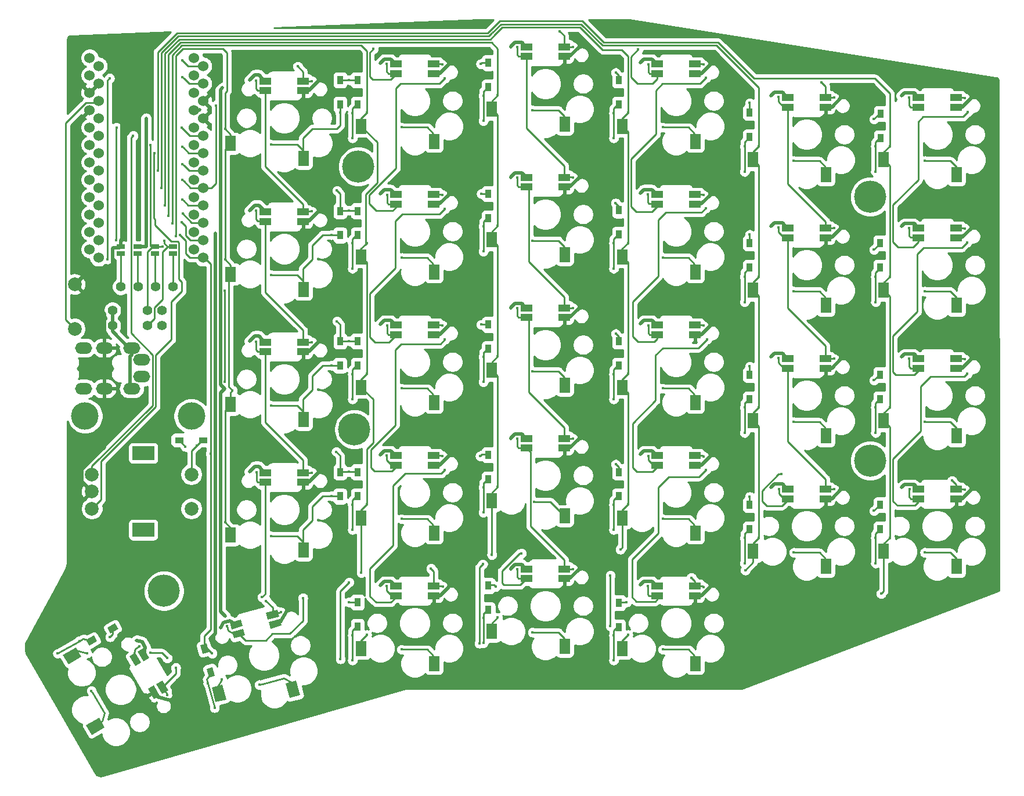
<source format=gbl>
G04 #@! TF.GenerationSoftware,KiCad,Pcbnew,(5.1.9-0-10_14)*
G04 #@! TF.CreationDate,2021-02-11T10:08:35-07:00*
G04 #@! TF.ProjectId,SofleKeyboard,536f666c-654b-4657-9962-6f6172642e6b,rev?*
G04 #@! TF.SameCoordinates,Original*
G04 #@! TF.FileFunction,Copper,L2,Bot*
G04 #@! TF.FilePolarity,Positive*
%FSLAX46Y46*%
G04 Gerber Fmt 4.6, Leading zero omitted, Abs format (unit mm)*
G04 Created by KiCad (PCBNEW (5.1.9-0-10_14)) date 2021-02-11 10:08:35*
%MOMM*%
%LPD*%
G01*
G04 APERTURE LIST*
G04 #@! TA.AperFunction,SMDPad,CuDef*
%ADD10R,1.700000X1.000000*%
G04 #@! TD*
G04 #@! TA.AperFunction,SMDPad,CuDef*
%ADD11R,1.600000X2.200000*%
G04 #@! TD*
G04 #@! TA.AperFunction,SMDPad,CuDef*
%ADD12C,0.100000*%
G04 #@! TD*
G04 #@! TA.AperFunction,SMDPad,CuDef*
%ADD13R,0.950000X1.300000*%
G04 #@! TD*
G04 #@! TA.AperFunction,SMDPad,CuDef*
%ADD14R,1.300000X0.950000*%
G04 #@! TD*
G04 #@! TA.AperFunction,ComponentPad*
%ADD15C,1.524000*%
G04 #@! TD*
G04 #@! TA.AperFunction,ComponentPad*
%ADD16C,4.000000*%
G04 #@! TD*
G04 #@! TA.AperFunction,ComponentPad*
%ADD17C,1.397000*%
G04 #@! TD*
G04 #@! TA.AperFunction,ComponentPad*
%ADD18C,2.000000*%
G04 #@! TD*
G04 #@! TA.AperFunction,SMDPad,CuDef*
%ADD19R,1.143000X0.635000*%
G04 #@! TD*
G04 #@! TA.AperFunction,ComponentPad*
%ADD20C,4.700000*%
G04 #@! TD*
G04 #@! TA.AperFunction,ComponentPad*
%ADD21R,3.200000X2.000000*%
G04 #@! TD*
G04 #@! TA.AperFunction,ComponentPad*
%ADD22O,2.500000X1.700000*%
G04 #@! TD*
G04 #@! TA.AperFunction,ViaPad*
%ADD23C,0.400000*%
G04 #@! TD*
G04 #@! TA.AperFunction,Conductor*
%ADD24C,0.250000*%
G04 #@! TD*
G04 #@! TA.AperFunction,Conductor*
%ADD25C,0.500000*%
G04 #@! TD*
G04 #@! TA.AperFunction,Conductor*
%ADD26C,0.254000*%
G04 #@! TD*
G04 #@! TA.AperFunction,Conductor*
%ADD27C,0.100000*%
G04 #@! TD*
G04 APERTURE END LIST*
D10*
X136850000Y-118301000D03*
X142350000Y-118301000D03*
X136850000Y-119701000D03*
X142350000Y-119701000D03*
D11*
X131800000Y-127400000D03*
X142400000Y-129600000D03*
G04 #@! TA.AperFunction,SMDPad,CuDef*
D12*
G36*
X100868684Y-128805052D02*
G01*
X100002658Y-129305052D01*
X99152658Y-127832808D01*
X100018684Y-127332808D01*
X100868684Y-128805052D01*
G37*
G04 #@! TD.AperFunction*
G04 #@! TA.AperFunction,SMDPad,CuDef*
G36*
X103618684Y-133568192D02*
G01*
X102752658Y-134068192D01*
X101902658Y-132595948D01*
X102768684Y-132095948D01*
X103618684Y-133568192D01*
G37*
G04 #@! TD.AperFunction*
G04 #@! TA.AperFunction,SMDPad,CuDef*
G36*
X99656249Y-129505052D02*
G01*
X98790223Y-130005052D01*
X97940223Y-128532808D01*
X98806249Y-128032808D01*
X99656249Y-129505052D01*
G37*
G04 #@! TD.AperFunction*
G04 #@! TA.AperFunction,SMDPad,CuDef*
G36*
X102406249Y-134268192D02*
G01*
X101540223Y-134768192D01*
X100690223Y-133295948D01*
X101556249Y-132795948D01*
X102406249Y-134268192D01*
G37*
G04 #@! TD.AperFunction*
G04 #@! TA.AperFunction,SMDPad,CuDef*
G36*
X90958334Y-128637822D02*
G01*
X89053078Y-129737822D01*
X88253078Y-128352182D01*
X90158334Y-127252182D01*
X90958334Y-128637822D01*
G37*
G04 #@! TD.AperFunction*
G04 #@! TA.AperFunction,SMDPad,CuDef*
G36*
X94353078Y-138917691D02*
G01*
X92447822Y-140017691D01*
X91647822Y-138632051D01*
X93553078Y-137532051D01*
X94353078Y-138917691D01*
G37*
G04 #@! TD.AperFunction*
D10*
X174950000Y-118301000D03*
X180450000Y-118301000D03*
X174950000Y-119701000D03*
X180450000Y-119701000D03*
D11*
X169900000Y-127400000D03*
X180500000Y-129600000D03*
D10*
X194000000Y-47001000D03*
X199500000Y-47001000D03*
X194000000Y-48401000D03*
X199500000Y-48401000D03*
D11*
X188950000Y-56100000D03*
X199550000Y-58300000D03*
D10*
X117800000Y-44601000D03*
X123300000Y-44601000D03*
X117800000Y-46001000D03*
X123300000Y-46001000D03*
D11*
X112750000Y-53700000D03*
X123350000Y-55900000D03*
D10*
X155900000Y-39601000D03*
X161400000Y-39601000D03*
X155900000Y-41001000D03*
X161400000Y-41001000D03*
D11*
X150850000Y-48700000D03*
X161450000Y-50900000D03*
D10*
X136850000Y-42101000D03*
X142350000Y-42101000D03*
X136850000Y-43501000D03*
X142350000Y-43501000D03*
D11*
X131800000Y-51200000D03*
X142400000Y-53400000D03*
D10*
X174950000Y-42101000D03*
X180450000Y-42101000D03*
X174950000Y-43501000D03*
X180450000Y-43501000D03*
D11*
X169900000Y-51200000D03*
X180500000Y-53400000D03*
D10*
X194000000Y-104151000D03*
X199500000Y-104151000D03*
X194000000Y-105551000D03*
X199500000Y-105551000D03*
D11*
X188950000Y-113250000D03*
X199550000Y-115450000D03*
D10*
X155900000Y-115801000D03*
X161400000Y-115801000D03*
X155900000Y-117201000D03*
X161400000Y-117201000D03*
D11*
X150850000Y-124900000D03*
X161450000Y-127100000D03*
D10*
X194000000Y-85101000D03*
X199500000Y-85101000D03*
X194000000Y-86501000D03*
X199500000Y-86501000D03*
D11*
X188950000Y-94200000D03*
X199550000Y-96400000D03*
G04 #@! TA.AperFunction,SMDPad,CuDef*
D12*
G36*
X114237967Y-123193760D02*
G01*
X114496786Y-124159686D01*
X112854713Y-124599678D01*
X112595894Y-123633752D01*
X114237967Y-123193760D01*
G37*
G04 #@! TD.AperFunction*
G04 #@! TA.AperFunction,SMDPad,CuDef*
G36*
X119550559Y-121770255D02*
G01*
X119809378Y-122736181D01*
X118167305Y-123176173D01*
X117908486Y-122210247D01*
X119550559Y-121770255D01*
G37*
G04 #@! TD.AperFunction*
G04 #@! TA.AperFunction,SMDPad,CuDef*
G36*
X114600314Y-124546056D02*
G01*
X114859133Y-125511982D01*
X113217060Y-125951974D01*
X112958241Y-124986048D01*
X114600314Y-124546056D01*
G37*
G04 #@! TD.AperFunction*
G04 #@! TA.AperFunction,SMDPad,CuDef*
G36*
X119912906Y-123122551D02*
G01*
X120171725Y-124088477D01*
X118529652Y-124528469D01*
X118270833Y-123562543D01*
X119912906Y-123122551D01*
G37*
G04 #@! TD.AperFunction*
G04 #@! TA.AperFunction,SMDPad,CuDef*
G36*
X111511449Y-132723140D02*
G01*
X112080851Y-134848177D01*
X110535369Y-135262288D01*
X109965967Y-133137251D01*
X111511449Y-132723140D01*
G37*
G04 #@! TD.AperFunction*
G04 #@! TA.AperFunction,SMDPad,CuDef*
G36*
X122319665Y-132104695D02*
G01*
X122889067Y-134229732D01*
X121343585Y-134643843D01*
X120774183Y-132518806D01*
X122319665Y-132104695D01*
G37*
G04 #@! TD.AperFunction*
D10*
X213050000Y-104151000D03*
X218550000Y-104151000D03*
X213050000Y-105551000D03*
X218550000Y-105551000D03*
D11*
X208000000Y-113250000D03*
X218600000Y-115450000D03*
D10*
X174950000Y-99251000D03*
X180450000Y-99251000D03*
X174950000Y-100651000D03*
X180450000Y-100651000D03*
D11*
X169900000Y-108350000D03*
X180500000Y-110550000D03*
D10*
X155900000Y-96751000D03*
X161400000Y-96751000D03*
X155900000Y-98151000D03*
X161400000Y-98151000D03*
D11*
X150850000Y-105850000D03*
X161450000Y-108050000D03*
D10*
X136850000Y-99251000D03*
X142350000Y-99251000D03*
X136850000Y-100651000D03*
X142350000Y-100651000D03*
D11*
X131800000Y-108350000D03*
X142400000Y-110550000D03*
D10*
X117800000Y-101751000D03*
X123300000Y-101751000D03*
X117800000Y-103151000D03*
X123300000Y-103151000D03*
D11*
X112750000Y-110850000D03*
X123350000Y-113050000D03*
D10*
X213050000Y-85101000D03*
X218550000Y-85101000D03*
X213050000Y-86501000D03*
X218550000Y-86501000D03*
D11*
X208000000Y-94200000D03*
X218600000Y-96400000D03*
D10*
X174950000Y-80201000D03*
X180450000Y-80201000D03*
X174950000Y-81601000D03*
X180450000Y-81601000D03*
D11*
X169900000Y-89300000D03*
X180500000Y-91500000D03*
D10*
X136850000Y-80201000D03*
X142350000Y-80201000D03*
X136850000Y-81601000D03*
X142350000Y-81601000D03*
D11*
X131800000Y-89300000D03*
X142400000Y-91500000D03*
D10*
X117800000Y-82701000D03*
X123300000Y-82701000D03*
X117800000Y-84101000D03*
X123300000Y-84101000D03*
D11*
X112750000Y-91800000D03*
X123350000Y-94000000D03*
D10*
X213050000Y-66051000D03*
X218550000Y-66051000D03*
X213050000Y-67451000D03*
X218550000Y-67451000D03*
D11*
X208000000Y-75150000D03*
X218600000Y-77350000D03*
D10*
X194000000Y-66051000D03*
X199500000Y-66051000D03*
X194000000Y-67451000D03*
X199500000Y-67451000D03*
D11*
X188950000Y-75150000D03*
X199550000Y-77350000D03*
D10*
X174950000Y-61151000D03*
X180450000Y-61151000D03*
X174950000Y-62551000D03*
X180450000Y-62551000D03*
D11*
X169900000Y-70250000D03*
X180500000Y-72450000D03*
D10*
X117800000Y-63701000D03*
X123300000Y-63701000D03*
X117800000Y-65101000D03*
X123300000Y-65101000D03*
D11*
X112750000Y-72800000D03*
X123350000Y-75000000D03*
D10*
X213050000Y-47001000D03*
X218550000Y-47001000D03*
X213050000Y-48401000D03*
X218550000Y-48401000D03*
D11*
X208000000Y-56100000D03*
X218600000Y-58300000D03*
D10*
X155900000Y-58651000D03*
X161400000Y-58651000D03*
X155900000Y-60051000D03*
X161400000Y-60051000D03*
D11*
X150850000Y-67750000D03*
X161450000Y-69950000D03*
D10*
X136850000Y-61151000D03*
X142350000Y-61151000D03*
X136850000Y-62551000D03*
X142350000Y-62551000D03*
D11*
X131800000Y-70250000D03*
X142400000Y-72450000D03*
D10*
X155900000Y-77701000D03*
X161400000Y-77701000D03*
X155900000Y-79101000D03*
X161400000Y-79101000D03*
D11*
X150850000Y-86800000D03*
X161450000Y-89000000D03*
D13*
X169345000Y-124305000D03*
X169345000Y-120755000D03*
X150345000Y-118245000D03*
X150345000Y-121795000D03*
X131245000Y-124205000D03*
X131245000Y-120655000D03*
G04 #@! TA.AperFunction,SMDPad,CuDef*
D12*
G36*
X109206357Y-130370605D02*
G01*
X110123986Y-130124727D01*
X110460451Y-131380431D01*
X109542822Y-131626309D01*
X109206357Y-130370605D01*
G37*
G04 #@! TD.AperFunction*
G04 #@! TA.AperFunction,SMDPad,CuDef*
G36*
X108287549Y-126941569D02*
G01*
X109205178Y-126695691D01*
X109541643Y-127951395D01*
X108624014Y-128197273D01*
X108287549Y-126941569D01*
G37*
G04 #@! TD.AperFunction*
G04 #@! TA.AperFunction,SMDPad,CuDef*
G36*
X92795222Y-125502138D02*
G01*
X93270222Y-126324862D01*
X92144388Y-126974862D01*
X91669388Y-126152138D01*
X92795222Y-125502138D01*
G37*
G04 #@! TD.AperFunction*
G04 #@! TA.AperFunction,SMDPad,CuDef*
G36*
X95869612Y-123727138D02*
G01*
X96344612Y-124549862D01*
X95218778Y-125199862D01*
X94743778Y-124377138D01*
X95869612Y-123727138D01*
G37*
G04 #@! TD.AperFunction*
D14*
X108775000Y-97000000D03*
X105225000Y-97000000D03*
D13*
X207495000Y-110005000D03*
X207495000Y-106455000D03*
X188445000Y-110005000D03*
X188445000Y-106455000D03*
X169345000Y-105205000D03*
X169345000Y-101655000D03*
X150345000Y-102695000D03*
X150345000Y-99145000D03*
X131245000Y-105205000D03*
X131245000Y-101655000D03*
X128705000Y-101655000D03*
X128705000Y-105205000D03*
X207445000Y-91005000D03*
X207445000Y-87455000D03*
X188445000Y-91005000D03*
X188445000Y-87455000D03*
X169345000Y-86105000D03*
X169345000Y-82555000D03*
X150345000Y-83695000D03*
X150345000Y-80145000D03*
X131245000Y-86105000D03*
X131245000Y-82555000D03*
X128705000Y-82555000D03*
X128705000Y-86105000D03*
X207445000Y-71805000D03*
X207445000Y-68255000D03*
X188445000Y-71805000D03*
X188445000Y-68255000D03*
X169345000Y-67005000D03*
X169345000Y-63455000D03*
X150345000Y-64595000D03*
X150345000Y-61045000D03*
X131245000Y-67105000D03*
X131245000Y-63555000D03*
X128705000Y-63555000D03*
X128705000Y-67105000D03*
X207545000Y-52905000D03*
X207545000Y-49355000D03*
X188445000Y-52775000D03*
X188445000Y-49225000D03*
X169345000Y-48005000D03*
X169345000Y-44455000D03*
X150345000Y-45505000D03*
X150345000Y-41955000D03*
X131245000Y-48005000D03*
X131245000Y-44455000D03*
X128705000Y-44452000D03*
X128705000Y-48002000D03*
D15*
X93478815Y-47505745D03*
X108718815Y-65285745D03*
X93478815Y-57665745D03*
X108718815Y-55125745D03*
X108718815Y-50045745D03*
X93478815Y-67825745D03*
X108718815Y-47505745D03*
X108718815Y-42425745D03*
X93478815Y-62745745D03*
X108718815Y-70365745D03*
X93478815Y-55125745D03*
X93478815Y-44965745D03*
X93478815Y-50045745D03*
X93478815Y-52585745D03*
X93478815Y-65285745D03*
X93478815Y-60205745D03*
X108718815Y-62745745D03*
X108718815Y-60205745D03*
X93478815Y-70365745D03*
X108718815Y-67825745D03*
X108718815Y-44965745D03*
X93478815Y-42425745D03*
X108718815Y-57665745D03*
X108718815Y-52585745D03*
X92180000Y-41230000D03*
X92180000Y-43770000D03*
X92180000Y-46310000D03*
X92180000Y-48850000D03*
X92180000Y-51390000D03*
X92180000Y-53930000D03*
X92180000Y-56470000D03*
X92180000Y-59010000D03*
X92180000Y-61550000D03*
X92180000Y-64090000D03*
X92180000Y-66630000D03*
X92180000Y-69170000D03*
X107420000Y-69170000D03*
X107420000Y-66630000D03*
X107420000Y-64090000D03*
X107420000Y-61550000D03*
X107420000Y-59010000D03*
X107420000Y-56470000D03*
X107420000Y-53930000D03*
X107420000Y-51390000D03*
X107420000Y-48850000D03*
X107420000Y-46310000D03*
X107420000Y-43770000D03*
X107420000Y-41230000D03*
D16*
X107000000Y-93500000D03*
X91500000Y-93500000D03*
D17*
X104320000Y-74600000D03*
X101780000Y-74600000D03*
X99240000Y-74600000D03*
X96700000Y-74600000D03*
D18*
X90000000Y-80750000D03*
X90000000Y-74250000D03*
D19*
X96700000Y-68799620D03*
X96700000Y-69800380D03*
X99200000Y-68799620D03*
X99200000Y-69800380D03*
X101700000Y-68799620D03*
X101700000Y-69800380D03*
X104300000Y-68799620D03*
X104300000Y-69800380D03*
D17*
X100579272Y-80311965D03*
X95499272Y-80311965D03*
X100579272Y-78061965D03*
X95499272Y-78061965D03*
X102700000Y-78100000D03*
X102700000Y-80300000D03*
D20*
X206000000Y-100000000D03*
X130785000Y-95429000D03*
X131343000Y-57075000D03*
D18*
X107000000Y-107000000D03*
X107000000Y-102000000D03*
D21*
X100000000Y-110100000D03*
X100000000Y-98900000D03*
D18*
X92500000Y-107000000D03*
X92500000Y-104500000D03*
X92500000Y-102000000D03*
D20*
X103000000Y-119000000D03*
X206000000Y-61500000D03*
D22*
X98300000Y-89500000D03*
X99800000Y-85300000D03*
X91300000Y-89500000D03*
X94300000Y-89500000D03*
X91300000Y-83550000D03*
X94300000Y-83550000D03*
X98300000Y-83550000D03*
X99800000Y-87750000D03*
D23*
X118674000Y-53861000D03*
X128705000Y-49210360D03*
X170485000Y-120655000D03*
X151412407Y-118391593D03*
X130002940Y-120654080D03*
X105327833Y-67072169D03*
X110034374Y-128119626D03*
X95141015Y-125740985D03*
X109826120Y-98975640D03*
X106143120Y-97959640D03*
X137674000Y-51361000D03*
X130506000Y-52919000D03*
X130506000Y-49252000D03*
X156774000Y-48861000D03*
X149606000Y-50419000D03*
X149606000Y-46752000D03*
X105700000Y-59000000D03*
X206556000Y-50167000D03*
X130002940Y-44454080D03*
X149217240Y-42100760D03*
X168907000Y-43381990D03*
X188445000Y-47800520D03*
X110602000Y-48150240D03*
X175774000Y-51361000D03*
X168606000Y-52919000D03*
X168606000Y-49252000D03*
X206556000Y-69203500D03*
X130002940Y-63490580D03*
X105700000Y-61900000D03*
X149309500Y-61045000D03*
X168881120Y-62418490D03*
X188445000Y-67006400D03*
X128241120Y-60586489D03*
X187706000Y-54152000D03*
X187706000Y-57819000D03*
X194874000Y-56261000D03*
X206556000Y-88267000D03*
X130002940Y-82554080D03*
X149266320Y-80145000D03*
X168907000Y-81481990D03*
X188445000Y-86238340D03*
X105732756Y-63957326D03*
X128241120Y-79646240D03*
X213974000Y-56261000D03*
X206806000Y-57819000D03*
X206806000Y-54152000D03*
X206556000Y-107317000D03*
X130002940Y-101604080D03*
X105600000Y-65200000D03*
X149138500Y-99329500D03*
X168907000Y-100531990D03*
X188445000Y-105255320D03*
X128139520Y-98699989D03*
X111902000Y-75175840D03*
X111902000Y-88498138D03*
X118674000Y-72897500D03*
X127462940Y-67046580D03*
X137674000Y-70397500D03*
X130506000Y-71955500D03*
X130506000Y-68288500D03*
X156774000Y-67897500D03*
X149606000Y-69455500D03*
X149606000Y-65788500D03*
X175774000Y-70397500D03*
X168606000Y-71955500D03*
X168606000Y-68288500D03*
X187706000Y-73188500D03*
X187706000Y-76855500D03*
X194874000Y-75297500D03*
X213974000Y-75297500D03*
X206806000Y-76855500D03*
X206806000Y-73188500D03*
X118674000Y-91961000D03*
X127462940Y-86110080D03*
X137674000Y-89461000D03*
X130506000Y-91019000D03*
X130506000Y-87352000D03*
X156774000Y-86961000D03*
X149606000Y-88519000D03*
X149606000Y-84852000D03*
X175774000Y-89461000D03*
X168606000Y-91019000D03*
X168606000Y-87352000D03*
X187706000Y-92252000D03*
X187706000Y-95919000D03*
X194874000Y-94361000D03*
X213974000Y-94361000D03*
X206806000Y-95919000D03*
X206806000Y-92252000D03*
X118674000Y-111011000D03*
X127462940Y-105160080D03*
X137674000Y-108511000D03*
X130506000Y-110069000D03*
X130506000Y-106402000D03*
X149606000Y-107569000D03*
X149606000Y-103902000D03*
X157023630Y-106011000D03*
X175774000Y-108511000D03*
X168606000Y-110069000D03*
X168606000Y-106402000D03*
X187706000Y-111302000D03*
X187706000Y-114969000D03*
X194874000Y-113411000D03*
X213974000Y-113411000D03*
X206806000Y-114969000D03*
X206806000Y-111302000D03*
X92434759Y-133580730D03*
X87501492Y-128152060D03*
X90677207Y-126318560D03*
X109441063Y-132522867D03*
X116910669Y-132704788D03*
X110390152Y-136064917D03*
X137674000Y-127561000D03*
X130506000Y-129119000D03*
X130506000Y-125452000D03*
X98999004Y-126216015D03*
X111252089Y-124365260D03*
X153610002Y-115824000D03*
X172498998Y-118110000D03*
X134520000Y-118239000D03*
X134520000Y-99189000D03*
X153610002Y-96774000D03*
X210566000Y-103929998D03*
X172498998Y-99060000D03*
X191548499Y-103909501D03*
X115470000Y-101602000D03*
X134520000Y-80139000D03*
X153610002Y-77724000D03*
X210566000Y-84879998D03*
X172498998Y-80010000D03*
X191548499Y-84859501D03*
X115470000Y-82552000D03*
X134520000Y-61075500D03*
X153610002Y-58660500D03*
X210566000Y-65816498D03*
X172498998Y-60946500D03*
X191548499Y-65796001D03*
X115470000Y-63488500D03*
X100400008Y-68800000D03*
X100400000Y-50045745D03*
X153610002Y-39624000D03*
X210566000Y-46779998D03*
X172498998Y-41910000D03*
X191548499Y-46759501D03*
X111560000Y-45595000D03*
X111252000Y-83407000D03*
X111252000Y-102330000D03*
X115470000Y-44452000D03*
X134520000Y-42039000D03*
X111252000Y-64873000D03*
X111959443Y-122729443D03*
X111827640Y-89501440D03*
X103959570Y-134905964D03*
X120929824Y-121822845D03*
X163845008Y-115837998D03*
X182782000Y-118364000D03*
X144526000Y-118287998D03*
X182782000Y-99314000D03*
X125663998Y-101600000D03*
X144526000Y-99237998D03*
X220823998Y-104140000D03*
X163845008Y-96787998D03*
X201876002Y-104187998D03*
X182782000Y-80264000D03*
X125663998Y-82550000D03*
X144526000Y-80187998D03*
X220823998Y-85090000D03*
X163845008Y-77737998D03*
X201876002Y-85137998D03*
X182782000Y-61200500D03*
X125663998Y-63486500D03*
X144526000Y-61124498D03*
X220823998Y-66026500D03*
X163845008Y-58674498D03*
X201876002Y-66074498D03*
X96700000Y-67800000D03*
X96900000Y-48800000D03*
X96900000Y-44965745D03*
X125663998Y-44450000D03*
X144526000Y-42087998D03*
X220823998Y-46990000D03*
X110497745Y-102591745D03*
X110497745Y-83795745D03*
X201876002Y-47037998D03*
X182782000Y-42164000D03*
X163845008Y-39637998D03*
X110497745Y-66794255D03*
X109755000Y-125986000D03*
X110497745Y-76605745D03*
X104936620Y-124248640D03*
X149767620Y-36745640D03*
X115223620Y-57637140D03*
X115287120Y-113771140D03*
X114271120Y-75607640D03*
X114461620Y-94721140D03*
X170692000Y-125404000D03*
X208892000Y-111254000D03*
X208892000Y-92204000D03*
X208892000Y-73140500D03*
X208892000Y-54104000D03*
X102117351Y-57700640D03*
X207616120Y-119422640D03*
X151692000Y-122904000D03*
X189792000Y-111254000D03*
X189792000Y-92204000D03*
X189792000Y-73140500D03*
X189792000Y-54104000D03*
X102642351Y-60240640D03*
X168119120Y-124121640D03*
X168119120Y-116755640D03*
X187804120Y-115993640D03*
X132592000Y-125404000D03*
X170692000Y-106354000D03*
X170692000Y-87304000D03*
X170692000Y-68240500D03*
X170692000Y-49204000D03*
X103167351Y-62780640D03*
X149007881Y-126666503D03*
X169579620Y-112945640D03*
X149513620Y-115104640D03*
X111443561Y-131936606D03*
X151692000Y-103854000D03*
X151692000Y-84804000D03*
X151692000Y-65740500D03*
X151692000Y-46704000D03*
X103692351Y-64287640D03*
X130019120Y-117749989D03*
X128749120Y-128947640D03*
X150844181Y-113704701D03*
X91761776Y-128101089D03*
X132592000Y-106354000D03*
X132592000Y-87304000D03*
X132592000Y-68240500D03*
X132592000Y-49204000D03*
X104217351Y-65373666D03*
X131797120Y-116374640D03*
X105600000Y-51400000D03*
X96100000Y-51390000D03*
X96050000Y-67805847D03*
X103100000Y-67900000D03*
X105700006Y-41600000D03*
X124602379Y-44592379D03*
X122526120Y-42460640D03*
X105700018Y-54200000D03*
X102826022Y-68770500D03*
X101050008Y-53930000D03*
X156774000Y-125061000D03*
X149606000Y-126619000D03*
X149606000Y-122952000D03*
X105699992Y-56700000D03*
X94800000Y-70600000D03*
X105700000Y-44000000D03*
X95100000Y-44200000D03*
X175774000Y-127561000D03*
X168606000Y-129119000D03*
X168606000Y-125452000D03*
X107775000Y-97775000D03*
X104742351Y-67229150D03*
X111921620Y-51604640D03*
X111921620Y-70654640D03*
X113001120Y-89768140D03*
X111921620Y-109008640D03*
X101588120Y-55125745D03*
X98514255Y-52585745D03*
X124602379Y-63628879D03*
X116471155Y-44512918D03*
X162650012Y-39629978D03*
X133575120Y-39920640D03*
X160753120Y-37325000D03*
X135480000Y-42079760D03*
X162650012Y-58666478D03*
X154525955Y-39620713D03*
X219807379Y-66123879D03*
X211721643Y-85116402D03*
X220125620Y-68178140D03*
X124602379Y-82692379D03*
X116471155Y-63549418D03*
X173577119Y-61105381D03*
X181700012Y-42213999D03*
X182089120Y-44111640D03*
X173647499Y-80239261D03*
X182025620Y-63161640D03*
X181708120Y-61256640D03*
X200762362Y-66080147D03*
X192622667Y-46914429D03*
X124602379Y-101742379D03*
X116471155Y-82612918D03*
X143989120Y-63247510D03*
X143608120Y-61183843D03*
X135543500Y-80243260D03*
X162650012Y-96779978D03*
X154525955Y-77720713D03*
X200762362Y-104193647D03*
X192622667Y-85014429D03*
X103468847Y-134174698D03*
X117319120Y-119930640D03*
X104746120Y-130217640D03*
X116493500Y-101706260D03*
X99446233Y-127058383D03*
X120096468Y-122107581D03*
X101063120Y-128058640D03*
X103491120Y-128820640D03*
X117904932Y-120463425D03*
X154525955Y-115820713D03*
X155165120Y-113534150D03*
X179930120Y-117073140D03*
X181729128Y-118427648D03*
X135473127Y-99222873D03*
X143989120Y-82311010D03*
X143608120Y-80247343D03*
X162650012Y-77729978D03*
X154525955Y-58657213D03*
X200762362Y-85143647D03*
X192622667Y-65950929D03*
X211721643Y-66052902D03*
X219807379Y-47087379D03*
X220252620Y-49128140D03*
X154525955Y-96770713D03*
X162650002Y-115829977D03*
X219807379Y-104237379D03*
X193074620Y-101968000D03*
X217966620Y-102912640D03*
X192749998Y-104182640D03*
X143989120Y-44211010D03*
X143600000Y-42194758D03*
X135550250Y-61186510D03*
X135473127Y-118272873D03*
X143989120Y-101361010D03*
X143629869Y-99314889D03*
X143678106Y-118359344D03*
X112181506Y-124151291D03*
X123288120Y-120039736D03*
X141957120Y-115739640D03*
X200762362Y-47043647D03*
X173647499Y-42139261D03*
X172183120Y-39992000D03*
X198916620Y-44818000D03*
X211721643Y-47016402D03*
X181700012Y-80313999D03*
X182216120Y-82311010D03*
X173647499Y-99289261D03*
X219807379Y-85187379D03*
X211743620Y-104166401D03*
X220189120Y-87291640D03*
X173577119Y-118268881D03*
X182089120Y-101325140D03*
X181729128Y-99377648D03*
D24*
X124641000Y-51564000D02*
X123300000Y-52905000D01*
X119126000Y-53861000D02*
X118674000Y-53861000D01*
X123300000Y-52905000D02*
X123300000Y-54733000D01*
X123300000Y-54733000D02*
X122428000Y-53861000D01*
X122428000Y-53861000D02*
X119126000Y-53861000D01*
X124641000Y-51564000D02*
X128230960Y-51564000D01*
X128230960Y-51564000D02*
X128705000Y-51089960D01*
X128705000Y-49210360D02*
X128705000Y-48002000D01*
X128705000Y-51089960D02*
X128705000Y-49210360D01*
X123300000Y-55850000D02*
X123350000Y-55900000D01*
X123300000Y-54733000D02*
X123300000Y-55850000D01*
X169345000Y-120655000D02*
X170485000Y-120655000D01*
X151175814Y-118155000D02*
X151412407Y-118391593D01*
X150345000Y-118155000D02*
X151175814Y-118155000D01*
X106200000Y-69800000D02*
X106200000Y-67944336D01*
X106770000Y-70370000D02*
X106200000Y-69800000D01*
X106200000Y-67944336D02*
X105527832Y-67272168D01*
X108770000Y-70370000D02*
X106770000Y-70370000D01*
X105527832Y-67272168D02*
X105327833Y-67072169D01*
X109361230Y-127446482D02*
X110034374Y-128119626D01*
X108914596Y-127446482D02*
X109361230Y-127446482D01*
X95544195Y-125337805D02*
X95141015Y-125740985D01*
X95544195Y-124463500D02*
X95544195Y-125337805D01*
X130003860Y-120655000D02*
X130002940Y-120654080D01*
X131245000Y-120655000D02*
X130003860Y-120655000D01*
X108914596Y-125541164D02*
X108914596Y-127446482D01*
X109826120Y-124629640D02*
X108914596Y-125541164D01*
X109826120Y-98975640D02*
X109826120Y-124629640D01*
X105225000Y-97041520D02*
X106143120Y-97959640D01*
X105225000Y-97000000D02*
X105225000Y-97041520D01*
X108902225Y-70365745D02*
X108718815Y-70365745D01*
X109826120Y-71289640D02*
X108902225Y-70365745D01*
X109826120Y-98975640D02*
X109826120Y-71289640D01*
X130506000Y-48614000D02*
X131245000Y-47875000D01*
X130506000Y-49252000D02*
X130506000Y-48614000D01*
X138126000Y-51361000D02*
X141428000Y-51361000D01*
X142300000Y-52233000D02*
X142300000Y-53400000D01*
X141428000Y-51361000D02*
X142300000Y-52233000D01*
X130506000Y-52919000D02*
X130506000Y-49252000D01*
X138126000Y-51361000D02*
X137674000Y-51361000D01*
X149606000Y-46114000D02*
X150345000Y-45375000D01*
X149606000Y-46752000D02*
X149606000Y-46114000D01*
X157226000Y-48861000D02*
X160528000Y-48861000D01*
X161400000Y-49733000D02*
X161400000Y-50900000D01*
X160528000Y-48861000D02*
X161400000Y-49733000D01*
X149606000Y-50419000D02*
X149606000Y-46752000D01*
X157226000Y-48861000D02*
X156774000Y-48861000D01*
X106910000Y-60210000D02*
X105899999Y-59199999D01*
X105899999Y-59199999D02*
X105700000Y-59000000D01*
X108770000Y-60210000D02*
X106910000Y-60210000D01*
X207368000Y-49355000D02*
X206556000Y-50167000D01*
X207545000Y-49355000D02*
X207368000Y-49355000D01*
X128708000Y-44455000D02*
X128705000Y-44452000D01*
X131245000Y-44455000D02*
X128708000Y-44455000D01*
X150345000Y-41955000D02*
X149363000Y-41955000D01*
X149363000Y-41955000D02*
X149217240Y-42100760D01*
X169345000Y-43819990D02*
X168907000Y-43381990D01*
X169345000Y-44455000D02*
X169345000Y-43819990D01*
X188445000Y-49225000D02*
X188445000Y-47800520D01*
X109937215Y-60205745D02*
X108718815Y-60205745D01*
X110602000Y-59540960D02*
X109937215Y-60205745D01*
X110602000Y-48150240D02*
X110602000Y-59540960D01*
X168606000Y-48614000D02*
X169345000Y-47875000D01*
X168606000Y-49252000D02*
X168606000Y-48614000D01*
X176226000Y-51361000D02*
X179528000Y-51361000D01*
X180400000Y-52233000D02*
X180400000Y-53400000D01*
X179528000Y-51361000D02*
X180400000Y-52233000D01*
X168606000Y-52919000D02*
X168606000Y-49252000D01*
X176226000Y-51361000D02*
X175774000Y-51361000D01*
X207368000Y-68391500D02*
X206556000Y-69203500D01*
X207545000Y-68391500D02*
X207368000Y-68391500D01*
X128708000Y-63491500D02*
X128705000Y-63488500D01*
X131245000Y-63491500D02*
X128708000Y-63491500D01*
X106550000Y-62750000D02*
X105899999Y-62099999D01*
X105899999Y-62099999D02*
X105700000Y-61900000D01*
X108770000Y-62750000D02*
X106550000Y-62750000D01*
X150345000Y-61045000D02*
X149309500Y-61045000D01*
X169345000Y-62882370D02*
X168881120Y-62418490D01*
X169345000Y-63455000D02*
X169345000Y-62882370D01*
X188445000Y-68255000D02*
X188445000Y-67006400D01*
X128705000Y-61050369D02*
X128241120Y-60586489D01*
X128705000Y-63555000D02*
X128705000Y-61050369D01*
X187706000Y-57819000D02*
X187706000Y-54152000D01*
X195326000Y-56261000D02*
X198628000Y-56261000D01*
X199500000Y-57133000D02*
X199500000Y-58300000D01*
X198628000Y-56261000D02*
X199500000Y-57133000D01*
X187706000Y-53514000D02*
X188445000Y-52775000D01*
X187706000Y-54152000D02*
X187706000Y-53514000D01*
X195326000Y-56261000D02*
X194874000Y-56261000D01*
X207368000Y-87455000D02*
X206556000Y-88267000D01*
X207545000Y-87455000D02*
X207368000Y-87455000D01*
X128708000Y-82555000D02*
X128705000Y-82552000D01*
X131245000Y-82555000D02*
X128708000Y-82555000D01*
X150345000Y-80145000D02*
X149266320Y-80145000D01*
X169345000Y-81919990D02*
X168907000Y-81481990D01*
X169345000Y-82555000D02*
X169345000Y-81919990D01*
X188445000Y-87455000D02*
X188445000Y-86238340D01*
X108718815Y-65285745D02*
X107061175Y-65285745D01*
X107061175Y-65285745D02*
X105732756Y-63957326D01*
X128705000Y-80110120D02*
X128241120Y-79646240D01*
X128705000Y-82555000D02*
X128705000Y-80110120D01*
X206806000Y-53514000D02*
X207545000Y-52775000D01*
X206806000Y-54152000D02*
X206806000Y-53514000D01*
X214426000Y-56261000D02*
X217728000Y-56261000D01*
X218600000Y-57133000D02*
X218600000Y-58300000D01*
X217728000Y-56261000D02*
X218600000Y-57133000D01*
X206806000Y-57819000D02*
X206806000Y-54152000D01*
X214426000Y-56261000D02*
X213974000Y-56261000D01*
X207368000Y-106505000D02*
X206556000Y-107317000D01*
X207545000Y-106505000D02*
X207368000Y-106505000D01*
X128708000Y-101605000D02*
X128705000Y-101602000D01*
X131245000Y-101605000D02*
X128708000Y-101605000D01*
X106887507Y-67830000D02*
X106200000Y-67142493D01*
X106200000Y-67142493D02*
X106200000Y-65800000D01*
X106200000Y-65800000D02*
X105799999Y-65399999D01*
X105799999Y-65399999D02*
X105600000Y-65200000D01*
X108770000Y-67830000D02*
X106887507Y-67830000D01*
X149138500Y-99329500D02*
X149365360Y-99102640D01*
X150302640Y-99102640D02*
X150345000Y-99145000D01*
X149365360Y-99102640D02*
X150302640Y-99102640D01*
X169345000Y-100969990D02*
X168907000Y-100531990D01*
X169345000Y-101655000D02*
X169345000Y-100969990D01*
X188445000Y-106455000D02*
X188445000Y-105255320D01*
X128705000Y-99265469D02*
X128139520Y-98699989D01*
X128705000Y-101655000D02*
X128705000Y-99265469D01*
X111827010Y-75125040D02*
X111902000Y-75200030D01*
X111902000Y-75200030D02*
X111902000Y-88498138D01*
X119126000Y-72897500D02*
X122428000Y-72897500D01*
X119126000Y-72897500D02*
X118674000Y-72897500D01*
X122428000Y-72897500D02*
X123300000Y-73769500D01*
X123300000Y-73769500D02*
X123300000Y-74936500D01*
X123300000Y-74936500D02*
X123300000Y-71941500D01*
X123300000Y-71941500D02*
X124641000Y-70600500D01*
X124641000Y-70600500D02*
X124641000Y-68568500D01*
X126162920Y-67046580D02*
X124641000Y-68568500D01*
X127462940Y-67046580D02*
X126162920Y-67046580D01*
X127471020Y-67038500D02*
X127462940Y-67046580D01*
X128705000Y-67038500D02*
X127471020Y-67038500D01*
X130506000Y-67650500D02*
X131245000Y-66911500D01*
X130506000Y-68288500D02*
X130506000Y-67650500D01*
X138126000Y-70397500D02*
X141428000Y-70397500D01*
X142300000Y-71269500D02*
X142300000Y-72436500D01*
X141428000Y-70397500D02*
X142300000Y-71269500D01*
X130506000Y-71955500D02*
X130506000Y-68288500D01*
X138126000Y-70397500D02*
X137674000Y-70397500D01*
X149606000Y-65150500D02*
X150345000Y-64411500D01*
X149606000Y-65788500D02*
X149606000Y-65150500D01*
X157226000Y-67897500D02*
X160528000Y-67897500D01*
X161400000Y-68769500D02*
X161400000Y-69936500D01*
X160528000Y-67897500D02*
X161400000Y-68769500D01*
X149606000Y-69455500D02*
X149606000Y-65788500D01*
X157226000Y-67897500D02*
X156774000Y-67897500D01*
X168606000Y-67650500D02*
X169345000Y-66911500D01*
X168606000Y-68288500D02*
X168606000Y-67650500D01*
X176226000Y-70397500D02*
X179528000Y-70397500D01*
X180400000Y-71269500D02*
X180400000Y-72436500D01*
X179528000Y-70397500D02*
X180400000Y-71269500D01*
X168606000Y-71955500D02*
X168606000Y-68288500D01*
X176226000Y-70397500D02*
X175774000Y-70397500D01*
X187706000Y-76855500D02*
X187706000Y-73188500D01*
X195326000Y-75297500D02*
X198628000Y-75297500D01*
X199500000Y-76169500D02*
X199500000Y-77336500D01*
X198628000Y-75297500D02*
X199500000Y-76169500D01*
X187706000Y-72550500D02*
X188445000Y-71811500D01*
X187706000Y-73188500D02*
X187706000Y-72550500D01*
X195326000Y-75297500D02*
X194874000Y-75297500D01*
X206806000Y-72550500D02*
X207545000Y-71811500D01*
X206806000Y-73188500D02*
X206806000Y-72550500D01*
X214426000Y-75297500D02*
X217728000Y-75297500D01*
X218600000Y-76169500D02*
X218600000Y-77336500D01*
X217728000Y-75297500D02*
X218600000Y-76169500D01*
X206806000Y-76855500D02*
X206806000Y-73188500D01*
X214426000Y-75297500D02*
X213974000Y-75297500D01*
X119126000Y-91961000D02*
X122428000Y-91961000D01*
X119126000Y-91961000D02*
X118674000Y-91961000D01*
X122428000Y-91961000D02*
X123300000Y-92833000D01*
X123300000Y-92833000D02*
X123300000Y-94000000D01*
X123300000Y-94000000D02*
X123300000Y-91005000D01*
X123300000Y-91005000D02*
X124641000Y-89664000D01*
X124641000Y-89664000D02*
X124641000Y-87632000D01*
X126162920Y-86110080D02*
X124641000Y-87632000D01*
X127462940Y-86110080D02*
X126162920Y-86110080D01*
X127471020Y-86102000D02*
X127462940Y-86110080D01*
X128705000Y-86102000D02*
X127471020Y-86102000D01*
X130506000Y-86714000D02*
X131245000Y-85975000D01*
X130506000Y-87352000D02*
X130506000Y-86714000D01*
X138126000Y-89461000D02*
X141428000Y-89461000D01*
X142300000Y-90333000D02*
X142300000Y-91500000D01*
X141428000Y-89461000D02*
X142300000Y-90333000D01*
X130506000Y-91019000D02*
X130506000Y-87352000D01*
X138126000Y-89461000D02*
X137674000Y-89461000D01*
X149606000Y-84214000D02*
X150345000Y-83475000D01*
X149606000Y-84852000D02*
X149606000Y-84214000D01*
X157226000Y-86961000D02*
X160528000Y-86961000D01*
X161400000Y-87833000D02*
X161400000Y-89000000D01*
X160528000Y-86961000D02*
X161400000Y-87833000D01*
X149606000Y-88519000D02*
X149606000Y-84852000D01*
X157226000Y-86961000D02*
X156774000Y-86961000D01*
X168606000Y-86714000D02*
X169345000Y-85975000D01*
X168606000Y-87352000D02*
X168606000Y-86714000D01*
X176226000Y-89461000D02*
X179528000Y-89461000D01*
X180400000Y-90333000D02*
X180400000Y-91500000D01*
X179528000Y-89461000D02*
X180400000Y-90333000D01*
X168606000Y-91019000D02*
X168606000Y-87352000D01*
X176226000Y-89461000D02*
X175774000Y-89461000D01*
X187706000Y-95919000D02*
X187706000Y-92252000D01*
X195326000Y-94361000D02*
X198628000Y-94361000D01*
X199500000Y-95233000D02*
X199500000Y-96400000D01*
X198628000Y-94361000D02*
X199500000Y-95233000D01*
X187706000Y-91614000D02*
X188445000Y-90875000D01*
X187706000Y-92252000D02*
X187706000Y-91614000D01*
X195326000Y-94361000D02*
X194874000Y-94361000D01*
X206806000Y-91614000D02*
X207545000Y-90875000D01*
X206806000Y-92252000D02*
X206806000Y-91614000D01*
X214426000Y-94361000D02*
X217728000Y-94361000D01*
X218600000Y-95233000D02*
X218600000Y-96400000D01*
X217728000Y-94361000D02*
X218600000Y-95233000D01*
X206806000Y-95919000D02*
X206806000Y-92252000D01*
X214426000Y-94361000D02*
X213974000Y-94361000D01*
X119126000Y-111011000D02*
X122428000Y-111011000D01*
X119126000Y-111011000D02*
X118674000Y-111011000D01*
X122428000Y-111011000D02*
X123300000Y-111883000D01*
X123300000Y-111883000D02*
X123300000Y-113050000D01*
X123300000Y-113050000D02*
X123300000Y-110055000D01*
X123300000Y-110055000D02*
X124641000Y-108714000D01*
X124641000Y-108714000D02*
X124641000Y-106682000D01*
X126162920Y-105160080D02*
X124641000Y-106682000D01*
X127462940Y-105160080D02*
X126162920Y-105160080D01*
X127471020Y-105152000D02*
X127462940Y-105160080D01*
X128705000Y-105152000D02*
X127471020Y-105152000D01*
X130506000Y-105764000D02*
X131245000Y-105025000D01*
X130506000Y-106402000D02*
X130506000Y-105764000D01*
X138126000Y-108511000D02*
X141428000Y-108511000D01*
X142300000Y-109383000D02*
X142300000Y-110550000D01*
X141428000Y-108511000D02*
X142300000Y-109383000D01*
X130506000Y-110069000D02*
X130506000Y-106402000D01*
X138126000Y-108511000D02*
X137674000Y-108511000D01*
X149606000Y-103264000D02*
X150345000Y-102525000D01*
X149606000Y-103902000D02*
X149606000Y-103264000D01*
X149606000Y-107569000D02*
X149606000Y-103902000D01*
X161400000Y-108050000D02*
X159361000Y-106011000D01*
X159361000Y-106011000D02*
X157023630Y-106011000D01*
X168606000Y-105764000D02*
X169345000Y-105025000D01*
X168606000Y-106402000D02*
X168606000Y-105764000D01*
X176226000Y-108511000D02*
X179528000Y-108511000D01*
X180400000Y-109383000D02*
X180400000Y-110550000D01*
X179528000Y-108511000D02*
X180400000Y-109383000D01*
X168606000Y-110069000D02*
X168606000Y-106402000D01*
X176226000Y-108511000D02*
X175774000Y-108511000D01*
X187706000Y-114969000D02*
X187706000Y-111302000D01*
X195326000Y-113411000D02*
X198628000Y-113411000D01*
X199500000Y-114283000D02*
X199500000Y-115450000D01*
X198628000Y-113411000D02*
X199500000Y-114283000D01*
X187706000Y-110664000D02*
X188445000Y-109925000D01*
X187706000Y-111302000D02*
X187706000Y-110664000D01*
X195326000Y-113411000D02*
X194874000Y-113411000D01*
X206806000Y-110664000D02*
X207545000Y-109925000D01*
X206806000Y-111302000D02*
X206806000Y-110664000D01*
X214426000Y-113411000D02*
X217728000Y-113411000D01*
X218600000Y-114283000D02*
X218600000Y-115450000D01*
X217728000Y-113411000D02*
X218600000Y-114283000D01*
X206806000Y-114969000D02*
X206806000Y-111302000D01*
X214426000Y-113411000D02*
X213974000Y-113411000D01*
X91229731Y-125999560D02*
X92239224Y-126270053D01*
X90677207Y-126318560D02*
X91229731Y-125999560D01*
X92660760Y-133972174D02*
X94311760Y-136831789D01*
X93992585Y-138022964D02*
X92981934Y-138606464D01*
X94311760Y-136831789D02*
X93992585Y-138022964D01*
X87501492Y-128152060D02*
X90677207Y-126318560D01*
X92660760Y-133972174D02*
X92434759Y-133580730D01*
X109275936Y-131906605D02*
X109798488Y-131001519D01*
X109441063Y-132522867D02*
X109275936Y-131906605D01*
X117347267Y-132587802D02*
X120536754Y-131733182D01*
X121604733Y-132349780D02*
X121906774Y-133477014D01*
X120536754Y-131733182D02*
X121604733Y-132349780D01*
X110390152Y-136064917D02*
X109441063Y-132522867D01*
X117347267Y-132587802D02*
X116910669Y-132704788D01*
X130506000Y-124814000D02*
X131245000Y-124075000D01*
X130506000Y-125452000D02*
X130506000Y-124814000D01*
X138126000Y-127561000D02*
X141428000Y-127561000D01*
X142300000Y-128433000D02*
X142300000Y-129600000D01*
X141428000Y-127561000D02*
X142300000Y-128433000D01*
X130506000Y-129119000D02*
X130506000Y-125452000D01*
X138126000Y-127561000D02*
X137674000Y-127561000D01*
D25*
X100308523Y-127251910D02*
X99840652Y-126441534D01*
X100060310Y-128178251D02*
X100308523Y-127251910D01*
X99840652Y-126441534D02*
X98999004Y-126216015D01*
X111687758Y-123610659D02*
X111252089Y-124365260D01*
X113422150Y-123847980D02*
X112591615Y-123368471D01*
X112591615Y-123368471D02*
X111687758Y-123610659D01*
X153610002Y-115774664D02*
X153610002Y-115824000D01*
X154213954Y-115170712D02*
X153610002Y-115774664D01*
X155219712Y-115170712D02*
X154213954Y-115170712D01*
X155850000Y-115801000D02*
X155219712Y-115170712D01*
X172990118Y-117618880D02*
X172498998Y-118110000D01*
X174167880Y-117618880D02*
X172990118Y-117618880D01*
X174850000Y-118301000D02*
X174167880Y-117618880D01*
X136071871Y-117622871D02*
X135136129Y-117622871D01*
X135136129Y-117622871D02*
X134520000Y-118239000D01*
X136750000Y-118301000D02*
X136071871Y-117622871D01*
X136071871Y-98572871D02*
X135136129Y-98572871D01*
X135136129Y-98572871D02*
X134520000Y-99189000D01*
X136750000Y-99251000D02*
X136071871Y-98572871D01*
X117750000Y-101751000D02*
X116837000Y-100838000D01*
X153610002Y-96724664D02*
X153610002Y-96774000D01*
X154213954Y-96120712D02*
X153610002Y-96724664D01*
X155219712Y-96120712D02*
X154213954Y-96120712D01*
X155850000Y-96751000D02*
X155219712Y-96120712D01*
X116837000Y-100838000D02*
X116274590Y-100838000D01*
X210979597Y-103516401D02*
X210566000Y-103929998D01*
X212415401Y-103516401D02*
X210979597Y-103516401D01*
X213050000Y-104151000D02*
X212415401Y-103516401D01*
X172990118Y-98568880D02*
X172498998Y-99060000D01*
X174167880Y-98568880D02*
X172990118Y-98568880D01*
X174850000Y-99251000D02*
X174167880Y-98568880D01*
X193213428Y-103414428D02*
X192043572Y-103414428D01*
X192043572Y-103414428D02*
X191548499Y-103909501D01*
X193950000Y-104151000D02*
X193213428Y-103414428D01*
X116234000Y-100838000D02*
X115470000Y-101602000D01*
X116274590Y-100838000D02*
X116234000Y-100838000D01*
X136071871Y-79522871D02*
X135136129Y-79522871D01*
X135136129Y-79522871D02*
X134520000Y-80139000D01*
X136750000Y-80201000D02*
X136071871Y-79522871D01*
X117750000Y-82701000D02*
X116837000Y-81788000D01*
X153610002Y-77674664D02*
X153610002Y-77724000D01*
X154213954Y-77070712D02*
X153610002Y-77674664D01*
X155219712Y-77070712D02*
X154213954Y-77070712D01*
X155850000Y-77701000D02*
X155219712Y-77070712D01*
X116837000Y-81788000D02*
X116274590Y-81788000D01*
X210979597Y-84466401D02*
X210566000Y-84879998D01*
X212415401Y-84466401D02*
X210979597Y-84466401D01*
X213050000Y-85101000D02*
X212415401Y-84466401D01*
X172990118Y-79518880D02*
X172498998Y-80010000D01*
X174167880Y-79518880D02*
X172990118Y-79518880D01*
X174850000Y-80201000D02*
X174167880Y-79518880D01*
X193213428Y-84364428D02*
X192043572Y-84364428D01*
X192043572Y-84364428D02*
X191548499Y-84859501D01*
X193950000Y-85101000D02*
X193213428Y-84364428D01*
X116234000Y-81788000D02*
X115470000Y-82552000D01*
X116274590Y-81788000D02*
X116234000Y-81788000D01*
X136071871Y-60459371D02*
X135136129Y-60459371D01*
X135136129Y-60459371D02*
X134520000Y-61075500D01*
X136750000Y-61137500D02*
X136071871Y-60459371D01*
X117750000Y-63637500D02*
X116837000Y-62724500D01*
X153610002Y-58611164D02*
X153610002Y-58660500D01*
X154213954Y-58007212D02*
X153610002Y-58611164D01*
X155219712Y-58007212D02*
X154213954Y-58007212D01*
X155850000Y-58637500D02*
X155219712Y-58007212D01*
X116837000Y-62724500D02*
X116274590Y-62724500D01*
X210979597Y-65402901D02*
X210566000Y-65816498D01*
X212415401Y-65402901D02*
X210979597Y-65402901D01*
X213050000Y-66037500D02*
X212415401Y-65402901D01*
X172990118Y-60455380D02*
X172498998Y-60946500D01*
X174167880Y-60455380D02*
X172990118Y-60455380D01*
X174850000Y-61137500D02*
X174167880Y-60455380D01*
X193213428Y-65300928D02*
X192043572Y-65300928D01*
X192043572Y-65300928D02*
X191548499Y-65796001D01*
X193950000Y-66037500D02*
X193213428Y-65300928D01*
X116234000Y-62724500D02*
X115470000Y-63488500D01*
X116274590Y-62724500D02*
X116234000Y-62724500D01*
X100399628Y-68799620D02*
X100400008Y-68800000D01*
X99200000Y-68799620D02*
X100399628Y-68799620D01*
X100400008Y-50045753D02*
X100400000Y-50045745D01*
X100400008Y-68800000D02*
X100400008Y-50045753D01*
X97900000Y-83550000D02*
X98300000Y-83550000D01*
X95499272Y-81149272D02*
X97900000Y-83550000D01*
X95499272Y-78061965D02*
X95499272Y-81149272D01*
X98099990Y-84761519D02*
X98099990Y-89299990D01*
X98300000Y-84561509D02*
X98099990Y-84761519D01*
X98099990Y-89299990D02*
X98300000Y-89500000D01*
X98300000Y-83550000D02*
X98300000Y-84561509D01*
X107420000Y-48850000D02*
X107436256Y-48833744D01*
X107420000Y-48850000D02*
X107502000Y-48768000D01*
X117750000Y-44601000D02*
X116837000Y-43688000D01*
X153610002Y-39574664D02*
X153610002Y-39624000D01*
X154213954Y-38970712D02*
X153610002Y-39574664D01*
X155219712Y-38970712D02*
X154213954Y-38970712D01*
X155850000Y-39601000D02*
X155219712Y-38970712D01*
X116837000Y-43688000D02*
X116274590Y-43688000D01*
X210979597Y-46366401D02*
X210566000Y-46779998D01*
X212415401Y-46366401D02*
X210979597Y-46366401D01*
X213050000Y-47001000D02*
X212415401Y-46366401D01*
X111252000Y-60706000D02*
X111252000Y-60452000D01*
X172990118Y-41418880D02*
X172498998Y-41910000D01*
X174167880Y-41418880D02*
X172990118Y-41418880D01*
X174850000Y-42101000D02*
X174167880Y-41418880D01*
X193213428Y-46264428D02*
X192043572Y-46264428D01*
X192043572Y-46264428D02*
X191548499Y-46759501D01*
X193950000Y-47001000D02*
X193213428Y-46264428D01*
X108202798Y-48768000D02*
X108120798Y-48850000D01*
X108120798Y-48850000D02*
X107420000Y-48850000D01*
X111252000Y-60706000D02*
X111252000Y-64475020D01*
X116234000Y-43688000D02*
X115470000Y-44452000D01*
X116274590Y-43688000D02*
X116234000Y-43688000D01*
X136750000Y-42101000D02*
X136071871Y-41422871D01*
X135136129Y-41422871D02*
X134520000Y-42039000D01*
X136071871Y-41422871D02*
X135136129Y-41422871D01*
X111252000Y-64873000D02*
X111252000Y-83407000D01*
X111252000Y-64475020D02*
X111252000Y-64873000D01*
X111252000Y-102330000D02*
X111252000Y-122022000D01*
X111252000Y-122022000D02*
X111959443Y-122729443D01*
X111252000Y-45903000D02*
X111560000Y-45595000D01*
X111252000Y-60706000D02*
X111252000Y-45903000D01*
X111827640Y-89501440D02*
X111252000Y-90077080D01*
X111252000Y-96012000D02*
X111252000Y-102330000D01*
X111252000Y-90152620D02*
X111252000Y-96012000D01*
X111252000Y-88925800D02*
X111252000Y-88885820D01*
X111252000Y-83407000D02*
X111252000Y-88885820D01*
X111252000Y-90077080D02*
X111252000Y-90152620D01*
X111827640Y-89501440D02*
X111252000Y-88925800D01*
X103872968Y-134955964D02*
X103959570Y-134905964D01*
X101597875Y-133641391D02*
X102079374Y-134475372D01*
X102079374Y-134475372D02*
X103872968Y-134955964D01*
X120955706Y-121919437D02*
X120929824Y-121822845D01*
X120027273Y-123527530D02*
X120955706Y-121919437D01*
X119097089Y-123776772D02*
X120027273Y-123527530D01*
X163562166Y-115837998D02*
X163845008Y-115837998D01*
X161350000Y-117201000D02*
X162199164Y-117201000D01*
X162199164Y-117201000D02*
X163562166Y-115837998D01*
X181375015Y-119701000D02*
X182712015Y-118364000D01*
X180350000Y-119701000D02*
X181375015Y-119701000D01*
X182712015Y-118364000D02*
X182782000Y-118364000D01*
X181375015Y-100651000D02*
X182712015Y-99314000D01*
X180350000Y-100651000D02*
X181375015Y-100651000D01*
X182712015Y-99314000D02*
X182782000Y-99314000D01*
X124112998Y-103151000D02*
X125663998Y-101600000D01*
X123250000Y-103151000D02*
X124112998Y-103151000D01*
X219412998Y-105551000D02*
X220823998Y-104140000D01*
X218550000Y-105551000D02*
X219412998Y-105551000D01*
X163562166Y-96787998D02*
X163845008Y-96787998D01*
X161350000Y-98151000D02*
X162199164Y-98151000D01*
X162199164Y-98151000D02*
X163562166Y-96787998D01*
X199450000Y-105551000D02*
X200392158Y-105551000D01*
X200392158Y-105551000D02*
X201755160Y-104187998D01*
X201755160Y-104187998D02*
X201876002Y-104187998D01*
X143212998Y-100651000D02*
X144526000Y-99337998D01*
X142250000Y-100651000D02*
X143212998Y-100651000D01*
X144526000Y-99337998D02*
X144526000Y-99237998D01*
X181375015Y-81601000D02*
X182712015Y-80264000D01*
X180350000Y-81601000D02*
X181375015Y-81601000D01*
X182712015Y-80264000D02*
X182782000Y-80264000D01*
X124112998Y-84101000D02*
X125663998Y-82550000D01*
X123250000Y-84101000D02*
X124112998Y-84101000D01*
X219412998Y-86501000D02*
X220823998Y-85090000D01*
X218550000Y-86501000D02*
X219412998Y-86501000D01*
X163562166Y-77737998D02*
X163845008Y-77737998D01*
X161350000Y-79101000D02*
X162199164Y-79101000D01*
X162199164Y-79101000D02*
X163562166Y-77737998D01*
X199450000Y-86501000D02*
X200392158Y-86501000D01*
X200392158Y-86501000D02*
X201755160Y-85137998D01*
X201755160Y-85137998D02*
X201876002Y-85137998D01*
X143212998Y-81601000D02*
X144526000Y-80287998D01*
X142250000Y-81601000D02*
X143212998Y-81601000D01*
X144526000Y-80287998D02*
X144526000Y-80187998D01*
X181375015Y-62537500D02*
X182712015Y-61200500D01*
X180350000Y-62537500D02*
X181375015Y-62537500D01*
X182712015Y-61200500D02*
X182782000Y-61200500D01*
X124112998Y-65037500D02*
X125663998Y-63486500D01*
X123250000Y-65037500D02*
X124112998Y-65037500D01*
X219412998Y-67437500D02*
X220823998Y-66026500D01*
X218550000Y-67437500D02*
X219412998Y-67437500D01*
X163562166Y-58674498D02*
X163845008Y-58674498D01*
X161350000Y-60037500D02*
X162199164Y-60037500D01*
X162199164Y-60037500D02*
X163562166Y-58674498D01*
X199450000Y-67437500D02*
X200392158Y-67437500D01*
X200392158Y-67437500D02*
X201755160Y-66074498D01*
X201755160Y-66074498D02*
X201876002Y-66074498D01*
X143212998Y-62537500D02*
X144526000Y-61224498D01*
X142250000Y-62537500D02*
X143212998Y-62537500D01*
X144526000Y-61224498D02*
X144526000Y-61124498D01*
X96700000Y-68799620D02*
X96700000Y-67800000D01*
X96900000Y-51552002D02*
X96900000Y-48800000D01*
X96700000Y-67800000D02*
X96900000Y-67600000D01*
X96900000Y-67600000D02*
X96900000Y-51552002D01*
X96900000Y-48800000D02*
X96900000Y-44965745D01*
X94300000Y-78550000D02*
X94300000Y-83550000D01*
X90000000Y-74250000D02*
X94300000Y-78550000D01*
X94300000Y-84900000D02*
X94300000Y-89500000D01*
X94300000Y-83550000D02*
X94300000Y-84900000D01*
X94300000Y-89500000D02*
X93538491Y-89500000D01*
X91500001Y-103500001D02*
X92500000Y-104500000D01*
X91049999Y-103049999D02*
X91500001Y-103500001D01*
X94300000Y-98053998D02*
X93176999Y-99176999D01*
X91049999Y-101303999D02*
X91049999Y-103049999D01*
X94300000Y-89500000D02*
X94300000Y-98053998D01*
X93176999Y-99176999D02*
X91049999Y-101303999D01*
X95500000Y-71438176D02*
X95500000Y-69053110D01*
X95500000Y-69053110D02*
X95628500Y-68924610D01*
X94738177Y-72199999D02*
X95500000Y-71438176D01*
X90000000Y-74250000D02*
X92050001Y-72199999D01*
X92050001Y-72199999D02*
X94738177Y-72199999D01*
X96575010Y-68924610D02*
X96700000Y-68799620D01*
X95628500Y-68924610D02*
X96575010Y-68924610D01*
X124112998Y-46001000D02*
X125663998Y-44450000D01*
X123250000Y-46001000D02*
X124112998Y-46001000D01*
X219412998Y-48401000D02*
X220823998Y-46990000D01*
X218550000Y-48401000D02*
X219412998Y-48401000D01*
X110497745Y-66794255D02*
X110497745Y-76407255D01*
X110497745Y-76407255D02*
X110497745Y-76605745D01*
X110497745Y-83795745D02*
X110497745Y-84811745D01*
X110497745Y-84811745D02*
X110497745Y-102591745D01*
X142250000Y-43501000D02*
X143212998Y-43501000D01*
X143212998Y-43501000D02*
X144526000Y-42187998D01*
X144526000Y-42187998D02*
X144526000Y-42087998D01*
X199450000Y-48401000D02*
X200392158Y-48401000D01*
X200392158Y-48401000D02*
X201755160Y-47037998D01*
X201755160Y-47037998D02*
X201876002Y-47037998D01*
X181375015Y-43501000D02*
X182712015Y-42164000D01*
X180350000Y-43501000D02*
X181375015Y-43501000D01*
X182712015Y-42164000D02*
X182782000Y-42164000D01*
X163562166Y-39637998D02*
X163845008Y-39637998D01*
X161350000Y-41001000D02*
X162199164Y-41001000D01*
X162199164Y-41001000D02*
X163562166Y-39637998D01*
X110497745Y-125243255D02*
X109755000Y-125986000D01*
X110497745Y-102591745D02*
X110497745Y-125243255D01*
X110497745Y-76407255D02*
X110497745Y-83795745D01*
X144526000Y-118430690D02*
X144526000Y-118287998D01*
X143255690Y-119701000D02*
X144526000Y-118430690D01*
X142350000Y-119701000D02*
X143255690Y-119701000D01*
D24*
X169800000Y-127400000D02*
X169800000Y-126296000D01*
X169800000Y-126296000D02*
X170692000Y-125404000D01*
X208000000Y-113250000D02*
X208000000Y-112146000D01*
X208000000Y-112146000D02*
X208892000Y-111254000D01*
X208000000Y-94200000D02*
X208000000Y-93096000D01*
X208000000Y-93096000D02*
X208892000Y-92204000D01*
X208000000Y-75136500D02*
X208000000Y-74032500D01*
X208000000Y-74032500D02*
X208892000Y-73140500D01*
X208000000Y-56100000D02*
X208000000Y-54996000D01*
X208000000Y-54996000D02*
X208892000Y-54104000D01*
X208892000Y-95092000D02*
X208000000Y-94200000D01*
X208892000Y-111254000D02*
X208892000Y-95092000D01*
X208892000Y-76042000D02*
X208000000Y-75150000D01*
X208892000Y-92204000D02*
X208892000Y-76042000D01*
X208892000Y-56992000D02*
X208000000Y-56100000D01*
X208892000Y-73140500D02*
X208892000Y-56992000D01*
X208000000Y-119038760D02*
X207616120Y-119422640D01*
X208000000Y-113250000D02*
X208000000Y-119038760D01*
X183805031Y-38968140D02*
X189075531Y-44238640D01*
X167169442Y-38968140D02*
X183805031Y-38968140D01*
X104890930Y-37612600D02*
X150231340Y-37612600D01*
X189075531Y-44238640D02*
X206727120Y-44238640D01*
X150231340Y-37612600D02*
X151998321Y-35845618D01*
X102117351Y-40386179D02*
X104890930Y-37612600D01*
X206727120Y-44238640D02*
X208892000Y-46403520D01*
X164046920Y-35845618D02*
X167169442Y-38968140D01*
X151998321Y-35845618D02*
X164046920Y-35845618D01*
X208892000Y-46403520D02*
X208892000Y-54104000D01*
X102117351Y-57700640D02*
X102117351Y-40386179D01*
X150800000Y-124900000D02*
X150800000Y-123796000D01*
X150800000Y-123796000D02*
X151692000Y-122904000D01*
X150800000Y-124900000D02*
X150800000Y-124536000D01*
X188900000Y-112146000D02*
X189792000Y-111254000D01*
X188900000Y-113250000D02*
X188900000Y-112146000D01*
X188900000Y-93096000D02*
X189792000Y-92204000D01*
X188900000Y-94200000D02*
X188900000Y-93096000D01*
X188900000Y-74032500D02*
X189792000Y-73140500D01*
X188900000Y-75136500D02*
X188900000Y-74032500D01*
X188900000Y-54996000D02*
X189792000Y-54104000D01*
X188900000Y-56100000D02*
X188900000Y-54996000D01*
X189792000Y-75992000D02*
X188950000Y-75150000D01*
X189792000Y-92204000D02*
X189792000Y-75992000D01*
X189792000Y-56942000D02*
X188950000Y-56100000D01*
X189792000Y-73140500D02*
X189792000Y-56942000D01*
X189792000Y-95042000D02*
X188950000Y-94200000D01*
X189792000Y-111254000D02*
X189792000Y-95042000D01*
X102642351Y-40497589D02*
X105077330Y-38062610D01*
X102642351Y-60240640D02*
X102642351Y-40497589D01*
X105077330Y-38062610D02*
X112700150Y-38062610D01*
X112700150Y-38062610D02*
X150417740Y-38062610D01*
X150417740Y-38062610D02*
X150846415Y-37633935D01*
X168119120Y-124121640D02*
X168119120Y-116755640D01*
X188950000Y-113250000D02*
X188950000Y-114847760D01*
X188950000Y-114847760D02*
X187804120Y-115993640D01*
X189792000Y-54104000D02*
X189792000Y-45591520D01*
X166983042Y-39418151D02*
X163860520Y-36295629D01*
X189792000Y-45591520D02*
X183618631Y-39418151D01*
X183618631Y-39418151D02*
X166983042Y-39418151D01*
X163860520Y-36295629D02*
X152184721Y-36295629D01*
X152184721Y-36295629D02*
X150925740Y-37554610D01*
X131700000Y-127400000D02*
X131700000Y-126296000D01*
X131700000Y-126296000D02*
X132592000Y-125404000D01*
X169800000Y-108350000D02*
X169800000Y-107246000D01*
X169800000Y-107246000D02*
X170692000Y-106354000D01*
X169800000Y-89300000D02*
X169800000Y-88196000D01*
X169800000Y-88196000D02*
X170692000Y-87304000D01*
X169800000Y-70236500D02*
X169800000Y-69132500D01*
X169800000Y-69132500D02*
X170692000Y-68240500D01*
X169800000Y-51200000D02*
X169800000Y-50096000D01*
X169800000Y-50096000D02*
X170692000Y-49204000D01*
X170692000Y-71042000D02*
X169900000Y-70250000D01*
X170692000Y-87304000D02*
X170692000Y-71042000D01*
X170692000Y-51992000D02*
X169900000Y-51200000D01*
X170692000Y-68240500D02*
X170692000Y-51992000D01*
X170692000Y-90092000D02*
X169900000Y-89300000D01*
X170692000Y-106354000D02*
X170692000Y-90092000D01*
X103167351Y-40608999D02*
X105263730Y-38512620D01*
X103167351Y-62780640D02*
X103167351Y-40608999D01*
X150604140Y-38512620D02*
X151228120Y-37888640D01*
X105263730Y-38512620D02*
X150604140Y-38512620D01*
X151112140Y-38004620D02*
X151228120Y-37888640D01*
X152371120Y-36745640D02*
X163674120Y-36745640D01*
X169770120Y-40047640D02*
X170692000Y-40969520D01*
X151228120Y-37888640D02*
X152371120Y-36745640D01*
X166976120Y-40047640D02*
X169770120Y-40047640D01*
X163674120Y-36745640D02*
X166976120Y-40047640D01*
X170692000Y-40969520D02*
X170692000Y-49204000D01*
X169900000Y-108350000D02*
X169900000Y-112625260D01*
X169900000Y-112625260D02*
X169579620Y-112945640D01*
X149007881Y-115610379D02*
X149513620Y-115104640D01*
X149007881Y-126666503D02*
X149007881Y-115610379D01*
X110812822Y-133029077D02*
X111443561Y-131936606D01*
X111098559Y-134095459D02*
X110812822Y-133029077D01*
X150800000Y-105850000D02*
X150800000Y-104746000D01*
X150800000Y-104746000D02*
X151692000Y-103854000D01*
X150800000Y-105850000D02*
X150800000Y-105486000D01*
X150800000Y-86800000D02*
X150800000Y-85696000D01*
X150800000Y-85696000D02*
X151692000Y-84804000D01*
X150800000Y-86800000D02*
X150800000Y-86436000D01*
X150800000Y-67736500D02*
X150800000Y-66632500D01*
X150800000Y-66632500D02*
X151692000Y-65740500D01*
X150800000Y-67736500D02*
X150800000Y-67372500D01*
X150800000Y-48700000D02*
X150800000Y-47596000D01*
X150800000Y-47596000D02*
X151692000Y-46704000D01*
X150800000Y-48700000D02*
X150800000Y-48336000D01*
X151692000Y-87642000D02*
X150850000Y-86800000D01*
X151692000Y-103854000D02*
X151692000Y-87642000D01*
X151692000Y-68592000D02*
X150850000Y-67750000D01*
X151692000Y-84804000D02*
X151692000Y-68592000D01*
X151692000Y-49542000D02*
X150850000Y-48700000D01*
X151692000Y-65740500D02*
X151692000Y-49542000D01*
X151692000Y-39876520D02*
X151692000Y-46704000D01*
X105450130Y-38962630D02*
X150778110Y-38962630D01*
X150778110Y-38962630D02*
X151692000Y-39876520D01*
X103692351Y-40720409D02*
X105450130Y-38962630D01*
X103692351Y-64287640D02*
X103692351Y-40720409D01*
X150850000Y-113831760D02*
X150847120Y-113834640D01*
X150850000Y-105850000D02*
X150850000Y-113831760D01*
X128749120Y-119019989D02*
X128749120Y-128947640D01*
X130019120Y-117749989D02*
X128749120Y-119019989D01*
X89587191Y-128326594D02*
X90543282Y-127774595D01*
X90543282Y-127774595D02*
X91761776Y-128101089D01*
X131700000Y-108350000D02*
X131700000Y-107246000D01*
X131700000Y-107246000D02*
X132592000Y-106354000D01*
X131700000Y-89300000D02*
X131700000Y-88196000D01*
X131700000Y-88196000D02*
X132592000Y-87304000D01*
X131700000Y-70236500D02*
X131700000Y-69132500D01*
X131700000Y-51200000D02*
X131700000Y-50096000D01*
X131700000Y-50096000D02*
X132592000Y-49204000D01*
X131700000Y-69132500D02*
X132432750Y-68399750D01*
X132432750Y-68399750D02*
X132592000Y-68240500D01*
X132592000Y-71042000D02*
X132592000Y-87304000D01*
X131800000Y-70250000D02*
X132592000Y-71042000D01*
X133560001Y-91060001D02*
X133560001Y-97354999D01*
X131800000Y-89300000D02*
X133560001Y-91060001D01*
X132592000Y-98323000D02*
X132592000Y-106354000D01*
X133560001Y-97354999D02*
X132592000Y-98323000D01*
X131800000Y-108350000D02*
X131800000Y-111963000D01*
X131797121Y-39412641D02*
X132592000Y-40207520D01*
X104217351Y-40831819D02*
X105636529Y-39412641D01*
X104217351Y-65373666D02*
X104217351Y-40831819D01*
X105636529Y-39412641D02*
X131797121Y-39412641D01*
X132592000Y-40207520D02*
X132592000Y-49204000D01*
X131800000Y-111963000D02*
X131800000Y-115101760D01*
X131800000Y-115990760D02*
X131797120Y-115993640D01*
X131800000Y-115101760D02*
X131800000Y-115990760D01*
X131800000Y-116371760D02*
X131797120Y-116374640D01*
X131800000Y-115990760D02*
X131800000Y-116371760D01*
X131800000Y-51200000D02*
X134118001Y-53518001D01*
X134118001Y-53518001D02*
X134118001Y-59442348D01*
X134118001Y-59442348D02*
X132432750Y-61127599D01*
X132432750Y-61127599D02*
X132432750Y-68399750D01*
X96050000Y-51440000D02*
X96100000Y-51390000D01*
X96050000Y-67805847D02*
X96050000Y-51440000D01*
X105600000Y-51400000D02*
X106785745Y-52585745D01*
X106785745Y-52585745D02*
X108718815Y-52585745D01*
X101277771Y-79613466D02*
X100579272Y-80311965D01*
X101602773Y-77682445D02*
X101602773Y-79288464D01*
X102803501Y-69535499D02*
X102803501Y-76481717D01*
X103539380Y-68799620D02*
X102803501Y-69535499D01*
X102803501Y-76481717D02*
X101602773Y-77682445D01*
X104300000Y-68799620D02*
X103539380Y-68799620D01*
X101602773Y-79288464D02*
X101277771Y-79613466D01*
X103100000Y-68302000D02*
X103100000Y-67900000D01*
X103597620Y-68799620D02*
X103100000Y-68302000D01*
X104300000Y-68799620D02*
X103597620Y-68799620D01*
X108718815Y-42425745D02*
X106525751Y-42425745D01*
X106525751Y-42425745D02*
X105900005Y-41799999D01*
X105900005Y-41799999D02*
X105700006Y-41600000D01*
X124593758Y-44601000D02*
X124602379Y-44592379D01*
X123250000Y-44601000D02*
X124593758Y-44601000D01*
X123300000Y-43234520D02*
X123300000Y-44601000D01*
X122526120Y-42460640D02*
X123300000Y-43234520D01*
X101600000Y-68699620D02*
X101700000Y-68799620D01*
X106625763Y-55125745D02*
X105900017Y-54399999D01*
X108718815Y-55125745D02*
X106625763Y-55125745D01*
X105900017Y-54399999D02*
X105700018Y-54200000D01*
X102796902Y-68799620D02*
X102826022Y-68770500D01*
X101700000Y-68799620D02*
X102796902Y-68799620D01*
X101346000Y-68770500D02*
X102826022Y-68770500D01*
X100579272Y-78061965D02*
X100579272Y-69537228D01*
X100579272Y-69537228D02*
X101346000Y-68770500D01*
X101063120Y-53943112D02*
X101050008Y-53930000D01*
X101063120Y-68662740D02*
X101063120Y-53943112D01*
X101200000Y-68799620D02*
X101063120Y-68662740D01*
X89000001Y-79750001D02*
X90000000Y-80750000D01*
X88674999Y-79424999D02*
X89000001Y-79750001D01*
X88674999Y-50746239D02*
X88674999Y-79424999D01*
X91658239Y-47762999D02*
X88674999Y-50746239D01*
X93221561Y-47762999D02*
X91658239Y-47762999D01*
X93478815Y-47505745D02*
X93221561Y-47762999D01*
X149606000Y-122314000D02*
X150345000Y-121575000D01*
X149606000Y-122952000D02*
X149606000Y-122314000D01*
X157226000Y-125061000D02*
X160528000Y-125061000D01*
X161400000Y-125933000D02*
X161400000Y-127100000D01*
X160528000Y-125061000D02*
X161400000Y-125933000D01*
X149606000Y-126619000D02*
X149606000Y-122952000D01*
X157226000Y-125061000D02*
X156774000Y-125061000D01*
X106665737Y-57665745D02*
X105899991Y-56899999D01*
X105899991Y-56899999D02*
X105699992Y-56700000D01*
X108718815Y-57665745D02*
X106665737Y-57665745D01*
X106665745Y-44965745D02*
X105899999Y-44199999D01*
X95100000Y-44200000D02*
X94800000Y-44500000D01*
X105899999Y-44199999D02*
X105700000Y-44000000D01*
X108718815Y-44965745D02*
X106665745Y-44965745D01*
X94800000Y-44500000D02*
X94800000Y-70600000D01*
X96700000Y-69800380D02*
X96700000Y-74600000D01*
X99200000Y-74560000D02*
X99240000Y-74600000D01*
X99200000Y-69800380D02*
X99200000Y-74560000D01*
X101700000Y-74520000D02*
X101780000Y-74600000D01*
X101700000Y-69800380D02*
X101700000Y-74520000D01*
X104300000Y-74580000D02*
X104320000Y-74600000D01*
X104300000Y-69800380D02*
X104300000Y-74580000D01*
X168606000Y-124814000D02*
X169345000Y-124075000D01*
X168606000Y-125452000D02*
X168606000Y-124814000D01*
X176226000Y-127561000D02*
X179528000Y-127561000D01*
X180400000Y-128433000D02*
X180400000Y-129600000D01*
X179528000Y-127561000D02*
X180400000Y-128433000D01*
X168606000Y-129119000D02*
X168606000Y-125452000D01*
X176226000Y-127561000D02*
X175774000Y-127561000D01*
X108550000Y-97000000D02*
X108700000Y-97000000D01*
X107000000Y-98550000D02*
X107000000Y-102000000D01*
X107000000Y-98550000D02*
X107775000Y-97775000D01*
X107775000Y-97775000D02*
X108550000Y-97000000D01*
X112700000Y-53700000D02*
X112700000Y-52383020D01*
X112700000Y-52383020D02*
X111921620Y-51604640D01*
X104742351Y-40943229D02*
X104742351Y-67229150D01*
X105764940Y-39920640D02*
X104742351Y-40943229D01*
X112185119Y-40501639D02*
X111604120Y-39920640D01*
X112185119Y-46070641D02*
X112185119Y-40501639D01*
X111921620Y-46334140D02*
X112185119Y-46070641D01*
X111604120Y-39920640D02*
X105764940Y-39920640D01*
X111921620Y-51604640D02*
X111921620Y-46334140D01*
X112700000Y-72736500D02*
X112700000Y-71433020D01*
X112700000Y-71433020D02*
X111921620Y-70654640D01*
X111921620Y-54528380D02*
X111921620Y-70654640D01*
X112750000Y-53700000D02*
X111921620Y-54528380D01*
X112700000Y-90069260D02*
X113001120Y-89768140D01*
X112700000Y-91800000D02*
X112700000Y-90069260D01*
X112429620Y-89196640D02*
X113001120Y-89768140D01*
X112750000Y-72810760D02*
X112429620Y-73131140D01*
X112429620Y-73131140D02*
X112429620Y-89196640D01*
X112750000Y-72800000D02*
X112750000Y-72810760D01*
X112700000Y-110850000D02*
X112700000Y-109787020D01*
X112700000Y-109787020D02*
X111921620Y-109008640D01*
X111921620Y-92628380D02*
X111921620Y-109008640D01*
X112750000Y-91800000D02*
X111921620Y-92628380D01*
X101571120Y-55142745D02*
X101588120Y-55125745D01*
X101725000Y-65601520D02*
X101725000Y-64750618D01*
X101725000Y-64750618D02*
X101571120Y-64596738D01*
X105000120Y-67987640D02*
X104111120Y-67987640D01*
X92500000Y-107000000D02*
X93825001Y-105674999D01*
X105200000Y-68187520D02*
X105000120Y-67987640D01*
X104093340Y-82328480D02*
X104093340Y-76816680D01*
X105597020Y-73933780D02*
X105200000Y-73536760D01*
X105597020Y-75313000D02*
X105597020Y-73933780D01*
X104111120Y-67987640D02*
X101725000Y-65601520D01*
X104093340Y-76816680D02*
X105597020Y-75313000D01*
X105200000Y-73536760D02*
X105200000Y-68187520D01*
X101825020Y-84596800D02*
X104093340Y-82328480D01*
X101825020Y-92117740D02*
X101825020Y-84596800D01*
X101571120Y-64596738D02*
X101571120Y-55142745D01*
X93825001Y-100117759D02*
X101825020Y-92117740D01*
X93825001Y-105674999D02*
X93825001Y-100117759D01*
X98216499Y-52883501D02*
X98216499Y-81404784D01*
X98216499Y-81404784D02*
X101375009Y-84563294D01*
X98514255Y-52585745D02*
X98216499Y-52883501D01*
X101375009Y-84563294D02*
X101375009Y-91931340D01*
X101375009Y-91931340D02*
X92500000Y-100806349D01*
X92500000Y-100806349D02*
X92500000Y-102000000D01*
X100200000Y-85300000D02*
X99800000Y-85300000D01*
X124593758Y-63637500D02*
X124602379Y-63628879D01*
X123250000Y-63637500D02*
X124593758Y-63637500D01*
X116471155Y-45772155D02*
X116700000Y-46001000D01*
X116700000Y-46001000D02*
X117800000Y-46001000D01*
X116471155Y-44512918D02*
X116471155Y-45772155D01*
X123300000Y-62614720D02*
X123300000Y-63701000D01*
X117800000Y-57114720D02*
X123300000Y-62614720D01*
X117800000Y-46001000D02*
X117800000Y-57114720D01*
X161350000Y-39601000D02*
X162621034Y-39601000D01*
X162621034Y-39601000D02*
X162650012Y-39629978D01*
X136850000Y-43501000D02*
X136850000Y-43630760D01*
X136850000Y-43630760D02*
X136115120Y-44365640D01*
X133448120Y-44365640D02*
X133042010Y-43959530D01*
X136115120Y-44365640D02*
X133448120Y-44365640D01*
X133042010Y-40453750D02*
X133575120Y-39920640D01*
X133042010Y-43959530D02*
X133042010Y-40453750D01*
X161400000Y-37971880D02*
X161400000Y-39601000D01*
X160753120Y-37325000D02*
X161400000Y-37971880D01*
X135750000Y-43501000D02*
X136850000Y-43501000D01*
X135480000Y-43231000D02*
X135750000Y-43501000D01*
X135480000Y-42079760D02*
X135480000Y-43231000D01*
X161350000Y-58637500D02*
X162621034Y-58637500D01*
X162621034Y-58637500D02*
X162650012Y-58666478D01*
X154525955Y-40776955D02*
X154750000Y-41001000D01*
X154750000Y-41001000D02*
X155850000Y-41001000D01*
X154525955Y-39620713D02*
X154525955Y-40776955D01*
X155900000Y-41001000D02*
X155900000Y-51450520D01*
X161400000Y-56950520D02*
X161400000Y-58651000D01*
X155900000Y-51450520D02*
X161400000Y-56950520D01*
X219721000Y-66037500D02*
X219807379Y-66123879D01*
X218550000Y-66037500D02*
X219721000Y-66037500D01*
X211950000Y-86501000D02*
X213050000Y-86501000D01*
X211721643Y-86272643D02*
X211950000Y-86501000D01*
X211721643Y-85116402D02*
X211721643Y-86272643D01*
X213050000Y-86501000D02*
X213050000Y-86874260D01*
X213050000Y-86874260D02*
X212442120Y-87482140D01*
X209775120Y-87482140D02*
X209342010Y-87049030D01*
X212442120Y-87482140D02*
X209775120Y-87482140D01*
X209342010Y-87049030D02*
X209342010Y-84942140D01*
X209342010Y-84942140D02*
X209342010Y-81819250D01*
X209342010Y-81819250D02*
X212886620Y-78274640D01*
X212886620Y-78274640D02*
X212886620Y-69829140D01*
X212886620Y-69829140D02*
X213775620Y-68940140D01*
X219363620Y-68940140D02*
X220125620Y-68178140D01*
X213775620Y-68940140D02*
X219363620Y-68940140D01*
X124593758Y-82701000D02*
X124602379Y-82692379D01*
X123250000Y-82701000D02*
X124593758Y-82701000D01*
X116471155Y-64808655D02*
X116700000Y-65037500D01*
X116471155Y-63549418D02*
X116471155Y-64808655D01*
X116700000Y-65037500D02*
X117800000Y-65037500D01*
X123313520Y-82687480D02*
X123300000Y-82701000D01*
X123313520Y-80967040D02*
X123313520Y-82687480D01*
X117800000Y-75453520D02*
X123313520Y-80967040D01*
X117800000Y-65101000D02*
X117800000Y-75453520D01*
X173750000Y-62537500D02*
X174850000Y-62537500D01*
X173577119Y-62364619D02*
X173750000Y-62537500D01*
X173577119Y-61105381D02*
X173577119Y-62364619D01*
X181587013Y-42101000D02*
X181700012Y-42213999D01*
X180350000Y-42101000D02*
X181587013Y-42101000D01*
X174950000Y-62551000D02*
X174950000Y-62934760D01*
X174950000Y-62934760D02*
X174215120Y-63669640D01*
X171929120Y-63669640D02*
X171142010Y-62882530D01*
X174215120Y-63669640D02*
X171929120Y-63669640D01*
X171142010Y-62882530D02*
X171142010Y-56328750D01*
X171142010Y-56328750D02*
X171142010Y-56011250D01*
X171142010Y-56011250D02*
X174786620Y-52366640D01*
X174786620Y-52366640D02*
X174786620Y-45953140D01*
X174786620Y-45953140D02*
X175739120Y-45000640D01*
X181200120Y-45000640D02*
X182089120Y-44111640D01*
X175739120Y-45000640D02*
X181200120Y-45000640D01*
X173850000Y-81601000D02*
X174950000Y-81601000D01*
X173647499Y-81398499D02*
X173850000Y-81601000D01*
X173647499Y-80239261D02*
X173647499Y-81398499D01*
X174950000Y-81601000D02*
X174950000Y-82238760D01*
X174950000Y-82238760D02*
X174532620Y-82656140D01*
X174532620Y-82656140D02*
X172119620Y-82656140D01*
X172119620Y-82656140D02*
X171357620Y-81894140D01*
X171357620Y-81894140D02*
X171357620Y-76814140D01*
X171357620Y-76814140D02*
X175104120Y-73067640D01*
X175104120Y-73067640D02*
X175104120Y-64939640D01*
X175104120Y-64939640D02*
X175104120Y-64876140D01*
X181401250Y-63786010D02*
X182025620Y-63161640D01*
X176194250Y-63786010D02*
X181401250Y-63786010D01*
X175104120Y-64876140D02*
X176194250Y-63786010D01*
X181602480Y-61151000D02*
X181708120Y-61256640D01*
X180450000Y-61151000D02*
X181602480Y-61151000D01*
X199450000Y-66037500D02*
X200719715Y-66037500D01*
X200719715Y-66037500D02*
X200762362Y-66080147D01*
X193414998Y-48401000D02*
X193950000Y-48401000D01*
X192622667Y-47608669D02*
X193414998Y-48401000D01*
X192622667Y-46914429D02*
X192622667Y-47608669D01*
X194000000Y-48401000D02*
X194000000Y-59578520D01*
X199500000Y-65078520D02*
X199500000Y-66051000D01*
X194000000Y-59578520D02*
X199500000Y-65078520D01*
X124593758Y-101751000D02*
X124602379Y-101742379D01*
X123250000Y-101751000D02*
X124593758Y-101751000D01*
X116471155Y-83872155D02*
X116700000Y-84101000D01*
X116471155Y-82612918D02*
X116471155Y-83872155D01*
X116700000Y-84101000D02*
X117800000Y-84101000D01*
X117800000Y-84101000D02*
X117800000Y-94401920D01*
X123300000Y-99901920D02*
X123300000Y-101751000D01*
X117800000Y-94401920D02*
X123300000Y-99901920D01*
X136850000Y-81601000D02*
X136850000Y-81730760D01*
X136850000Y-81730760D02*
X135861120Y-82719640D01*
X135861120Y-82719640D02*
X133829120Y-82719640D01*
X133829120Y-82719640D02*
X133042010Y-81932530D01*
X133042010Y-81932530D02*
X133042010Y-75632750D01*
X133042010Y-75632750D02*
X136750120Y-71924640D01*
X136750120Y-71924640D02*
X136750120Y-65066640D01*
X136750120Y-65066640D02*
X137766120Y-64050640D01*
X143185990Y-64050640D02*
X143989120Y-63247510D01*
X137766120Y-64050640D02*
X143185990Y-64050640D01*
X143575277Y-61151000D02*
X143608120Y-61183843D01*
X142350000Y-61151000D02*
X143575277Y-61151000D01*
X135750000Y-81601000D02*
X136850000Y-81601000D01*
X135543500Y-81394500D02*
X135750000Y-81601000D01*
X135543500Y-80243260D02*
X135543500Y-81394500D01*
X161350000Y-96751000D02*
X162621034Y-96751000D01*
X162621034Y-96751000D02*
X162650012Y-96779978D01*
X154525955Y-78876955D02*
X154750000Y-79101000D01*
X154750000Y-79101000D02*
X155850000Y-79101000D01*
X154525955Y-77720713D02*
X154525955Y-78876955D01*
X156244620Y-90022140D02*
X161400000Y-95177520D01*
X156244620Y-79445620D02*
X156244620Y-90022140D01*
X161400000Y-95177520D02*
X161400000Y-96751000D01*
X155900000Y-79101000D02*
X156244620Y-79445620D01*
X199450000Y-104151000D02*
X200719715Y-104151000D01*
X200719715Y-104151000D02*
X200762362Y-104193647D01*
X193414998Y-86501000D02*
X193950000Y-86501000D01*
X192622667Y-85708669D02*
X193414998Y-86501000D01*
X192622667Y-85014429D02*
X192622667Y-85708669D01*
X194000000Y-86501000D02*
X194000000Y-97170520D01*
X199500000Y-102670520D02*
X199500000Y-104151000D01*
X194000000Y-97170520D02*
X199500000Y-102670520D01*
X102810310Y-132941391D02*
X103485810Y-134111391D01*
X103485810Y-134111391D02*
X103468847Y-134174698D01*
X117800000Y-119449760D02*
X117319120Y-119930640D01*
X117800000Y-103151000D02*
X117800000Y-119449760D01*
X104746120Y-131096621D02*
X102760671Y-133082070D01*
X104746120Y-130217640D02*
X104746120Y-131096621D01*
X116700000Y-103151000D02*
X117800000Y-103151000D01*
X116493500Y-102944500D02*
X116700000Y-103151000D01*
X116493500Y-101706260D02*
X116493500Y-102944500D01*
X98580374Y-128414926D02*
X98851917Y-127401511D01*
X98851917Y-127401511D02*
X99446233Y-127058383D01*
X98847875Y-128878251D02*
X98580374Y-128414926D01*
X118734742Y-122424476D02*
X120039708Y-122074811D01*
X120039708Y-122074811D02*
X120096468Y-122107581D01*
X101063120Y-128058640D02*
X102729120Y-128058640D01*
X102729120Y-128058640D02*
X103491120Y-128820640D01*
X118858932Y-121417425D02*
X117904932Y-120463425D01*
X118858932Y-122473214D02*
X118858932Y-121417425D01*
X154525955Y-116976955D02*
X154750000Y-117201000D01*
X154750000Y-117201000D02*
X155850000Y-117201000D01*
X154525955Y-115820713D02*
X154525955Y-116976955D01*
X152625120Y-118152640D02*
X152307620Y-117835140D01*
X154948360Y-118152640D02*
X152625120Y-118152640D01*
X155900000Y-117201000D02*
X154948360Y-118152640D01*
X152307620Y-117835140D02*
X152307620Y-116108808D01*
X154882278Y-113534150D02*
X155165120Y-113534150D01*
X152307620Y-116108808D02*
X154882278Y-113534150D01*
X180450000Y-117593020D02*
X179930120Y-117073140D01*
X180450000Y-118301000D02*
X180450000Y-117593020D01*
X181602480Y-118301000D02*
X181729128Y-118427648D01*
X180450000Y-118301000D02*
X181602480Y-118301000D01*
X136214998Y-100651000D02*
X135473127Y-99909129D01*
X136750000Y-100651000D02*
X136214998Y-100651000D01*
X135473127Y-99909129D02*
X135473127Y-99222873D01*
X136850000Y-100651000D02*
X136850000Y-100907760D01*
X136850000Y-100907760D02*
X136242120Y-101515640D01*
X136242120Y-101515640D02*
X133702120Y-101515640D01*
X133702120Y-101515640D02*
X133194120Y-101007640D01*
X133194120Y-98357290D02*
X136750120Y-94801290D01*
X133194120Y-101007640D02*
X133194120Y-98357290D01*
X136750120Y-94801290D02*
X136750120Y-83862640D01*
X136750120Y-83862640D02*
X137037761Y-83574999D01*
X137037761Y-83574999D02*
X137639120Y-82973640D01*
X143326490Y-82973640D02*
X143989120Y-82311010D01*
X137639120Y-82973640D02*
X143326490Y-82973640D01*
X143561777Y-80201000D02*
X143608120Y-80247343D01*
X142350000Y-80201000D02*
X143561777Y-80201000D01*
X161350000Y-77701000D02*
X162621034Y-77701000D01*
X162621034Y-77701000D02*
X162650012Y-77729978D01*
X154525955Y-59813455D02*
X154750000Y-60037500D01*
X154750000Y-60037500D02*
X155850000Y-60037500D01*
X154525955Y-58657213D02*
X154525955Y-59813455D01*
X161400000Y-76127520D02*
X161400000Y-77701000D01*
X156244620Y-70972140D02*
X161400000Y-76127520D01*
X156244620Y-60395620D02*
X156244620Y-70972140D01*
X155900000Y-60051000D02*
X156244620Y-60395620D01*
X199450000Y-85101000D02*
X200719715Y-85101000D01*
X200719715Y-85101000D02*
X200762362Y-85143647D01*
X193414998Y-67437500D02*
X193950000Y-67437500D01*
X192622667Y-66645169D02*
X193414998Y-67437500D01*
X192622667Y-65950929D02*
X192622667Y-66645169D01*
X194000000Y-67451000D02*
X194000000Y-77739520D01*
X199500000Y-83239520D02*
X199500000Y-85101000D01*
X194000000Y-77739520D02*
X199500000Y-83239520D01*
X211950000Y-67437500D02*
X213050000Y-67437500D01*
X211721643Y-67209143D02*
X211950000Y-67437500D01*
X211721643Y-66052902D02*
X211721643Y-67209143D01*
X219721000Y-47001000D02*
X219807379Y-47087379D01*
X218550000Y-47001000D02*
X219721000Y-47001000D01*
X213050000Y-67451000D02*
X212915260Y-67451000D01*
X213050000Y-67451000D02*
X213050000Y-68078260D01*
X213050000Y-68078260D02*
X212315120Y-68813140D01*
X210092620Y-68813140D02*
X209342010Y-68062530D01*
X212315120Y-68813140D02*
X210092620Y-68813140D01*
X209342010Y-68062530D02*
X209342010Y-62705750D01*
X209342010Y-62705750D02*
X213013620Y-59034140D01*
X213013620Y-59034140D02*
X213013620Y-50906140D01*
X213013620Y-50906140D02*
X213013620Y-50525140D01*
X213013620Y-50525140D02*
X213712120Y-49826640D01*
X219554120Y-49826640D02*
X220252620Y-49128140D01*
X213712120Y-49826640D02*
X219554120Y-49826640D01*
X154525955Y-97926955D02*
X154750000Y-98151000D01*
X154750000Y-98151000D02*
X155850000Y-98151000D01*
X154525955Y-96770713D02*
X154525955Y-97926955D01*
X162621025Y-115801000D02*
X162650002Y-115829977D01*
X161400000Y-115801000D02*
X162621025Y-115801000D01*
X156464990Y-98715990D02*
X156464990Y-99160476D01*
X156464990Y-99160476D02*
X156498620Y-99194106D01*
X161400000Y-114481520D02*
X161400000Y-115801000D01*
X155900000Y-98151000D02*
X156464990Y-98715990D01*
X156498620Y-99194106D02*
X156498620Y-109580140D01*
X156498620Y-109580140D02*
X161400000Y-114481520D01*
X219721000Y-104151000D02*
X219807379Y-104237379D01*
X218550000Y-104151000D02*
X219721000Y-104151000D01*
X194000000Y-105551000D02*
X194000000Y-105733760D01*
X194000000Y-105733760D02*
X193138120Y-106595640D01*
X190915620Y-106595640D02*
X190242010Y-105922030D01*
X193138120Y-106595640D02*
X190915620Y-106595640D01*
X192676814Y-101968000D02*
X193074620Y-101968000D01*
X190242010Y-104402804D02*
X192676814Y-101968000D01*
X190242010Y-105922030D02*
X190242010Y-104402804D01*
X218550000Y-103496020D02*
X218550000Y-104151000D01*
X217966620Y-102912640D02*
X218550000Y-103496020D01*
X193464998Y-105551000D02*
X194000000Y-105551000D01*
X192749998Y-104836000D02*
X193464998Y-105551000D01*
X192749998Y-104182640D02*
X192749998Y-104836000D01*
X137512120Y-45000640D02*
X143199490Y-45000640D01*
X136877120Y-45635640D02*
X137512120Y-45000640D01*
X136877120Y-57319640D02*
X136877120Y-45635640D01*
X143199490Y-45000640D02*
X143989120Y-44211010D01*
X132940120Y-61256640D02*
X136877120Y-57319640D01*
X133956120Y-63542640D02*
X132940120Y-62526640D01*
X136850000Y-62551000D02*
X136850000Y-63061760D01*
X136369120Y-63542640D02*
X133956120Y-63542640D01*
X132940120Y-62526640D02*
X132940120Y-61256640D01*
X136850000Y-63061760D02*
X136369120Y-63542640D01*
X143506242Y-42101000D02*
X143600000Y-42194758D01*
X142350000Y-42101000D02*
X143506242Y-42101000D01*
X135550250Y-62351250D02*
X135750000Y-62551000D01*
X135750000Y-62551000D02*
X136850000Y-62551000D01*
X135550250Y-61186510D02*
X135550250Y-62351250D01*
X136214998Y-119701000D02*
X135473127Y-118959129D01*
X136750000Y-119701000D02*
X136214998Y-119701000D01*
X135473127Y-118959129D02*
X135473127Y-118272873D01*
X136850000Y-119701000D02*
X136850000Y-119957760D01*
X136850000Y-119957760D02*
X136115120Y-120692640D01*
X136115120Y-120692640D02*
X133956120Y-120692640D01*
X133956120Y-120692640D02*
X133067120Y-119803640D01*
X133067120Y-119803640D02*
X133067120Y-116501640D01*
X133067120Y-116501640D02*
X133067120Y-115739640D01*
X133067120Y-115739640D02*
X136369120Y-112437640D01*
X136425001Y-112381759D02*
X136425001Y-103618759D01*
X136369120Y-112437640D02*
X136425001Y-112381759D01*
X143464120Y-101886010D02*
X143989120Y-101361010D01*
X138157750Y-101886010D02*
X143464120Y-101886010D01*
X136425001Y-103618759D02*
X138157750Y-101886010D01*
X143565980Y-99251000D02*
X143629869Y-99314889D01*
X142350000Y-99251000D02*
X143565980Y-99251000D01*
X143619762Y-118301000D02*
X143678106Y-118359344D01*
X142350000Y-118301000D02*
X143619762Y-118301000D01*
X113267725Y-125338745D02*
X112359122Y-124814163D01*
X113784497Y-125200277D02*
X113267725Y-125338745D01*
X112359122Y-124814163D02*
X112181506Y-124151291D01*
X114897012Y-126237340D02*
X117870420Y-126237340D01*
X113908687Y-125249015D02*
X114897012Y-126237340D01*
X117870420Y-126237340D02*
X118843120Y-125264640D01*
X118843120Y-125264640D02*
X121383120Y-125264640D01*
X123288120Y-123359640D02*
X123288120Y-120039736D01*
X121383120Y-125264640D02*
X123288120Y-123359640D01*
X142350000Y-116132520D02*
X141957120Y-115739640D01*
X142350000Y-118301000D02*
X142350000Y-116132520D01*
X199450000Y-47001000D02*
X200719715Y-47001000D01*
X200719715Y-47001000D02*
X200762362Y-47043647D01*
X173850000Y-43501000D02*
X174950000Y-43501000D01*
X173647499Y-43298499D02*
X173850000Y-43501000D01*
X173647499Y-42139261D02*
X173647499Y-43298499D01*
X174950000Y-43501000D02*
X174950000Y-44265760D01*
X174950000Y-44265760D02*
X174278620Y-44937140D01*
X172056120Y-44937140D02*
X171142010Y-44023030D01*
X174278620Y-44937140D02*
X172056120Y-44937140D01*
X171142010Y-44023030D02*
X171142010Y-41381140D01*
X171142010Y-41033110D02*
X172183120Y-39992000D01*
X171142010Y-41381140D02*
X171142010Y-41033110D01*
X199500000Y-45401380D02*
X199500000Y-47001000D01*
X198916620Y-44818000D02*
X199500000Y-45401380D01*
X211950000Y-48401000D02*
X213050000Y-48401000D01*
X211721643Y-48172643D02*
X211950000Y-48401000D01*
X211721643Y-47016402D02*
X211721643Y-48172643D01*
X181587013Y-80201000D02*
X181700012Y-80313999D01*
X180350000Y-80201000D02*
X181587013Y-80201000D01*
X174950000Y-100651000D02*
X174950000Y-100971260D01*
X174950000Y-100971260D02*
X174278620Y-101642640D01*
X174278620Y-101642640D02*
X171992620Y-101642640D01*
X171992620Y-101642640D02*
X171357620Y-101007640D01*
X171357620Y-101007640D02*
X171357620Y-94594140D01*
X174723120Y-91228640D02*
X174723120Y-84624640D01*
X171357620Y-94594140D02*
X174723120Y-91228640D01*
X175772761Y-83574999D02*
X180952131Y-83574999D01*
X180952131Y-83574999D02*
X182216120Y-82311010D01*
X174723120Y-84624640D02*
X175772761Y-83574999D01*
X173647499Y-99883501D02*
X174414998Y-100651000D01*
X174414998Y-100651000D02*
X174950000Y-100651000D01*
X173647499Y-99289261D02*
X173647499Y-99883501D01*
X219721000Y-85101000D02*
X219807379Y-85187379D01*
X218550000Y-85101000D02*
X219721000Y-85101000D01*
X211950000Y-105551000D02*
X213050000Y-105551000D01*
X211680120Y-105281120D02*
X211950000Y-105551000D01*
X211680120Y-104119140D02*
X211680120Y-105281120D01*
X213050000Y-105551000D02*
X213050000Y-106051260D01*
X213050000Y-106051260D02*
X212569120Y-106532140D01*
X209965620Y-106532140D02*
X209342010Y-105908530D01*
X212569120Y-106532140D02*
X209965620Y-106532140D01*
X209342010Y-105908530D02*
X209342010Y-102150640D01*
X209342010Y-102150640D02*
X209342010Y-99726250D01*
X209342010Y-99726250D02*
X213394620Y-95673640D01*
X213394620Y-95673640D02*
X213394620Y-89196640D01*
X214855250Y-87736010D02*
X219744750Y-87736010D01*
X219744750Y-87736010D02*
X220189120Y-87291640D01*
X213394620Y-89196640D02*
X214855250Y-87736010D01*
X173750000Y-119701000D02*
X174850000Y-119701000D01*
X173577119Y-119528119D02*
X173750000Y-119701000D01*
X173577119Y-118268881D02*
X173577119Y-119528119D01*
X174950000Y-119701000D02*
X174950000Y-120275260D01*
X174950000Y-120275260D02*
X174659620Y-120565640D01*
X174659620Y-120565640D02*
X171929120Y-120565640D01*
X171929120Y-120565640D02*
X171294120Y-119930640D01*
X171294120Y-119930640D02*
X171294120Y-114406140D01*
X171294120Y-114406140D02*
X175104120Y-110596140D01*
X175104120Y-103865140D02*
X176628120Y-102341140D01*
X175104120Y-110596140D02*
X175104120Y-103865140D01*
X181073120Y-102341140D02*
X182089120Y-101325140D01*
X176628120Y-102341140D02*
X181073120Y-102341140D01*
X181602480Y-99251000D02*
X181729128Y-99377648D01*
X180450000Y-99251000D02*
X181602480Y-99251000D01*
D26*
X224336807Y-44116746D02*
X224447617Y-44145115D01*
X224521481Y-44178972D01*
X224587585Y-44224767D01*
X224644771Y-44281261D01*
X224691436Y-44346768D01*
X224726105Y-44419343D01*
X224747732Y-44497657D01*
X224758192Y-44613012D01*
X224785002Y-119001646D01*
X187303580Y-133315000D01*
X138158838Y-133315000D01*
X138096265Y-133314123D01*
X138058284Y-133321126D01*
X138019845Y-133324912D01*
X137959927Y-133343088D01*
X93864605Y-146047335D01*
X93520432Y-145984758D01*
X93243912Y-145892584D01*
X93084990Y-145756366D01*
X87547316Y-136139721D01*
X89465450Y-136139721D01*
X89465450Y-136560279D01*
X89547497Y-136972756D01*
X89708438Y-137361302D01*
X89942087Y-137710983D01*
X90239467Y-138008363D01*
X90589148Y-138242012D01*
X90977694Y-138402953D01*
X91050139Y-138417363D01*
X91031492Y-138466906D01*
X91011116Y-138590319D01*
X91015209Y-138715336D01*
X91043612Y-138837153D01*
X91095236Y-138951087D01*
X91895236Y-140336727D01*
X91968094Y-140438401D01*
X92059388Y-140523908D01*
X92165610Y-140589960D01*
X92282677Y-140634021D01*
X92406090Y-140654397D01*
X92531107Y-140650304D01*
X92652924Y-140621901D01*
X92766858Y-140570278D01*
X93896143Y-139918285D01*
X93952753Y-140202883D01*
X94113694Y-140591429D01*
X94347343Y-140941110D01*
X94644723Y-141238490D01*
X94994404Y-141472139D01*
X95382950Y-141633080D01*
X95795427Y-141715127D01*
X96215985Y-141715127D01*
X96628462Y-141633080D01*
X97017008Y-141472139D01*
X97366689Y-141238490D01*
X97664069Y-140941110D01*
X97897718Y-140591429D01*
X98058659Y-140202883D01*
X98140706Y-139790406D01*
X98140706Y-139369848D01*
X98058659Y-138957371D01*
X97897718Y-138568825D01*
X97664069Y-138219144D01*
X97456881Y-138011956D01*
X97925000Y-138011956D01*
X97925000Y-138314324D01*
X97983989Y-138610883D01*
X98099701Y-138890235D01*
X98267688Y-139141645D01*
X98481495Y-139355452D01*
X98732905Y-139523439D01*
X99012257Y-139639151D01*
X99308816Y-139698140D01*
X99611184Y-139698140D01*
X99907743Y-139639151D01*
X100187095Y-139523439D01*
X100438505Y-139355452D01*
X100652312Y-139141645D01*
X100820299Y-138890235D01*
X100936011Y-138610883D01*
X100995000Y-138314324D01*
X100995000Y-138011956D01*
X100936011Y-137715397D01*
X100820299Y-137436045D01*
X100652312Y-137184635D01*
X100438505Y-136970828D01*
X100187095Y-136802841D01*
X99907743Y-136687129D01*
X99611184Y-136628140D01*
X99308816Y-136628140D01*
X99012257Y-136687129D01*
X98732905Y-136802841D01*
X98481495Y-136970828D01*
X98267688Y-137184635D01*
X98099701Y-137436045D01*
X97983989Y-137715397D01*
X97925000Y-138011956D01*
X97456881Y-138011956D01*
X97366689Y-137921764D01*
X97017008Y-137688115D01*
X96628462Y-137527174D01*
X96215985Y-137445127D01*
X95795427Y-137445127D01*
X95382950Y-137527174D01*
X94994404Y-137688115D01*
X94841794Y-137790085D01*
X95036203Y-137064544D01*
X95049414Y-137029442D01*
X95055524Y-136992437D01*
X95055525Y-136992432D01*
X95073801Y-136881737D01*
X95071993Y-136826477D01*
X95068904Y-136732109D01*
X95034908Y-136586312D01*
X94988605Y-136484120D01*
X94988602Y-136484115D01*
X94973123Y-136449952D01*
X94951277Y-136419465D01*
X93337608Y-133624512D01*
X93337605Y-133624504D01*
X93269759Y-133506992D01*
X93269759Y-133498490D01*
X93237670Y-133337170D01*
X93174726Y-133185209D01*
X93164580Y-133170023D01*
X94375000Y-133170023D01*
X94375000Y-133629977D01*
X94464733Y-134081094D01*
X94640750Y-134506037D01*
X94896287Y-134888476D01*
X95221524Y-135213713D01*
X95603963Y-135469250D01*
X96028906Y-135645267D01*
X96480023Y-135735000D01*
X96939977Y-135735000D01*
X97391094Y-135645267D01*
X97816037Y-135469250D01*
X98198476Y-135213713D01*
X98523713Y-134888476D01*
X98779250Y-134506037D01*
X98955267Y-134081094D01*
X99045000Y-133629977D01*
X99045000Y-133170023D01*
X98955267Y-132718906D01*
X98779250Y-132293963D01*
X98523713Y-131911524D01*
X98198476Y-131586287D01*
X97816037Y-131330750D01*
X97391094Y-131154733D01*
X96939977Y-131065000D01*
X96480023Y-131065000D01*
X96028906Y-131154733D01*
X95603963Y-131330750D01*
X95221524Y-131586287D01*
X94896287Y-131911524D01*
X94640750Y-132293963D01*
X94464733Y-132718906D01*
X94375000Y-133170023D01*
X93164580Y-133170023D01*
X93083346Y-133048449D01*
X92967040Y-132932143D01*
X92830280Y-132840763D01*
X92678319Y-132777819D01*
X92516999Y-132745730D01*
X92352519Y-132745730D01*
X92191199Y-132777819D01*
X92039238Y-132840763D01*
X91902478Y-132932143D01*
X91786172Y-133048449D01*
X91694792Y-133185209D01*
X91631848Y-133337170D01*
X91599759Y-133498490D01*
X91599759Y-133662970D01*
X91631848Y-133824290D01*
X91694792Y-133976251D01*
X91786172Y-134113011D01*
X91902478Y-134229317D01*
X91910859Y-134234917D01*
X91810729Y-134215000D01*
X91390171Y-134215000D01*
X90977694Y-134297047D01*
X90589148Y-134457988D01*
X90239467Y-134691637D01*
X89942087Y-134989017D01*
X89708438Y-135338698D01*
X89547497Y-135727244D01*
X89465450Y-136139721D01*
X87547316Y-136139721D01*
X82933274Y-128127044D01*
X82916107Y-128069820D01*
X86666492Y-128069820D01*
X86666492Y-128234300D01*
X86698581Y-128395620D01*
X86761525Y-128547581D01*
X86852905Y-128684341D01*
X86969211Y-128800647D01*
X87105971Y-128892027D01*
X87257932Y-128954971D01*
X87419252Y-128987060D01*
X87583732Y-128987060D01*
X87745052Y-128954971D01*
X87841300Y-128915104D01*
X88500492Y-130056858D01*
X88573350Y-130158532D01*
X88664644Y-130244039D01*
X88770866Y-130310091D01*
X88887933Y-130354152D01*
X88939708Y-130362700D01*
X88870706Y-130709594D01*
X88870706Y-131130152D01*
X88952753Y-131542629D01*
X89113694Y-131931175D01*
X89347343Y-132280856D01*
X89644723Y-132578236D01*
X89994404Y-132811885D01*
X90382950Y-132972826D01*
X90795427Y-133054873D01*
X91215985Y-133054873D01*
X91628462Y-132972826D01*
X92017008Y-132811885D01*
X92366689Y-132578236D01*
X92664069Y-132280856D01*
X92897718Y-131931175D01*
X93058659Y-131542629D01*
X93140706Y-131130152D01*
X93140706Y-130709594D01*
X93058659Y-130297117D01*
X92897718Y-129908571D01*
X92664069Y-129558890D01*
X92366689Y-129261510D01*
X92017008Y-129027861D01*
X91795451Y-128936089D01*
X91844016Y-128936089D01*
X92005336Y-128904000D01*
X92157297Y-128841056D01*
X92294057Y-128749676D01*
X92410363Y-128633370D01*
X92425000Y-128611464D01*
X92425000Y-128788044D01*
X92483989Y-129084603D01*
X92599701Y-129363955D01*
X92767688Y-129615365D01*
X92981495Y-129829172D01*
X93232905Y-129997159D01*
X93512257Y-130112871D01*
X93808816Y-130171860D01*
X94111184Y-130171860D01*
X94407743Y-130112871D01*
X94687095Y-129997159D01*
X94938505Y-129829172D01*
X95152312Y-129615365D01*
X95320299Y-129363955D01*
X95436011Y-129084603D01*
X95495000Y-128788044D01*
X95495000Y-128485676D01*
X95436011Y-128189117D01*
X95320299Y-127909765D01*
X95152312Y-127658355D01*
X94938505Y-127444548D01*
X94687095Y-127276561D01*
X94407743Y-127160849D01*
X94111184Y-127101860D01*
X93808816Y-127101860D01*
X93512257Y-127160849D01*
X93232905Y-127276561D01*
X92981495Y-127444548D01*
X92767688Y-127658355D01*
X92599701Y-127909765D01*
X92583066Y-127949925D01*
X92564687Y-127857529D01*
X92501743Y-127705568D01*
X92410363Y-127568808D01*
X92398445Y-127556890D01*
X92463424Y-127527449D01*
X93589258Y-126877449D01*
X93690932Y-126804590D01*
X93776439Y-126713296D01*
X93804879Y-126667559D01*
X96602307Y-126667559D01*
X96602307Y-126891135D01*
X96645924Y-127110414D01*
X96731483Y-127316971D01*
X96855695Y-127502867D01*
X97013787Y-127660959D01*
X97199683Y-127785171D01*
X97406240Y-127870730D01*
X97625519Y-127914347D01*
X97735284Y-127914347D01*
X97621187Y-127980221D01*
X97519513Y-128053080D01*
X97434007Y-128144374D01*
X97367954Y-128250596D01*
X97323893Y-128367663D01*
X97303517Y-128491076D01*
X97307610Y-128616093D01*
X97336013Y-128737909D01*
X97387636Y-128851844D01*
X97970600Y-129861567D01*
X97930910Y-129925394D01*
X97910773Y-129957777D01*
X97862548Y-130085905D01*
X97840248Y-130220980D01*
X97844727Y-130357807D01*
X97875814Y-130491134D01*
X97894703Y-130532822D01*
X97932315Y-130615834D01*
X97952292Y-130643712D01*
X99718163Y-133702292D01*
X99732315Y-133733526D01*
X99752288Y-133761399D01*
X99752293Y-133761407D01*
X99797355Y-133824290D01*
X99812058Y-133844808D01*
X99911979Y-133938394D01*
X99917635Y-133941911D01*
X100028235Y-134010687D01*
X100156364Y-134058912D01*
X100291438Y-134081212D01*
X100291440Y-134081212D01*
X100407978Y-134077397D01*
X100422422Y-134102103D01*
X100639279Y-134160210D01*
X101374751Y-133735585D01*
X101364751Y-133718264D01*
X101584721Y-133591264D01*
X101594721Y-133608585D01*
X101612042Y-133598585D01*
X101739042Y-133818555D01*
X101721721Y-133828555D01*
X101731721Y-133845876D01*
X101511751Y-133972876D01*
X101501751Y-133955555D01*
X100766279Y-134380180D01*
X100708172Y-134597037D01*
X100987637Y-135087228D01*
X101060495Y-135188902D01*
X101151790Y-135274409D01*
X101258012Y-135340461D01*
X101375078Y-135384522D01*
X101498491Y-135404897D01*
X101623508Y-135400805D01*
X101745325Y-135372402D01*
X101859259Y-135320778D01*
X101970677Y-135254303D01*
X101951483Y-135283029D01*
X101865924Y-135489586D01*
X101822307Y-135708865D01*
X101822307Y-135932441D01*
X101865924Y-136151720D01*
X101951483Y-136358277D01*
X102075695Y-136544173D01*
X102233787Y-136702265D01*
X102419683Y-136826477D01*
X102626240Y-136912036D01*
X102845519Y-136955653D01*
X103069095Y-136955653D01*
X103288374Y-136912036D01*
X103494931Y-136826477D01*
X103680827Y-136702265D01*
X103838919Y-136544173D01*
X103963131Y-136358277D01*
X104048690Y-136151720D01*
X104092307Y-135932441D01*
X104092307Y-135708865D01*
X104048690Y-135489586D01*
X103963131Y-135283029D01*
X103838919Y-135097133D01*
X103717348Y-134975562D01*
X103864368Y-134914665D01*
X104001128Y-134823285D01*
X104117434Y-134706979D01*
X104208814Y-134570219D01*
X104271758Y-134418258D01*
X104303847Y-134256938D01*
X104303847Y-134092458D01*
X104271758Y-133931138D01*
X104213502Y-133790494D01*
X104235014Y-133733337D01*
X104255390Y-133609924D01*
X104251297Y-133484907D01*
X104222894Y-133363091D01*
X104171271Y-133249156D01*
X103987203Y-132930340D01*
X104960992Y-131956551D01*
X108513895Y-131956551D01*
X108524180Y-132018846D01*
X108538281Y-132104258D01*
X108551494Y-132139363D01*
X108617206Y-132384606D01*
X108606063Y-132440627D01*
X108606063Y-132605107D01*
X108638152Y-132766427D01*
X108701096Y-132918388D01*
X108792476Y-133055148D01*
X108798489Y-133061161D01*
X109566295Y-135926658D01*
X109555152Y-135982677D01*
X109555152Y-136147157D01*
X109587241Y-136308477D01*
X109650185Y-136460438D01*
X109741565Y-136597198D01*
X109857871Y-136713504D01*
X109994631Y-136804884D01*
X110146592Y-136867828D01*
X110307912Y-136899917D01*
X110472392Y-136899917D01*
X110633712Y-136867828D01*
X110785673Y-136804884D01*
X110922433Y-136713504D01*
X111038739Y-136597198D01*
X111130119Y-136460438D01*
X111193063Y-136308477D01*
X111225152Y-136147157D01*
X111225152Y-135982677D01*
X111193063Y-135821357D01*
X111165206Y-135754104D01*
X112245996Y-135464507D01*
X112363063Y-135420446D01*
X112469285Y-135354394D01*
X112560579Y-135268887D01*
X112633438Y-135167213D01*
X112655284Y-135118997D01*
X112716699Y-135160033D01*
X113105245Y-135320974D01*
X113517722Y-135403021D01*
X113938280Y-135403021D01*
X114350757Y-135320974D01*
X114739303Y-135160033D01*
X115088984Y-134926384D01*
X115386364Y-134629004D01*
X115620013Y-134279323D01*
X115780954Y-133890777D01*
X115863001Y-133478300D01*
X115863001Y-133057742D01*
X115780954Y-132645265D01*
X115771545Y-132622548D01*
X116075669Y-132622548D01*
X116075669Y-132787028D01*
X116107758Y-132948348D01*
X116170702Y-133100309D01*
X116262082Y-133237069D01*
X116378388Y-133353375D01*
X116515148Y-133444755D01*
X116667109Y-133507699D01*
X116828429Y-133539788D01*
X116992909Y-133539788D01*
X117064255Y-133525596D01*
X116992032Y-133888683D01*
X116992032Y-134309241D01*
X117074079Y-134721718D01*
X117235020Y-135110264D01*
X117468669Y-135459945D01*
X117766049Y-135757325D01*
X118115730Y-135990974D01*
X118504276Y-136151915D01*
X118916753Y-136233962D01*
X119337311Y-136233962D01*
X119749788Y-136151915D01*
X120138334Y-135990974D01*
X120488015Y-135757325D01*
X120785395Y-135459945D01*
X120981894Y-135165863D01*
X121024549Y-135196430D01*
X121138484Y-135248053D01*
X121260300Y-135276456D01*
X121385317Y-135280549D01*
X121508730Y-135260173D01*
X123054212Y-134846062D01*
X123171279Y-134802001D01*
X123277501Y-134735949D01*
X123368795Y-134650442D01*
X123441654Y-134548768D01*
X123493277Y-134434834D01*
X123521680Y-134313017D01*
X123525773Y-134188000D01*
X123505397Y-134064587D01*
X123170162Y-132813474D01*
X123176981Y-132814830D01*
X123597539Y-132814830D01*
X124010016Y-132732783D01*
X124398562Y-132571842D01*
X124748243Y-132338193D01*
X125045623Y-132040813D01*
X125279272Y-131691132D01*
X125440213Y-131302586D01*
X125522260Y-130890109D01*
X125522260Y-130469551D01*
X125440213Y-130057074D01*
X125279272Y-129668528D01*
X125045623Y-129318847D01*
X124748243Y-129021467D01*
X124398562Y-128787818D01*
X124010016Y-128626877D01*
X123597539Y-128544830D01*
X123176981Y-128544830D01*
X122764504Y-128626877D01*
X122375958Y-128787818D01*
X122026277Y-129021467D01*
X121728897Y-129318847D01*
X121495248Y-129668528D01*
X121334307Y-130057074D01*
X121252260Y-130469551D01*
X121252260Y-130890109D01*
X121334307Y-131302586D01*
X121341652Y-131320319D01*
X120949087Y-131093671D01*
X120918592Y-131071819D01*
X120782230Y-131010034D01*
X120636434Y-130976038D01*
X120561620Y-130973589D01*
X120486808Y-130971141D01*
X120486807Y-130971141D01*
X120376112Y-130989416D01*
X120376107Y-130989417D01*
X120339100Y-130995527D01*
X120303996Y-131008739D01*
X117186627Y-131844036D01*
X117186625Y-131844036D01*
X117048930Y-131880931D01*
X116992909Y-131869788D01*
X116828429Y-131869788D01*
X116667109Y-131901877D01*
X116515148Y-131964821D01*
X116378388Y-132056201D01*
X116262082Y-132172507D01*
X116170702Y-132309267D01*
X116107758Y-132461228D01*
X116075669Y-132622548D01*
X115771545Y-132622548D01*
X115620013Y-132256719D01*
X115386364Y-131907038D01*
X115088984Y-131609658D01*
X114739303Y-131376009D01*
X114350757Y-131215068D01*
X113938280Y-131133021D01*
X113517722Y-131133021D01*
X113105245Y-131215068D01*
X112716699Y-131376009D01*
X112367018Y-131609658D01*
X112252637Y-131724039D01*
X112246472Y-131693046D01*
X112183528Y-131541085D01*
X112092148Y-131404325D01*
X112024007Y-131336184D01*
X112136224Y-131358505D01*
X112438592Y-131358505D01*
X112735151Y-131299516D01*
X113014503Y-131183804D01*
X113265913Y-131015817D01*
X113479720Y-130802010D01*
X113647707Y-130550600D01*
X113763419Y-130271248D01*
X113822408Y-129974689D01*
X113822408Y-129672321D01*
X113763419Y-129375762D01*
X113647707Y-129096410D01*
X113479720Y-128845000D01*
X113265913Y-128631193D01*
X113014503Y-128463206D01*
X112735151Y-128347494D01*
X112438592Y-128288505D01*
X112136224Y-128288505D01*
X111839665Y-128347494D01*
X111560313Y-128463206D01*
X111308903Y-128631193D01*
X111095096Y-128845000D01*
X110927109Y-129096410D01*
X110811397Y-129375762D01*
X110752408Y-129672321D01*
X110752408Y-129974689D01*
X110775585Y-130091206D01*
X110740316Y-129959582D01*
X110696255Y-129842515D01*
X110630203Y-129736293D01*
X110544696Y-129644999D01*
X110443022Y-129572140D01*
X110329087Y-129520517D01*
X110207271Y-129492114D01*
X110082254Y-129488021D01*
X109958841Y-129508397D01*
X109041212Y-129754275D01*
X108924145Y-129798336D01*
X108817923Y-129864388D01*
X108726629Y-129949895D01*
X108653770Y-130051569D01*
X108602147Y-130165504D01*
X108573744Y-130287320D01*
X108569651Y-130412337D01*
X108590027Y-130535750D01*
X108780156Y-131245323D01*
X108636425Y-131494273D01*
X108614573Y-131524767D01*
X108599091Y-131558937D01*
X108552788Y-131661129D01*
X108546425Y-131688417D01*
X108518792Y-131806925D01*
X108513895Y-131956551D01*
X104960992Y-131956551D01*
X105257123Y-131660420D01*
X105286121Y-131636622D01*
X105327430Y-131586287D01*
X105381094Y-131520898D01*
X105451666Y-131388868D01*
X105460876Y-131358505D01*
X105495123Y-131245607D01*
X105506120Y-131133954D01*
X105506120Y-131133944D01*
X105509796Y-131096621D01*
X105506120Y-131059298D01*
X105506120Y-130564797D01*
X105549031Y-130461200D01*
X105581120Y-130299880D01*
X105581120Y-130135400D01*
X105549031Y-129974080D01*
X105486087Y-129822119D01*
X105394707Y-129685359D01*
X105278401Y-129569053D01*
X105141641Y-129477673D01*
X104989680Y-129414729D01*
X104828360Y-129382640D01*
X104663880Y-129382640D01*
X104502560Y-129414729D01*
X104350599Y-129477673D01*
X104213839Y-129569053D01*
X104097533Y-129685359D01*
X104006153Y-129822119D01*
X103943209Y-129974080D01*
X103911120Y-130135400D01*
X103911120Y-130299880D01*
X103943209Y-130461200D01*
X103986120Y-130564797D01*
X103986120Y-130781819D01*
X103498285Y-131269655D01*
X102083191Y-128818640D01*
X102414319Y-128818640D01*
X102708242Y-129112563D01*
X102751153Y-129216161D01*
X102842533Y-129352921D01*
X102958839Y-129469227D01*
X103095599Y-129560607D01*
X103247560Y-129623551D01*
X103408880Y-129655640D01*
X103573360Y-129655640D01*
X103734680Y-129623551D01*
X103886641Y-129560607D01*
X104023401Y-129469227D01*
X104139707Y-129352921D01*
X104231087Y-129216161D01*
X104294031Y-129064200D01*
X104326120Y-128902880D01*
X104326120Y-128738400D01*
X104294031Y-128577080D01*
X104231087Y-128425119D01*
X104139707Y-128288359D01*
X104023401Y-128172053D01*
X103886641Y-128080673D01*
X103783043Y-128037762D01*
X103292923Y-127547642D01*
X103269121Y-127518639D01*
X103153396Y-127423666D01*
X103021367Y-127353094D01*
X102878106Y-127309637D01*
X102766453Y-127298640D01*
X102766442Y-127298640D01*
X102729120Y-127294964D01*
X102691798Y-127298640D01*
X101410277Y-127298640D01*
X101306680Y-127255729D01*
X101193384Y-127233193D01*
X101190196Y-127135835D01*
X101150611Y-126966059D01*
X101096694Y-126847062D01*
X101096689Y-126847052D01*
X101078663Y-126807270D01*
X101053223Y-126771768D01*
X100628820Y-126036683D01*
X100610792Y-125996894D01*
X100560375Y-125926536D01*
X100509249Y-125855190D01*
X100382012Y-125736020D01*
X100233971Y-125643961D01*
X100070814Y-125582554D01*
X100027710Y-125575437D01*
X99186063Y-125349918D01*
X99057166Y-125328637D01*
X98882930Y-125334342D01*
X98713154Y-125373927D01*
X98554364Y-125445875D01*
X98412660Y-125547417D01*
X98293490Y-125674655D01*
X98240800Y-125759386D01*
X98068374Y-125687964D01*
X97849095Y-125644347D01*
X97625519Y-125644347D01*
X97406240Y-125687964D01*
X97199683Y-125773523D01*
X97013787Y-125897735D01*
X96855695Y-126055827D01*
X96731483Y-126241723D01*
X96645924Y-126448280D01*
X96602307Y-126667559D01*
X93804879Y-126667559D01*
X93842491Y-126607074D01*
X93886552Y-126490007D01*
X93906928Y-126366594D01*
X93902835Y-126241577D01*
X93874432Y-126119760D01*
X93822809Y-126005826D01*
X93347809Y-125183102D01*
X93274950Y-125081428D01*
X93183656Y-124995922D01*
X93077434Y-124929869D01*
X92960367Y-124885808D01*
X92836954Y-124865432D01*
X92711937Y-124869525D01*
X92590121Y-124897928D01*
X92476186Y-124949551D01*
X91769707Y-125357437D01*
X91462491Y-125275118D01*
X91427385Y-125261905D01*
X91390375Y-125255795D01*
X91390372Y-125255794D01*
X91279677Y-125237519D01*
X91130051Y-125242416D01*
X90984255Y-125276412D01*
X90882062Y-125322715D01*
X90882060Y-125322716D01*
X90847893Y-125338197D01*
X90817403Y-125360046D01*
X90603471Y-125483560D01*
X90594967Y-125483560D01*
X90433647Y-125515649D01*
X90281686Y-125578593D01*
X90144926Y-125669973D01*
X90028620Y-125786279D01*
X89996887Y-125833771D01*
X87427756Y-127317060D01*
X87419252Y-127317060D01*
X87257932Y-127349149D01*
X87105971Y-127412093D01*
X86969211Y-127503473D01*
X86852905Y-127619779D01*
X86761525Y-127756539D01*
X86698581Y-127908500D01*
X86666492Y-128069820D01*
X82916107Y-128069820D01*
X82826687Y-127771756D01*
X82785000Y-127271515D01*
X82785000Y-126967828D01*
X82851575Y-126634954D01*
X84092261Y-124335406D01*
X94107072Y-124335406D01*
X94111165Y-124460423D01*
X94139568Y-124582240D01*
X94191191Y-124696174D01*
X94489570Y-125212981D01*
X94401048Y-125345464D01*
X94338104Y-125497425D01*
X94306015Y-125658745D01*
X94306015Y-125823225D01*
X94338104Y-125984545D01*
X94401048Y-126136506D01*
X94492428Y-126273266D01*
X94608734Y-126389572D01*
X94745494Y-126480952D01*
X94897455Y-126543896D01*
X95058775Y-126575985D01*
X95223255Y-126575985D01*
X95384575Y-126543896D01*
X95536536Y-126480952D01*
X95673296Y-126389572D01*
X95789602Y-126273266D01*
X95880982Y-126136506D01*
X95923894Y-126032907D01*
X96055192Y-125901609D01*
X96084196Y-125877806D01*
X96179169Y-125762081D01*
X96249741Y-125630052D01*
X96293198Y-125486791D01*
X96304195Y-125375138D01*
X96307872Y-125337805D01*
X96305081Y-125309468D01*
X96663648Y-125102449D01*
X96765322Y-125029590D01*
X96850829Y-124938296D01*
X96916881Y-124832074D01*
X96960942Y-124715007D01*
X96981318Y-124591594D01*
X96977225Y-124466577D01*
X96948822Y-124344760D01*
X96897199Y-124230826D01*
X96422199Y-123408102D01*
X96349340Y-123306428D01*
X96258046Y-123220922D01*
X96151824Y-123154869D01*
X96034757Y-123110808D01*
X95911344Y-123090432D01*
X95786327Y-123094525D01*
X95664511Y-123122928D01*
X95550576Y-123174551D01*
X94424742Y-123824551D01*
X94323068Y-123897410D01*
X94237561Y-123988704D01*
X94171509Y-124094926D01*
X94127448Y-124211993D01*
X94107072Y-124335406D01*
X84092261Y-124335406D01*
X87129520Y-118706003D01*
X100015000Y-118706003D01*
X100015000Y-119293997D01*
X100129712Y-119870692D01*
X100354727Y-120413928D01*
X100681399Y-120902826D01*
X101097174Y-121318601D01*
X101586072Y-121645273D01*
X102129308Y-121870288D01*
X102706003Y-121985000D01*
X103293997Y-121985000D01*
X103870692Y-121870288D01*
X104413928Y-121645273D01*
X104902826Y-121318601D01*
X105318601Y-120902826D01*
X105645273Y-120413928D01*
X105870288Y-119870692D01*
X105985000Y-119293997D01*
X105985000Y-118706003D01*
X105870288Y-118129308D01*
X105645273Y-117586072D01*
X105318601Y-117097174D01*
X104902826Y-116681399D01*
X104413928Y-116354727D01*
X103870692Y-116129712D01*
X103293997Y-116015000D01*
X102706003Y-116015000D01*
X102129308Y-116129712D01*
X101586072Y-116354727D01*
X101097174Y-116681399D01*
X100681399Y-117097174D01*
X100354727Y-117586072D01*
X100129712Y-118129308D01*
X100015000Y-118706003D01*
X87129520Y-118706003D01*
X88583074Y-116011918D01*
X88597980Y-115990873D01*
X88615021Y-115952706D01*
X88618829Y-115945648D01*
X88628760Y-115921935D01*
X88639207Y-115898536D01*
X88641735Y-115890952D01*
X88657891Y-115852374D01*
X88663024Y-115827087D01*
X88840310Y-115295230D01*
X88855164Y-115261034D01*
X88868713Y-115198522D01*
X88882908Y-115136090D01*
X88883923Y-115098817D01*
X88948633Y-114539922D01*
X88950347Y-114534270D01*
X88956379Y-114473019D01*
X88959581Y-114445360D01*
X88959682Y-114439478D01*
X88960257Y-114433634D01*
X88960256Y-114405836D01*
X88961309Y-114344252D01*
X88960255Y-114338437D01*
X88960160Y-109100000D01*
X97761928Y-109100000D01*
X97761928Y-111100000D01*
X97774188Y-111224482D01*
X97810498Y-111344180D01*
X97869463Y-111454494D01*
X97948815Y-111551185D01*
X98045506Y-111630537D01*
X98155820Y-111689502D01*
X98275518Y-111725812D01*
X98400000Y-111738072D01*
X101600000Y-111738072D01*
X101724482Y-111725812D01*
X101844180Y-111689502D01*
X101954494Y-111630537D01*
X102051185Y-111551185D01*
X102130537Y-111454494D01*
X102189502Y-111344180D01*
X102225812Y-111224482D01*
X102238072Y-111100000D01*
X102238072Y-109100000D01*
X102225812Y-108975518D01*
X102189502Y-108855820D01*
X102130537Y-108745506D01*
X102051185Y-108648815D01*
X101954494Y-108569463D01*
X101844180Y-108510498D01*
X101724482Y-108474188D01*
X101600000Y-108461928D01*
X98400000Y-108461928D01*
X98275518Y-108474188D01*
X98155820Y-108510498D01*
X98045506Y-108569463D01*
X97948815Y-108648815D01*
X97869463Y-108745506D01*
X97810498Y-108855820D01*
X97774188Y-108975518D01*
X97761928Y-109100000D01*
X88960160Y-109100000D01*
X88960076Y-104562595D01*
X90858282Y-104562595D01*
X90902039Y-104881675D01*
X91007205Y-105186088D01*
X91100186Y-105360044D01*
X91364587Y-105455808D01*
X92320395Y-104500000D01*
X91364587Y-103544192D01*
X91100186Y-103639956D01*
X90959296Y-103929571D01*
X90877616Y-104241108D01*
X90858282Y-104562595D01*
X88960076Y-104562595D01*
X88959885Y-94236545D01*
X88966261Y-94268601D01*
X89164893Y-94748141D01*
X89453262Y-95179715D01*
X89820285Y-95546738D01*
X90251859Y-95835107D01*
X90731399Y-96033739D01*
X91240475Y-96135000D01*
X91759525Y-96135000D01*
X92268601Y-96033739D01*
X92748141Y-95835107D01*
X93179715Y-95546738D01*
X93546738Y-95179715D01*
X93835107Y-94748141D01*
X94033739Y-94268601D01*
X94135000Y-93759525D01*
X94135000Y-93240475D01*
X94033739Y-92731399D01*
X93835107Y-92251859D01*
X93546738Y-91820285D01*
X93179715Y-91453262D01*
X92748141Y-91164893D01*
X92268601Y-90966261D01*
X92095535Y-90931836D01*
X92271034Y-90878599D01*
X92529014Y-90740706D01*
X92755134Y-90555134D01*
X92800624Y-90499705D01*
X92969381Y-90664176D01*
X93214382Y-90823361D01*
X93485731Y-90931690D01*
X93773000Y-90985000D01*
X94173000Y-90985000D01*
X94173000Y-89627000D01*
X94427000Y-89627000D01*
X94427000Y-90985000D01*
X94827000Y-90985000D01*
X95114269Y-90931690D01*
X95385618Y-90823361D01*
X95630619Y-90664176D01*
X95839857Y-90460252D01*
X96005291Y-90219426D01*
X96120563Y-89950953D01*
X96141476Y-89856890D01*
X96020155Y-89627000D01*
X94427000Y-89627000D01*
X94173000Y-89627000D01*
X94153000Y-89627000D01*
X94153000Y-89373000D01*
X94173000Y-89373000D01*
X94173000Y-88015000D01*
X94427000Y-88015000D01*
X94427000Y-89373000D01*
X96020155Y-89373000D01*
X96141476Y-89143110D01*
X96120563Y-89049047D01*
X96005291Y-88780574D01*
X95839857Y-88539748D01*
X95630619Y-88335824D01*
X95385618Y-88176639D01*
X95114269Y-88068310D01*
X94827000Y-88015000D01*
X94427000Y-88015000D01*
X94173000Y-88015000D01*
X93773000Y-88015000D01*
X93485731Y-88068310D01*
X93214382Y-88176639D01*
X92969381Y-88335824D01*
X92800624Y-88500295D01*
X92755134Y-88444866D01*
X92529014Y-88259294D01*
X92271034Y-88121401D01*
X91991111Y-88036487D01*
X91772950Y-88015000D01*
X90827050Y-88015000D01*
X90608889Y-88036487D01*
X90547616Y-88055074D01*
X90594443Y-87984992D01*
X90687540Y-87760236D01*
X90735000Y-87521637D01*
X90735000Y-87278363D01*
X90687540Y-87039764D01*
X90594443Y-86815008D01*
X90459287Y-86612733D01*
X90371554Y-86525000D01*
X90459287Y-86437267D01*
X90594443Y-86234992D01*
X90687540Y-86010236D01*
X90735000Y-85771637D01*
X90735000Y-85528363D01*
X90687540Y-85289764D01*
X90594443Y-85065008D01*
X90547616Y-84994926D01*
X90608889Y-85013513D01*
X90827050Y-85035000D01*
X91772950Y-85035000D01*
X91991111Y-85013513D01*
X92271034Y-84928599D01*
X92529014Y-84790706D01*
X92755134Y-84605134D01*
X92800624Y-84549705D01*
X92969381Y-84714176D01*
X93214382Y-84873361D01*
X93485731Y-84981690D01*
X93773000Y-85035000D01*
X94173000Y-85035000D01*
X94173000Y-83677000D01*
X94427000Y-83677000D01*
X94427000Y-85035000D01*
X94827000Y-85035000D01*
X95114269Y-84981690D01*
X95385618Y-84873361D01*
X95630619Y-84714176D01*
X95839857Y-84510252D01*
X96005291Y-84269426D01*
X96120563Y-84000953D01*
X96141476Y-83906890D01*
X96020155Y-83677000D01*
X94427000Y-83677000D01*
X94173000Y-83677000D01*
X94153000Y-83677000D01*
X94153000Y-83423000D01*
X94173000Y-83423000D01*
X94173000Y-82065000D01*
X93773000Y-82065000D01*
X93485731Y-82118310D01*
X93214382Y-82226639D01*
X92969381Y-82385824D01*
X92800624Y-82550295D01*
X92755134Y-82494866D01*
X92529014Y-82309294D01*
X92271034Y-82171401D01*
X91991111Y-82086487D01*
X91772950Y-82065000D01*
X90974885Y-82065000D01*
X91042252Y-82019987D01*
X91269987Y-81792252D01*
X91448918Y-81524463D01*
X91572168Y-81226912D01*
X91635000Y-80911033D01*
X91635000Y-80588967D01*
X91572168Y-80273088D01*
X91448918Y-79975537D01*
X91269987Y-79707748D01*
X91042252Y-79480013D01*
X90774463Y-79301082D01*
X90476912Y-79177832D01*
X90161033Y-79115000D01*
X89838967Y-79115000D01*
X89523088Y-79177832D01*
X89508624Y-79183823D01*
X89434999Y-79110198D01*
X89434999Y-75792127D01*
X89741108Y-75872384D01*
X90062595Y-75891718D01*
X90381675Y-75847961D01*
X90686088Y-75742795D01*
X90860044Y-75649814D01*
X90955808Y-75385413D01*
X90000000Y-74429605D01*
X89985858Y-74443748D01*
X89806253Y-74264143D01*
X89820395Y-74250000D01*
X90179605Y-74250000D01*
X91135413Y-75205808D01*
X91399814Y-75110044D01*
X91540704Y-74820429D01*
X91622384Y-74508892D01*
X91641718Y-74187405D01*
X91597961Y-73868325D01*
X91492795Y-73563912D01*
X91399814Y-73389956D01*
X91135413Y-73294192D01*
X90179605Y-74250000D01*
X89820395Y-74250000D01*
X89806253Y-74235858D01*
X89985858Y-74056253D01*
X90000000Y-74070395D01*
X90955808Y-73114587D01*
X90860044Y-72850186D01*
X90570429Y-72709296D01*
X90258892Y-72627616D01*
X89937405Y-72608282D01*
X89618325Y-72652039D01*
X89434999Y-72715373D01*
X89434999Y-51061040D01*
X90957874Y-49538166D01*
X90974344Y-49568980D01*
X91214435Y-49635960D01*
X92000395Y-48850000D01*
X91986253Y-48835858D01*
X92165858Y-48656253D01*
X92180000Y-48670395D01*
X92194143Y-48656253D01*
X92373748Y-48835858D01*
X92359605Y-48850000D01*
X92373748Y-48864143D01*
X92194143Y-49043748D01*
X92180000Y-49029605D01*
X91394040Y-49815565D01*
X91461020Y-50055656D01*
X91596760Y-50119485D01*
X91518273Y-50151995D01*
X91289465Y-50304880D01*
X91094880Y-50499465D01*
X90941995Y-50728273D01*
X90836686Y-50982510D01*
X90783000Y-51252408D01*
X90783000Y-51527592D01*
X90836686Y-51797490D01*
X90941995Y-52051727D01*
X91094880Y-52280535D01*
X91289465Y-52475120D01*
X91518273Y-52628005D01*
X91595515Y-52660000D01*
X91518273Y-52691995D01*
X91289465Y-52844880D01*
X91094880Y-53039465D01*
X90941995Y-53268273D01*
X90836686Y-53522510D01*
X90783000Y-53792408D01*
X90783000Y-54067592D01*
X90836686Y-54337490D01*
X90941995Y-54591727D01*
X91094880Y-54820535D01*
X91289465Y-55015120D01*
X91518273Y-55168005D01*
X91595515Y-55200000D01*
X91518273Y-55231995D01*
X91289465Y-55384880D01*
X91094880Y-55579465D01*
X90941995Y-55808273D01*
X90836686Y-56062510D01*
X90783000Y-56332408D01*
X90783000Y-56607592D01*
X90836686Y-56877490D01*
X90941995Y-57131727D01*
X91094880Y-57360535D01*
X91289465Y-57555120D01*
X91518273Y-57708005D01*
X91595515Y-57740000D01*
X91518273Y-57771995D01*
X91289465Y-57924880D01*
X91094880Y-58119465D01*
X90941995Y-58348273D01*
X90836686Y-58602510D01*
X90783000Y-58872408D01*
X90783000Y-59147592D01*
X90836686Y-59417490D01*
X90941995Y-59671727D01*
X91094880Y-59900535D01*
X91289465Y-60095120D01*
X91518273Y-60248005D01*
X91595515Y-60280000D01*
X91518273Y-60311995D01*
X91289465Y-60464880D01*
X91094880Y-60659465D01*
X90941995Y-60888273D01*
X90836686Y-61142510D01*
X90783000Y-61412408D01*
X90783000Y-61687592D01*
X90836686Y-61957490D01*
X90941995Y-62211727D01*
X91094880Y-62440535D01*
X91289465Y-62635120D01*
X91518273Y-62788005D01*
X91595515Y-62820000D01*
X91518273Y-62851995D01*
X91289465Y-63004880D01*
X91094880Y-63199465D01*
X90941995Y-63428273D01*
X90836686Y-63682510D01*
X90783000Y-63952408D01*
X90783000Y-64227592D01*
X90836686Y-64497490D01*
X90941995Y-64751727D01*
X91094880Y-64980535D01*
X91289465Y-65175120D01*
X91518273Y-65328005D01*
X91595515Y-65360000D01*
X91518273Y-65391995D01*
X91289465Y-65544880D01*
X91094880Y-65739465D01*
X90941995Y-65968273D01*
X90836686Y-66222510D01*
X90783000Y-66492408D01*
X90783000Y-66767592D01*
X90836686Y-67037490D01*
X90941995Y-67291727D01*
X91094880Y-67520535D01*
X91289465Y-67715120D01*
X91518273Y-67868005D01*
X91595515Y-67900000D01*
X91518273Y-67931995D01*
X91289465Y-68084880D01*
X91094880Y-68279465D01*
X90941995Y-68508273D01*
X90836686Y-68762510D01*
X90783000Y-69032408D01*
X90783000Y-69307592D01*
X90836686Y-69577490D01*
X90941995Y-69831727D01*
X91094880Y-70060535D01*
X91289465Y-70255120D01*
X91518273Y-70408005D01*
X91772510Y-70513314D01*
X92042408Y-70567000D01*
X92094478Y-70567000D01*
X92135501Y-70773235D01*
X92240810Y-71027472D01*
X92393695Y-71256280D01*
X92588280Y-71450865D01*
X92817088Y-71603750D01*
X93071325Y-71709059D01*
X93341223Y-71762745D01*
X93616407Y-71762745D01*
X93886305Y-71709059D01*
X94140542Y-71603750D01*
X94369350Y-71450865D01*
X94458056Y-71362159D01*
X94556440Y-71402911D01*
X94717760Y-71435000D01*
X94882240Y-71435000D01*
X95043560Y-71402911D01*
X95195521Y-71339967D01*
X95332281Y-71248587D01*
X95448587Y-71132281D01*
X95539967Y-70995521D01*
X95602911Y-70843560D01*
X95635000Y-70682240D01*
X95635000Y-70517760D01*
X95634933Y-70517422D01*
X95677315Y-70569065D01*
X95774006Y-70648417D01*
X95884320Y-70707382D01*
X95940000Y-70724272D01*
X95940001Y-73504029D01*
X95849943Y-73564203D01*
X95664203Y-73749943D01*
X95518268Y-73968351D01*
X95417746Y-74211032D01*
X95366500Y-74468662D01*
X95366500Y-74731338D01*
X95417746Y-74988968D01*
X95518268Y-75231649D01*
X95664203Y-75450057D01*
X95849943Y-75635797D01*
X96068351Y-75781732D01*
X96311032Y-75882254D01*
X96568662Y-75933500D01*
X96831338Y-75933500D01*
X97088968Y-75882254D01*
X97331649Y-75781732D01*
X97456500Y-75698310D01*
X97456500Y-81367451D01*
X97452823Y-81404784D01*
X97456500Y-81442117D01*
X97467497Y-81553770D01*
X97470670Y-81564230D01*
X97510953Y-81697030D01*
X97581525Y-81829060D01*
X97636577Y-81896140D01*
X97676499Y-81944785D01*
X97705497Y-81968583D01*
X97804168Y-82067254D01*
X97680967Y-82079388D01*
X96626606Y-81025027D01*
X96681004Y-80943614D01*
X96781526Y-80700933D01*
X96832772Y-80443303D01*
X96832772Y-80180627D01*
X96781526Y-79922997D01*
X96681004Y-79680316D01*
X96535069Y-79461908D01*
X96384272Y-79311111D01*
X96384272Y-79062819D01*
X96535069Y-78912022D01*
X96681004Y-78693614D01*
X96781526Y-78450933D01*
X96832772Y-78193303D01*
X96832772Y-77930627D01*
X96781526Y-77672997D01*
X96681004Y-77430316D01*
X96535069Y-77211908D01*
X96349329Y-77026168D01*
X96130921Y-76880233D01*
X95888240Y-76779711D01*
X95630610Y-76728465D01*
X95367934Y-76728465D01*
X95110304Y-76779711D01*
X94867623Y-76880233D01*
X94649215Y-77026168D01*
X94463475Y-77211908D01*
X94317540Y-77430316D01*
X94217018Y-77672997D01*
X94165772Y-77930627D01*
X94165772Y-78193303D01*
X94217018Y-78450933D01*
X94317540Y-78693614D01*
X94463475Y-78912022D01*
X94614272Y-79062819D01*
X94614272Y-79311111D01*
X94463475Y-79461908D01*
X94317540Y-79680316D01*
X94217018Y-79922997D01*
X94165772Y-80180627D01*
X94165772Y-80443303D01*
X94217018Y-80700933D01*
X94317540Y-80943614D01*
X94463475Y-81162022D01*
X94628323Y-81326870D01*
X94677684Y-81489585D01*
X94759862Y-81643331D01*
X94842740Y-81744318D01*
X94842743Y-81744321D01*
X94870456Y-81778089D01*
X94904223Y-81805801D01*
X95284820Y-82186398D01*
X95114269Y-82118310D01*
X94827000Y-82065000D01*
X94427000Y-82065000D01*
X94427000Y-83423000D01*
X96020155Y-83423000D01*
X96141476Y-83193110D01*
X96120563Y-83099047D01*
X96062698Y-82964276D01*
X96429388Y-83330967D01*
X96407815Y-83550000D01*
X96436487Y-83841111D01*
X96521401Y-84121034D01*
X96659294Y-84379014D01*
X96701935Y-84430972D01*
X96621637Y-84415000D01*
X96378363Y-84415000D01*
X96139764Y-84462460D01*
X95915008Y-84555557D01*
X95712733Y-84690713D01*
X95540713Y-84862733D01*
X95405557Y-85065008D01*
X95312460Y-85289764D01*
X95265000Y-85528363D01*
X95265000Y-85771637D01*
X95312460Y-86010236D01*
X95405557Y-86234992D01*
X95540713Y-86437267D01*
X95628446Y-86525000D01*
X95540713Y-86612733D01*
X95405557Y-86815008D01*
X95312460Y-87039764D01*
X95265000Y-87278363D01*
X95265000Y-87521637D01*
X95312460Y-87760236D01*
X95405557Y-87984992D01*
X95540713Y-88187267D01*
X95712733Y-88359287D01*
X95915008Y-88494443D01*
X96139764Y-88587540D01*
X96378363Y-88635000D01*
X96621637Y-88635000D01*
X96701935Y-88619028D01*
X96659294Y-88670986D01*
X96521401Y-88928966D01*
X96436487Y-89208889D01*
X96407815Y-89500000D01*
X96436487Y-89791111D01*
X96521401Y-90071034D01*
X96659294Y-90329014D01*
X96844866Y-90555134D01*
X97070986Y-90740706D01*
X97328966Y-90878599D01*
X97608889Y-90963513D01*
X97827050Y-90985000D01*
X98772950Y-90985000D01*
X98991111Y-90963513D01*
X99271034Y-90878599D01*
X99529014Y-90740706D01*
X99755134Y-90555134D01*
X99940706Y-90329014D01*
X100078599Y-90071034D01*
X100163513Y-89791111D01*
X100192185Y-89500000D01*
X100166085Y-89235000D01*
X100272950Y-89235000D01*
X100491111Y-89213513D01*
X100615010Y-89175929D01*
X100615010Y-91616537D01*
X91989003Y-100242545D01*
X91959999Y-100266348D01*
X91904968Y-100333404D01*
X91865026Y-100382073D01*
X91810820Y-100483485D01*
X91794454Y-100514103D01*
X91791528Y-100523747D01*
X91725537Y-100551082D01*
X91457748Y-100730013D01*
X91230013Y-100957748D01*
X91051082Y-101225537D01*
X90927832Y-101523088D01*
X90865000Y-101838967D01*
X90865000Y-102161033D01*
X90927832Y-102476912D01*
X91051082Y-102774463D01*
X91230013Y-103042252D01*
X91457748Y-103269987D01*
X91554935Y-103334925D01*
X91544192Y-103364587D01*
X92500000Y-104320395D01*
X92514143Y-104306253D01*
X92693748Y-104485858D01*
X92679605Y-104500000D01*
X92693748Y-104514143D01*
X92514143Y-104693748D01*
X92500000Y-104679605D01*
X91544192Y-105635413D01*
X91554935Y-105665075D01*
X91457748Y-105730013D01*
X91230013Y-105957748D01*
X91051082Y-106225537D01*
X90927832Y-106523088D01*
X90865000Y-106838967D01*
X90865000Y-107161033D01*
X90927832Y-107476912D01*
X91051082Y-107774463D01*
X91230013Y-108042252D01*
X91457748Y-108269987D01*
X91725537Y-108448918D01*
X92023088Y-108572168D01*
X92338967Y-108635000D01*
X92661033Y-108635000D01*
X92976912Y-108572168D01*
X93274463Y-108448918D01*
X93542252Y-108269987D01*
X93769987Y-108042252D01*
X93948918Y-107774463D01*
X94072168Y-107476912D01*
X94135000Y-107161033D01*
X94135000Y-106838967D01*
X105365000Y-106838967D01*
X105365000Y-107161033D01*
X105427832Y-107476912D01*
X105551082Y-107774463D01*
X105730013Y-108042252D01*
X105957748Y-108269987D01*
X106225537Y-108448918D01*
X106523088Y-108572168D01*
X106838967Y-108635000D01*
X107161033Y-108635000D01*
X107476912Y-108572168D01*
X107774463Y-108448918D01*
X108042252Y-108269987D01*
X108269987Y-108042252D01*
X108448918Y-107774463D01*
X108572168Y-107476912D01*
X108635000Y-107161033D01*
X108635000Y-106838967D01*
X108572168Y-106523088D01*
X108448918Y-106225537D01*
X108269987Y-105957748D01*
X108042252Y-105730013D01*
X107774463Y-105551082D01*
X107476912Y-105427832D01*
X107161033Y-105365000D01*
X106838967Y-105365000D01*
X106523088Y-105427832D01*
X106225537Y-105551082D01*
X105957748Y-105730013D01*
X105730013Y-105957748D01*
X105551082Y-106225537D01*
X105427832Y-106523088D01*
X105365000Y-106838967D01*
X94135000Y-106838967D01*
X94072168Y-106523088D01*
X94066177Y-106508625D01*
X94336010Y-106238793D01*
X94365002Y-106215000D01*
X94388796Y-106186007D01*
X94388800Y-106186003D01*
X94459974Y-106099276D01*
X94459975Y-106099275D01*
X94530547Y-105967246D01*
X94574004Y-105823985D01*
X94585001Y-105712332D01*
X94585001Y-105712323D01*
X94588677Y-105675000D01*
X94585001Y-105637677D01*
X94585001Y-100432560D01*
X97117561Y-97900000D01*
X97761928Y-97900000D01*
X97761928Y-99900000D01*
X97774188Y-100024482D01*
X97810498Y-100144180D01*
X97869463Y-100254494D01*
X97948815Y-100351185D01*
X98045506Y-100430537D01*
X98155820Y-100489502D01*
X98275518Y-100525812D01*
X98400000Y-100538072D01*
X101600000Y-100538072D01*
X101724482Y-100525812D01*
X101844180Y-100489502D01*
X101954494Y-100430537D01*
X102051185Y-100351185D01*
X102130537Y-100254494D01*
X102189502Y-100144180D01*
X102225812Y-100024482D01*
X102238072Y-99900000D01*
X102238072Y-97900000D01*
X102225812Y-97775518D01*
X102189502Y-97655820D01*
X102130537Y-97545506D01*
X102051185Y-97448815D01*
X101954494Y-97369463D01*
X101844180Y-97310498D01*
X101724482Y-97274188D01*
X101600000Y-97261928D01*
X98400000Y-97261928D01*
X98275518Y-97274188D01*
X98155820Y-97310498D01*
X98045506Y-97369463D01*
X97948815Y-97448815D01*
X97869463Y-97545506D01*
X97810498Y-97655820D01*
X97774188Y-97775518D01*
X97761928Y-97900000D01*
X97117561Y-97900000D01*
X102336024Y-92681538D01*
X102365021Y-92657741D01*
X102459994Y-92542016D01*
X102530566Y-92409987D01*
X102574023Y-92266726D01*
X102585020Y-92155073D01*
X102585020Y-92155064D01*
X102588696Y-92117741D01*
X102585020Y-92080418D01*
X102585020Y-84911601D01*
X104604344Y-82892278D01*
X104633341Y-82868481D01*
X104659672Y-82836397D01*
X104728314Y-82752757D01*
X104798886Y-82620727D01*
X104804185Y-82603257D01*
X104842343Y-82477466D01*
X104853340Y-82365813D01*
X104853340Y-82365803D01*
X104857016Y-82328480D01*
X104853340Y-82291157D01*
X104853340Y-77131481D01*
X106108024Y-75876798D01*
X106137021Y-75853001D01*
X106231994Y-75737276D01*
X106302566Y-75605247D01*
X106346023Y-75461986D01*
X106357020Y-75350333D01*
X106357020Y-75350325D01*
X106360696Y-75313000D01*
X106357020Y-75275675D01*
X106357020Y-73971102D01*
X106360696Y-73933779D01*
X106357020Y-73896456D01*
X106357020Y-73896447D01*
X106346023Y-73784794D01*
X106302566Y-73641533D01*
X106231994Y-73509504D01*
X106137021Y-73393779D01*
X106108017Y-73369976D01*
X105960000Y-73221959D01*
X105960000Y-70634802D01*
X106206200Y-70881002D01*
X106229999Y-70910001D01*
X106345724Y-71004974D01*
X106477753Y-71075546D01*
X106621014Y-71119003D01*
X106732667Y-71130000D01*
X106732675Y-71130000D01*
X106770000Y-71133676D01*
X106807325Y-71130000D01*
X107549317Y-71130000D01*
X107633695Y-71256280D01*
X107828280Y-71450865D01*
X108057088Y-71603750D01*
X108311325Y-71709059D01*
X108581223Y-71762745D01*
X108856407Y-71762745D01*
X109066121Y-71721030D01*
X109066120Y-91849293D01*
X109046738Y-91820285D01*
X108679715Y-91453262D01*
X108248141Y-91164893D01*
X107768601Y-90966261D01*
X107259525Y-90865000D01*
X106740475Y-90865000D01*
X106231399Y-90966261D01*
X105751859Y-91164893D01*
X105320285Y-91453262D01*
X104953262Y-91820285D01*
X104664893Y-92251859D01*
X104466261Y-92731399D01*
X104365000Y-93240475D01*
X104365000Y-93759525D01*
X104466261Y-94268601D01*
X104664893Y-94748141D01*
X104953262Y-95179715D01*
X105320285Y-95546738D01*
X105751859Y-95835107D01*
X105877579Y-95887182D01*
X105875000Y-95886928D01*
X104575000Y-95886928D01*
X104450518Y-95899188D01*
X104330820Y-95935498D01*
X104220506Y-95994463D01*
X104123815Y-96073815D01*
X104044463Y-96170506D01*
X103985498Y-96280820D01*
X103949188Y-96400518D01*
X103936928Y-96525000D01*
X103936928Y-97475000D01*
X103949188Y-97599482D01*
X103985498Y-97719180D01*
X104044463Y-97829494D01*
X104123815Y-97926185D01*
X104220506Y-98005537D01*
X104330820Y-98064502D01*
X104450518Y-98100812D01*
X104575000Y-98113072D01*
X105221750Y-98113072D01*
X105360242Y-98251563D01*
X105403153Y-98355161D01*
X105494533Y-98491921D01*
X105610839Y-98608227D01*
X105747599Y-98699607D01*
X105899560Y-98762551D01*
X106060880Y-98794640D01*
X106225360Y-98794640D01*
X106240000Y-98791728D01*
X106240001Y-100545091D01*
X106225537Y-100551082D01*
X105957748Y-100730013D01*
X105730013Y-100957748D01*
X105551082Y-101225537D01*
X105427832Y-101523088D01*
X105365000Y-101838967D01*
X105365000Y-102161033D01*
X105427832Y-102476912D01*
X105551082Y-102774463D01*
X105730013Y-103042252D01*
X105957748Y-103269987D01*
X106225537Y-103448918D01*
X106523088Y-103572168D01*
X106838967Y-103635000D01*
X107161033Y-103635000D01*
X107476912Y-103572168D01*
X107774463Y-103448918D01*
X108042252Y-103269987D01*
X108269987Y-103042252D01*
X108448918Y-102774463D01*
X108572168Y-102476912D01*
X108635000Y-102161033D01*
X108635000Y-101838967D01*
X108572168Y-101523088D01*
X108448918Y-101225537D01*
X108269987Y-100957748D01*
X108042252Y-100730013D01*
X107774463Y-100551082D01*
X107760000Y-100545091D01*
X107760000Y-98864801D01*
X108066923Y-98557878D01*
X108170521Y-98514967D01*
X108307281Y-98423587D01*
X108423587Y-98307281D01*
X108514967Y-98170521D01*
X108538763Y-98113072D01*
X109066120Y-98113072D01*
X109066120Y-98628483D01*
X109023209Y-98732080D01*
X108991120Y-98893400D01*
X108991120Y-99057880D01*
X109023209Y-99219200D01*
X109066120Y-99322797D01*
X109066121Y-124314837D01*
X108403598Y-124977361D01*
X108374595Y-125001163D01*
X108319467Y-125068338D01*
X108279622Y-125116888D01*
X108233119Y-125203888D01*
X108209050Y-125248918D01*
X108165593Y-125392179D01*
X108154596Y-125503832D01*
X108154596Y-125503842D01*
X108150920Y-125541164D01*
X108154596Y-125578487D01*
X108154596Y-126316613D01*
X108122404Y-126325239D01*
X108005337Y-126369300D01*
X107899115Y-126435352D01*
X107807821Y-126520859D01*
X107734962Y-126622533D01*
X107683339Y-126736468D01*
X107654936Y-126858284D01*
X107650843Y-126983301D01*
X107671219Y-127106714D01*
X108007684Y-128362418D01*
X108051745Y-128479485D01*
X108117797Y-128585707D01*
X108203304Y-128677001D01*
X108304978Y-128749860D01*
X108418913Y-128801483D01*
X108540729Y-128829886D01*
X108665746Y-128833979D01*
X108789159Y-128813603D01*
X109387230Y-128653350D01*
X109502093Y-128768213D01*
X109638853Y-128859593D01*
X109790814Y-128922537D01*
X109952134Y-128954626D01*
X110116614Y-128954626D01*
X110277934Y-128922537D01*
X110429895Y-128859593D01*
X110566655Y-128768213D01*
X110682961Y-128651907D01*
X110774341Y-128515147D01*
X110837285Y-128363186D01*
X110869374Y-128201866D01*
X110869374Y-128037386D01*
X110837285Y-127876066D01*
X110774341Y-127724105D01*
X110682961Y-127587345D01*
X110566655Y-127471039D01*
X110429895Y-127379659D01*
X110326298Y-127336748D01*
X109931833Y-126942284D01*
X109821508Y-126530546D01*
X109777447Y-126413479D01*
X109711395Y-126307257D01*
X109674596Y-126267967D01*
X109674596Y-125855965D01*
X110337123Y-125193439D01*
X110366121Y-125169641D01*
X110461094Y-125053916D01*
X110531666Y-124921887D01*
X110539667Y-124895511D01*
X110546575Y-124906620D01*
X110598153Y-124961689D01*
X110589215Y-124970627D01*
X110465003Y-125156523D01*
X110379444Y-125363080D01*
X110335827Y-125582359D01*
X110335827Y-125805935D01*
X110379444Y-126025214D01*
X110465003Y-126231771D01*
X110589215Y-126417667D01*
X110747307Y-126575759D01*
X110933203Y-126699971D01*
X111139760Y-126785530D01*
X111359039Y-126829147D01*
X111582615Y-126829147D01*
X111801894Y-126785530D01*
X112008451Y-126699971D01*
X112194347Y-126575759D01*
X112352439Y-126417667D01*
X112476651Y-126231771D01*
X112562210Y-126025214D01*
X112568130Y-125995453D01*
X112600730Y-126117119D01*
X112644791Y-126234186D01*
X112710843Y-126340408D01*
X112796350Y-126431702D01*
X112898024Y-126504561D01*
X113011958Y-126556184D01*
X113133775Y-126584587D01*
X113258792Y-126588680D01*
X113382205Y-126568304D01*
X113990249Y-126405379D01*
X114333213Y-126748343D01*
X114357011Y-126777341D01*
X114410250Y-126821033D01*
X114472736Y-126872314D01*
X114604765Y-126942886D01*
X114748026Y-126986343D01*
X114897012Y-127001017D01*
X114934345Y-126997340D01*
X115728947Y-126997340D01*
X115530750Y-127293963D01*
X115354733Y-127718906D01*
X115265000Y-128170023D01*
X115265000Y-128629977D01*
X115354733Y-129081094D01*
X115530750Y-129506037D01*
X115786287Y-129888476D01*
X116111524Y-130213713D01*
X116493963Y-130469250D01*
X116918906Y-130645267D01*
X117370023Y-130735000D01*
X117829977Y-130735000D01*
X118281094Y-130645267D01*
X118706037Y-130469250D01*
X119088476Y-130213713D01*
X119413713Y-129888476D01*
X119669250Y-129506037D01*
X119845267Y-129081094D01*
X119935000Y-128629977D01*
X119935000Y-128170023D01*
X119845267Y-127718906D01*
X119669250Y-127293963D01*
X119413713Y-126911524D01*
X119088476Y-126586287D01*
X118793422Y-126389139D01*
X119157922Y-126024640D01*
X121345798Y-126024640D01*
X121383120Y-126028316D01*
X121420442Y-126024640D01*
X121420453Y-126024640D01*
X121532106Y-126013643D01*
X121675367Y-125970186D01*
X121807396Y-125899614D01*
X121870188Y-125848082D01*
X121720280Y-125997990D01*
X121552293Y-126249400D01*
X121436581Y-126528752D01*
X121377592Y-126825311D01*
X121377592Y-127127679D01*
X121436581Y-127424238D01*
X121552293Y-127703590D01*
X121720280Y-127955000D01*
X121934087Y-128168807D01*
X122185497Y-128336794D01*
X122464849Y-128452506D01*
X122761408Y-128511495D01*
X123063776Y-128511495D01*
X123360335Y-128452506D01*
X123639687Y-128336794D01*
X123891097Y-128168807D01*
X124104904Y-127955000D01*
X124272891Y-127703590D01*
X124388603Y-127424238D01*
X124447592Y-127127679D01*
X124447592Y-126825311D01*
X124388603Y-126528752D01*
X124272891Y-126249400D01*
X124104904Y-125997990D01*
X123891097Y-125784183D01*
X123639687Y-125616196D01*
X123360335Y-125500484D01*
X123063776Y-125441495D01*
X122761408Y-125441495D01*
X122464849Y-125500484D01*
X122185497Y-125616196D01*
X121947019Y-125775542D01*
X123799124Y-123923438D01*
X123828121Y-123899641D01*
X123923094Y-123783916D01*
X123993666Y-123651887D01*
X124037123Y-123508626D01*
X124048120Y-123396973D01*
X124048120Y-123396963D01*
X124051796Y-123359640D01*
X124048120Y-123322317D01*
X124048120Y-120386893D01*
X124091031Y-120283296D01*
X124123120Y-120121976D01*
X124123120Y-119957496D01*
X124091031Y-119796176D01*
X124028087Y-119644215D01*
X123936707Y-119507455D01*
X123820401Y-119391149D01*
X123683641Y-119299769D01*
X123531680Y-119236825D01*
X123370360Y-119204736D01*
X123205880Y-119204736D01*
X123044560Y-119236825D01*
X122892599Y-119299769D01*
X122755839Y-119391149D01*
X122639533Y-119507455D01*
X122548153Y-119644215D01*
X122485209Y-119796176D01*
X122453120Y-119957496D01*
X122453120Y-120121976D01*
X122485209Y-120283296D01*
X122528121Y-120386895D01*
X122528120Y-122405368D01*
X122436705Y-122268556D01*
X122278613Y-122110464D01*
X122092717Y-121986252D01*
X121886160Y-121900693D01*
X121666881Y-121857076D01*
X121443305Y-121857076D01*
X121224026Y-121900693D01*
X121017469Y-121986252D01*
X120931468Y-122043716D01*
X120931468Y-122025341D01*
X120899379Y-121864021D01*
X120836435Y-121712060D01*
X120745055Y-121575300D01*
X120628749Y-121458994D01*
X120491989Y-121367614D01*
X120340028Y-121304670D01*
X120178708Y-121272581D01*
X120014228Y-121272581D01*
X119961001Y-121283169D01*
X119869595Y-121217668D01*
X119755661Y-121166045D01*
X119633844Y-121137642D01*
X119567601Y-121135473D01*
X119564478Y-121125178D01*
X119493906Y-120993149D01*
X119398933Y-120877424D01*
X119369935Y-120853626D01*
X118687811Y-120171502D01*
X118644899Y-120067904D01*
X118553519Y-119931144D01*
X118456375Y-119834000D01*
X118505546Y-119742007D01*
X118510543Y-119725535D01*
X118549003Y-119598746D01*
X118560000Y-119487093D01*
X118560000Y-119487083D01*
X118563676Y-119449761D01*
X118560000Y-119412438D01*
X118560000Y-113824738D01*
X118657988Y-114061302D01*
X118891637Y-114410983D01*
X119189017Y-114708363D01*
X119538698Y-114942012D01*
X119927244Y-115102953D01*
X120339721Y-115185000D01*
X120760279Y-115185000D01*
X121172756Y-115102953D01*
X121561302Y-114942012D01*
X121910983Y-114708363D01*
X122062460Y-114556886D01*
X122098815Y-114601185D01*
X122195506Y-114680537D01*
X122305820Y-114739502D01*
X122425518Y-114775812D01*
X122550000Y-114788072D01*
X124150000Y-114788072D01*
X124274482Y-114775812D01*
X124394180Y-114739502D01*
X124504494Y-114680537D01*
X124601185Y-114601185D01*
X124680537Y-114504494D01*
X124739502Y-114394180D01*
X124775812Y-114274482D01*
X124788072Y-114150000D01*
X124788072Y-112845306D01*
X124927244Y-112902953D01*
X125339721Y-112985000D01*
X125760279Y-112985000D01*
X126172756Y-112902953D01*
X126561302Y-112742012D01*
X126910983Y-112508363D01*
X127208363Y-112210983D01*
X127442012Y-111861302D01*
X127602953Y-111472756D01*
X127685000Y-111060279D01*
X127685000Y-110639721D01*
X127602953Y-110227244D01*
X127442012Y-109838698D01*
X127208363Y-109489017D01*
X126910983Y-109191637D01*
X126561302Y-108957988D01*
X126172756Y-108797047D01*
X125760279Y-108715000D01*
X125404578Y-108715000D01*
X125404676Y-108714001D01*
X125401000Y-108676678D01*
X125401000Y-108542647D01*
X125602257Y-108626011D01*
X125898816Y-108685000D01*
X126201184Y-108685000D01*
X126497743Y-108626011D01*
X126777095Y-108510299D01*
X127028505Y-108342312D01*
X127242312Y-108128505D01*
X127410299Y-107877095D01*
X127526011Y-107597743D01*
X127585000Y-107301184D01*
X127585000Y-106998816D01*
X127526011Y-106702257D01*
X127410299Y-106422905D01*
X127242312Y-106171495D01*
X127028505Y-105957688D01*
X126972221Y-105920080D01*
X127115783Y-105920080D01*
X127219380Y-105962991D01*
X127380700Y-105995080D01*
X127545180Y-105995080D01*
X127605292Y-105983123D01*
X127640498Y-106099180D01*
X127699463Y-106209494D01*
X127778815Y-106306185D01*
X127875506Y-106385537D01*
X127985820Y-106444502D01*
X128105518Y-106480812D01*
X128230000Y-106493072D01*
X129180000Y-106493072D01*
X129304482Y-106480812D01*
X129424180Y-106444502D01*
X129534494Y-106385537D01*
X129631185Y-106306185D01*
X129687302Y-106237806D01*
X129671000Y-106319760D01*
X129671000Y-106484240D01*
X129703089Y-106645560D01*
X129746001Y-106749159D01*
X129746000Y-109721843D01*
X129703089Y-109825440D01*
X129671000Y-109986760D01*
X129671000Y-110151240D01*
X129703089Y-110312560D01*
X129766033Y-110464521D01*
X129857413Y-110601281D01*
X129973719Y-110717587D01*
X130110479Y-110808967D01*
X130262440Y-110871911D01*
X130423760Y-110904000D01*
X130588240Y-110904000D01*
X130749560Y-110871911D01*
X130901521Y-110808967D01*
X131038281Y-110717587D01*
X131040001Y-110715867D01*
X131040001Y-111925658D01*
X131040000Y-111925668D01*
X131040001Y-115064418D01*
X131040000Y-115064428D01*
X131040000Y-115927077D01*
X131033444Y-115993640D01*
X131036843Y-116028152D01*
X130994209Y-116131080D01*
X130962120Y-116292400D01*
X130962120Y-116456880D01*
X130994209Y-116618200D01*
X131057153Y-116770161D01*
X131148533Y-116906921D01*
X131264839Y-117023227D01*
X131401599Y-117114607D01*
X131553560Y-117177551D01*
X131714880Y-117209640D01*
X131879360Y-117209640D01*
X132040680Y-117177551D01*
X132192641Y-117114607D01*
X132307121Y-117038114D01*
X132307120Y-119756364D01*
X132250537Y-119650506D01*
X132171185Y-119553815D01*
X132074494Y-119474463D01*
X131964180Y-119415498D01*
X131844482Y-119379188D01*
X131720000Y-119366928D01*
X130770000Y-119366928D01*
X130645518Y-119379188D01*
X130525820Y-119415498D01*
X130415506Y-119474463D01*
X130318815Y-119553815D01*
X130239463Y-119650506D01*
X130180498Y-119760820D01*
X130158407Y-119833646D01*
X130085180Y-119819080D01*
X129920700Y-119819080D01*
X129759380Y-119851169D01*
X129607419Y-119914113D01*
X129509120Y-119979794D01*
X129509120Y-119334790D01*
X130311044Y-118532867D01*
X130414641Y-118489956D01*
X130551401Y-118398576D01*
X130667707Y-118282270D01*
X130759087Y-118145510D01*
X130822031Y-117993549D01*
X130854120Y-117832229D01*
X130854120Y-117667749D01*
X130822031Y-117506429D01*
X130759087Y-117354468D01*
X130667707Y-117217708D01*
X130551401Y-117101402D01*
X130414641Y-117010022D01*
X130262680Y-116947078D01*
X130101360Y-116914989D01*
X129936880Y-116914989D01*
X129775560Y-116947078D01*
X129623599Y-117010022D01*
X129486839Y-117101402D01*
X129370533Y-117217708D01*
X129279153Y-117354468D01*
X129236242Y-117458065D01*
X128238123Y-118456185D01*
X128209119Y-118479988D01*
X128182486Y-118512441D01*
X128114146Y-118595713D01*
X128062337Y-118692641D01*
X128043574Y-118727743D01*
X128000117Y-118871004D01*
X127989120Y-118982657D01*
X127989120Y-118982667D01*
X127985444Y-119019989D01*
X127989120Y-119057311D01*
X127989121Y-128600481D01*
X127946209Y-128704080D01*
X127914120Y-128865400D01*
X127914120Y-129029880D01*
X127946209Y-129191200D01*
X128009153Y-129343161D01*
X128100533Y-129479921D01*
X128216839Y-129596227D01*
X128353599Y-129687607D01*
X128505560Y-129750551D01*
X128666880Y-129782640D01*
X128831360Y-129782640D01*
X128992680Y-129750551D01*
X129144641Y-129687607D01*
X129281401Y-129596227D01*
X129397707Y-129479921D01*
X129489087Y-129343161D01*
X129552031Y-129191200D01*
X129584120Y-129029880D01*
X129584120Y-128865400D01*
X129552031Y-128704080D01*
X129509120Y-128600483D01*
X129509120Y-125369760D01*
X129671000Y-125369760D01*
X129671000Y-125534240D01*
X129703089Y-125695560D01*
X129746001Y-125799159D01*
X129746000Y-128771843D01*
X129703089Y-128875440D01*
X129671000Y-129036760D01*
X129671000Y-129201240D01*
X129703089Y-129362560D01*
X129766033Y-129514521D01*
X129857413Y-129651281D01*
X129973719Y-129767587D01*
X130110479Y-129858967D01*
X130262440Y-129921911D01*
X130423760Y-129954000D01*
X130588240Y-129954000D01*
X130749560Y-129921911D01*
X130901521Y-129858967D01*
X131038281Y-129767587D01*
X131154587Y-129651281D01*
X131245967Y-129514521D01*
X131308911Y-129362560D01*
X131341000Y-129201240D01*
X131341000Y-129138072D01*
X132600000Y-129138072D01*
X132724482Y-129125812D01*
X132844180Y-129089502D01*
X132954494Y-129030537D01*
X133051185Y-128951185D01*
X133087540Y-128906886D01*
X133239017Y-129058363D01*
X133588698Y-129292012D01*
X133977244Y-129452953D01*
X134389721Y-129535000D01*
X134810279Y-129535000D01*
X135222756Y-129452953D01*
X135611302Y-129292012D01*
X135960983Y-129058363D01*
X136258363Y-128760983D01*
X136492012Y-128411302D01*
X136652953Y-128022756D01*
X136735000Y-127610279D01*
X136735000Y-127478760D01*
X136839000Y-127478760D01*
X136839000Y-127643240D01*
X136871089Y-127804560D01*
X136934033Y-127956521D01*
X137025413Y-128093281D01*
X137141719Y-128209587D01*
X137278479Y-128300967D01*
X137430440Y-128363911D01*
X137591760Y-128396000D01*
X137756240Y-128396000D01*
X137849085Y-128377532D01*
X137707988Y-128588698D01*
X137547047Y-128977244D01*
X137465000Y-129389721D01*
X137465000Y-129810279D01*
X137547047Y-130222756D01*
X137707988Y-130611302D01*
X137941637Y-130960983D01*
X138239017Y-131258363D01*
X138588698Y-131492012D01*
X138977244Y-131652953D01*
X139389721Y-131735000D01*
X139810279Y-131735000D01*
X140222756Y-131652953D01*
X140611302Y-131492012D01*
X140960983Y-131258363D01*
X141112460Y-131106886D01*
X141148815Y-131151185D01*
X141245506Y-131230537D01*
X141355820Y-131289502D01*
X141475518Y-131325812D01*
X141600000Y-131338072D01*
X143200000Y-131338072D01*
X143324482Y-131325812D01*
X143444180Y-131289502D01*
X143554494Y-131230537D01*
X143651185Y-131151185D01*
X143730537Y-131054494D01*
X143789502Y-130944180D01*
X143825812Y-130824482D01*
X143838072Y-130700000D01*
X143838072Y-129395306D01*
X143977244Y-129452953D01*
X144389721Y-129535000D01*
X144810279Y-129535000D01*
X145222756Y-129452953D01*
X145611302Y-129292012D01*
X145960983Y-129058363D01*
X146258363Y-128760983D01*
X146492012Y-128411302D01*
X146652953Y-128022756D01*
X146735000Y-127610279D01*
X146735000Y-127189721D01*
X146652953Y-126777244D01*
X146492012Y-126388698D01*
X146258363Y-126039017D01*
X145960983Y-125741637D01*
X145611302Y-125507988D01*
X145222756Y-125347047D01*
X144810279Y-125265000D01*
X144389721Y-125265000D01*
X143977244Y-125347047D01*
X143588698Y-125507988D01*
X143239017Y-125741637D01*
X142941637Y-126039017D01*
X142707988Y-126388698D01*
X142547047Y-126777244D01*
X142465000Y-127189721D01*
X142465000Y-127523198D01*
X141991803Y-127050002D01*
X141968001Y-127020999D01*
X141852276Y-126926026D01*
X141720247Y-126855454D01*
X141576986Y-126811997D01*
X141465333Y-126801000D01*
X141465322Y-126801000D01*
X141428000Y-126797324D01*
X141390678Y-126801000D01*
X138021157Y-126801000D01*
X137917560Y-126758089D01*
X137756240Y-126726000D01*
X137591760Y-126726000D01*
X137430440Y-126758089D01*
X137278479Y-126821033D01*
X137141719Y-126912413D01*
X137025413Y-127028719D01*
X136934033Y-127165479D01*
X136871089Y-127317440D01*
X136839000Y-127478760D01*
X136735000Y-127478760D01*
X136735000Y-127189721D01*
X136652953Y-126777244D01*
X136492012Y-126388698D01*
X136258363Y-126039017D01*
X135960983Y-125741637D01*
X135611302Y-125507988D01*
X135222756Y-125347047D01*
X134810279Y-125265000D01*
X134389721Y-125265000D01*
X133977244Y-125347047D01*
X133588698Y-125507988D01*
X133397225Y-125635926D01*
X133427000Y-125486240D01*
X133427000Y-125321760D01*
X133394911Y-125160440D01*
X133345979Y-125042308D01*
X133372905Y-125060299D01*
X133652257Y-125176011D01*
X133948816Y-125235000D01*
X134251184Y-125235000D01*
X134547743Y-125176011D01*
X134827095Y-125060299D01*
X135078505Y-124892312D01*
X135292312Y-124678505D01*
X135460299Y-124427095D01*
X135576011Y-124147743D01*
X135635000Y-123851184D01*
X135635000Y-123548816D01*
X135619328Y-123470023D01*
X137265000Y-123470023D01*
X137265000Y-123929977D01*
X137354733Y-124381094D01*
X137530750Y-124806037D01*
X137786287Y-125188476D01*
X138111524Y-125513713D01*
X138493963Y-125769250D01*
X138918906Y-125945267D01*
X139370023Y-126035000D01*
X139829977Y-126035000D01*
X140281094Y-125945267D01*
X140706037Y-125769250D01*
X141088476Y-125513713D01*
X141413713Y-125188476D01*
X141669250Y-124806037D01*
X141845267Y-124381094D01*
X141935000Y-123929977D01*
X141935000Y-123548816D01*
X143565000Y-123548816D01*
X143565000Y-123851184D01*
X143623989Y-124147743D01*
X143739701Y-124427095D01*
X143907688Y-124678505D01*
X144121495Y-124892312D01*
X144372905Y-125060299D01*
X144652257Y-125176011D01*
X144948816Y-125235000D01*
X145251184Y-125235000D01*
X145547743Y-125176011D01*
X145827095Y-125060299D01*
X146078505Y-124892312D01*
X146292312Y-124678505D01*
X146460299Y-124427095D01*
X146576011Y-124147743D01*
X146635000Y-123851184D01*
X146635000Y-123548816D01*
X146576011Y-123252257D01*
X146460299Y-122972905D01*
X146292312Y-122721495D01*
X146078505Y-122507688D01*
X145827095Y-122339701D01*
X145547743Y-122223989D01*
X145251184Y-122165000D01*
X144948816Y-122165000D01*
X144652257Y-122223989D01*
X144372905Y-122339701D01*
X144121495Y-122507688D01*
X143907688Y-122721495D01*
X143739701Y-122972905D01*
X143623989Y-123252257D01*
X143565000Y-123548816D01*
X141935000Y-123548816D01*
X141935000Y-123470023D01*
X141845267Y-123018906D01*
X141669250Y-122593963D01*
X141413713Y-122211524D01*
X141088476Y-121886287D01*
X140706037Y-121630750D01*
X140281094Y-121454733D01*
X139829977Y-121365000D01*
X139370023Y-121365000D01*
X138918906Y-121454733D01*
X138493963Y-121630750D01*
X138111524Y-121886287D01*
X137786287Y-122211524D01*
X137530750Y-122593963D01*
X137354733Y-123018906D01*
X137265000Y-123470023D01*
X135619328Y-123470023D01*
X135576011Y-123252257D01*
X135460299Y-122972905D01*
X135292312Y-122721495D01*
X135078505Y-122507688D01*
X134827095Y-122339701D01*
X134547743Y-122223989D01*
X134251184Y-122165000D01*
X133948816Y-122165000D01*
X133652257Y-122223989D01*
X133372905Y-122339701D01*
X133121495Y-122507688D01*
X132907688Y-122721495D01*
X132739701Y-122972905D01*
X132623989Y-123252257D01*
X132565000Y-123548816D01*
X132565000Y-123851184D01*
X132623989Y-124147743D01*
X132739701Y-124427095D01*
X132863767Y-124612773D01*
X132835560Y-124601089D01*
X132674240Y-124569000D01*
X132509760Y-124569000D01*
X132358072Y-124599173D01*
X132358072Y-123555000D01*
X132345812Y-123430518D01*
X132309502Y-123310820D01*
X132250537Y-123200506D01*
X132171185Y-123103815D01*
X132074494Y-123024463D01*
X131964180Y-122965498D01*
X131844482Y-122929188D01*
X131720000Y-122916928D01*
X130770000Y-122916928D01*
X130645518Y-122929188D01*
X130525820Y-122965498D01*
X130415506Y-123024463D01*
X130318815Y-123103815D01*
X130239463Y-123200506D01*
X130180498Y-123310820D01*
X130144188Y-123430518D01*
X130131928Y-123555000D01*
X130131928Y-124113271D01*
X129994998Y-124250201D01*
X129966000Y-124273999D01*
X129942202Y-124302997D01*
X129942201Y-124302998D01*
X129871026Y-124389724D01*
X129829947Y-124466577D01*
X129800454Y-124521753D01*
X129756997Y-124665014D01*
X129746000Y-124776667D01*
X129746000Y-124776678D01*
X129742324Y-124814000D01*
X129746000Y-124851322D01*
X129746000Y-125104843D01*
X129703089Y-125208440D01*
X129671000Y-125369760D01*
X129509120Y-125369760D01*
X129509120Y-121328366D01*
X129607419Y-121394047D01*
X129759380Y-121456991D01*
X129920700Y-121489080D01*
X130085180Y-121489080D01*
X130157880Y-121474619D01*
X130180498Y-121549180D01*
X130239463Y-121659494D01*
X130318815Y-121756185D01*
X130415506Y-121835537D01*
X130525820Y-121894502D01*
X130645518Y-121930812D01*
X130770000Y-121943072D01*
X131720000Y-121943072D01*
X131844482Y-121930812D01*
X131964180Y-121894502D01*
X132074494Y-121835537D01*
X132171185Y-121756185D01*
X132250537Y-121659494D01*
X132309502Y-121549180D01*
X132345812Y-121429482D01*
X132358072Y-121305000D01*
X132358072Y-120084341D01*
X132361574Y-120095886D01*
X132432146Y-120227916D01*
X132471991Y-120276466D01*
X132527119Y-120343641D01*
X132556122Y-120367443D01*
X133392321Y-121203643D01*
X133416119Y-121232641D01*
X133531844Y-121327614D01*
X133663873Y-121398186D01*
X133807134Y-121441643D01*
X133918787Y-121452640D01*
X133918797Y-121452640D01*
X133956120Y-121456316D01*
X133993443Y-121452640D01*
X136077798Y-121452640D01*
X136115120Y-121456316D01*
X136152442Y-121452640D01*
X136152453Y-121452640D01*
X136264106Y-121441643D01*
X136407367Y-121398186D01*
X136539396Y-121327614D01*
X136655121Y-121232641D01*
X136678923Y-121203638D01*
X137043490Y-120839072D01*
X137165926Y-120839072D01*
X137219333Y-120938989D01*
X137306183Y-121044817D01*
X137412011Y-121131667D01*
X137532748Y-121196202D01*
X137663756Y-121235943D01*
X137765865Y-121246000D01*
X137765866Y-121246000D01*
X137800000Y-121249362D01*
X137834135Y-121246000D01*
X141365865Y-121246000D01*
X141400000Y-121249362D01*
X141434134Y-121246000D01*
X141434135Y-121246000D01*
X141536244Y-121235943D01*
X141667252Y-121196202D01*
X141787989Y-121131667D01*
X141893817Y-121044817D01*
X141980667Y-120938989D01*
X142035632Y-120836156D01*
X142064250Y-120836000D01*
X142223000Y-120677250D01*
X142223000Y-119828000D01*
X142203000Y-119828000D01*
X142203000Y-119574000D01*
X142223000Y-119574000D01*
X142223000Y-119554000D01*
X142477000Y-119554000D01*
X142477000Y-119574000D01*
X142497000Y-119574000D01*
X142497000Y-119828000D01*
X142477000Y-119828000D01*
X142477000Y-120677250D01*
X142635750Y-120836000D01*
X143200000Y-120839072D01*
X143324482Y-120826812D01*
X143444180Y-120790502D01*
X143554494Y-120731537D01*
X143651185Y-120652185D01*
X143730537Y-120555494D01*
X143789502Y-120445180D01*
X143825812Y-120325482D01*
X143838072Y-120201000D01*
X143836202Y-120070588D01*
X143938388Y-120223520D01*
X144096480Y-120381612D01*
X144282376Y-120505824D01*
X144488933Y-120591383D01*
X144708212Y-120635000D01*
X144931788Y-120635000D01*
X145151067Y-120591383D01*
X145357624Y-120505824D01*
X145543520Y-120381612D01*
X145701612Y-120223520D01*
X145825824Y-120037624D01*
X145911383Y-119831067D01*
X145955000Y-119611788D01*
X145955000Y-119388212D01*
X145911383Y-119168933D01*
X145825824Y-118962376D01*
X145701612Y-118776480D01*
X145543520Y-118618388D01*
X145357624Y-118494176D01*
X145151067Y-118408617D01*
X144931788Y-118365000D01*
X144708212Y-118365000D01*
X144513106Y-118403809D01*
X144513106Y-118277104D01*
X144481017Y-118115784D01*
X144418073Y-117963823D01*
X144326693Y-117827063D01*
X144210387Y-117710757D01*
X144073627Y-117619377D01*
X143921666Y-117556433D01*
X143773546Y-117526970D01*
X143730537Y-117446506D01*
X143651185Y-117349815D01*
X143554494Y-117270463D01*
X143444180Y-117211498D01*
X143324482Y-117175188D01*
X143200000Y-117162928D01*
X143110000Y-117162928D01*
X143110000Y-116169842D01*
X143113676Y-116132519D01*
X143110000Y-116095196D01*
X143110000Y-116095187D01*
X143099003Y-115983534D01*
X143055546Y-115840273D01*
X142984974Y-115708244D01*
X142890001Y-115592519D01*
X142860997Y-115568716D01*
X142739999Y-115447718D01*
X142697087Y-115344119D01*
X142605707Y-115207359D01*
X142489401Y-115091053D01*
X142352641Y-114999673D01*
X142200680Y-114936729D01*
X142039360Y-114904640D01*
X141874880Y-114904640D01*
X141713560Y-114936729D01*
X141561599Y-114999673D01*
X141424839Y-115091053D01*
X141308533Y-115207359D01*
X141217153Y-115344119D01*
X141154209Y-115496080D01*
X141122120Y-115657400D01*
X141122120Y-115821880D01*
X141154209Y-115983200D01*
X141217153Y-116135161D01*
X141308533Y-116271921D01*
X141424839Y-116388227D01*
X141561599Y-116479607D01*
X141590001Y-116491371D01*
X141590001Y-116782364D01*
X141536244Y-116766057D01*
X141434135Y-116756000D01*
X141400000Y-116752638D01*
X141365866Y-116756000D01*
X137834134Y-116756000D01*
X137800000Y-116752638D01*
X137765865Y-116756000D01*
X137663756Y-116766057D01*
X137532748Y-116805798D01*
X137412011Y-116870333D01*
X137306183Y-116957183D01*
X137219333Y-117063011D01*
X137165926Y-117162928D01*
X136863506Y-117162928D01*
X136728405Y-117027827D01*
X136700688Y-116994054D01*
X136565930Y-116883460D01*
X136412184Y-116801282D01*
X136245361Y-116750676D01*
X136115348Y-116737871D01*
X136115340Y-116737871D01*
X136071871Y-116733590D01*
X136028402Y-116737871D01*
X135179598Y-116737871D01*
X135136129Y-116733590D01*
X135092660Y-116737871D01*
X135092652Y-116737871D01*
X134977435Y-116749219D01*
X134962638Y-116750676D01*
X134945088Y-116756000D01*
X134795816Y-116801282D01*
X134642070Y-116883460D01*
X134626551Y-116896196D01*
X134541082Y-116966339D01*
X134541080Y-116966341D01*
X134507312Y-116994054D01*
X134479599Y-117027822D01*
X133863468Y-117643954D01*
X133827120Y-117688244D01*
X133827120Y-116054441D01*
X136932919Y-112948643D01*
X136932924Y-112948637D01*
X136935999Y-112945562D01*
X136965002Y-112921760D01*
X137059975Y-112806035D01*
X137130547Y-112674006D01*
X137174004Y-112530745D01*
X137185001Y-112419092D01*
X137185001Y-112419084D01*
X137188677Y-112381759D01*
X137185001Y-112344434D01*
X137185001Y-109188507D01*
X137278479Y-109250967D01*
X137430440Y-109313911D01*
X137591760Y-109346000D01*
X137756240Y-109346000D01*
X137849085Y-109327532D01*
X137707988Y-109538698D01*
X137547047Y-109927244D01*
X137465000Y-110339721D01*
X137465000Y-110760279D01*
X137547047Y-111172756D01*
X137707988Y-111561302D01*
X137941637Y-111910983D01*
X138239017Y-112208363D01*
X138588698Y-112442012D01*
X138977244Y-112602953D01*
X139389721Y-112685000D01*
X139810279Y-112685000D01*
X140222756Y-112602953D01*
X140611302Y-112442012D01*
X140960983Y-112208363D01*
X141112460Y-112056886D01*
X141148815Y-112101185D01*
X141245506Y-112180537D01*
X141355820Y-112239502D01*
X141475518Y-112275812D01*
X141600000Y-112288072D01*
X143200000Y-112288072D01*
X143324482Y-112275812D01*
X143444180Y-112239502D01*
X143554494Y-112180537D01*
X143651185Y-112101185D01*
X143730537Y-112004494D01*
X143789502Y-111894180D01*
X143825812Y-111774482D01*
X143838072Y-111650000D01*
X143838072Y-110345306D01*
X143977244Y-110402953D01*
X144389721Y-110485000D01*
X144810279Y-110485000D01*
X145222756Y-110402953D01*
X145611302Y-110242012D01*
X145960983Y-110008363D01*
X146258363Y-109710983D01*
X146492012Y-109361302D01*
X146652953Y-108972756D01*
X146735000Y-108560279D01*
X146735000Y-108139721D01*
X146652953Y-107727244D01*
X146492012Y-107338698D01*
X146258363Y-106989017D01*
X145960983Y-106691637D01*
X145611302Y-106457988D01*
X145222756Y-106297047D01*
X144810279Y-106215000D01*
X144389721Y-106215000D01*
X143977244Y-106297047D01*
X143588698Y-106457988D01*
X143239017Y-106691637D01*
X142941637Y-106989017D01*
X142707988Y-107338698D01*
X142547047Y-107727244D01*
X142465000Y-108139721D01*
X142465000Y-108473198D01*
X141991803Y-108000002D01*
X141968001Y-107970999D01*
X141852276Y-107876026D01*
X141720247Y-107805454D01*
X141576986Y-107761997D01*
X141465333Y-107751000D01*
X141465322Y-107751000D01*
X141428000Y-107747324D01*
X141390678Y-107751000D01*
X138021157Y-107751000D01*
X137917560Y-107708089D01*
X137756240Y-107676000D01*
X137591760Y-107676000D01*
X137430440Y-107708089D01*
X137278479Y-107771033D01*
X137185001Y-107833493D01*
X137185001Y-103933560D01*
X137499745Y-103618817D01*
X137354733Y-103968906D01*
X137265000Y-104420023D01*
X137265000Y-104879977D01*
X137354733Y-105331094D01*
X137530750Y-105756037D01*
X137786287Y-106138476D01*
X138111524Y-106463713D01*
X138493963Y-106719250D01*
X138918906Y-106895267D01*
X139370023Y-106985000D01*
X139829977Y-106985000D01*
X140281094Y-106895267D01*
X140706037Y-106719250D01*
X141088476Y-106463713D01*
X141413713Y-106138476D01*
X141669250Y-105756037D01*
X141845267Y-105331094D01*
X141935000Y-104879977D01*
X141935000Y-104498816D01*
X143565000Y-104498816D01*
X143565000Y-104801184D01*
X143623989Y-105097743D01*
X143739701Y-105377095D01*
X143907688Y-105628505D01*
X144121495Y-105842312D01*
X144372905Y-106010299D01*
X144652257Y-106126011D01*
X144948816Y-106185000D01*
X145251184Y-106185000D01*
X145547743Y-106126011D01*
X145827095Y-106010299D01*
X146078505Y-105842312D01*
X146292312Y-105628505D01*
X146460299Y-105377095D01*
X146576011Y-105097743D01*
X146635000Y-104801184D01*
X146635000Y-104498816D01*
X146576011Y-104202257D01*
X146460299Y-103922905D01*
X146292312Y-103671495D01*
X146078505Y-103457688D01*
X145827095Y-103289701D01*
X145547743Y-103173989D01*
X145251184Y-103115000D01*
X144948816Y-103115000D01*
X144652257Y-103173989D01*
X144372905Y-103289701D01*
X144121495Y-103457688D01*
X143907688Y-103671495D01*
X143739701Y-103922905D01*
X143623989Y-104202257D01*
X143565000Y-104498816D01*
X141935000Y-104498816D01*
X141935000Y-104420023D01*
X141845267Y-103968906D01*
X141669250Y-103543963D01*
X141413713Y-103161524D01*
X141088476Y-102836287D01*
X140803706Y-102646010D01*
X143426798Y-102646010D01*
X143464120Y-102649686D01*
X143501442Y-102646010D01*
X143501453Y-102646010D01*
X143613106Y-102635013D01*
X143756367Y-102591556D01*
X143888396Y-102520984D01*
X144004121Y-102426011D01*
X144027923Y-102397008D01*
X144281043Y-102143888D01*
X144384641Y-102100977D01*
X144521401Y-102009597D01*
X144637707Y-101893291D01*
X144729087Y-101756531D01*
X144792031Y-101604570D01*
X144795924Y-101585000D01*
X144931788Y-101585000D01*
X145151067Y-101541383D01*
X145357624Y-101455824D01*
X145543520Y-101331612D01*
X145701612Y-101173520D01*
X145825824Y-100987624D01*
X145911383Y-100781067D01*
X145955000Y-100561788D01*
X145955000Y-100338212D01*
X145911383Y-100118933D01*
X145825824Y-99912376D01*
X145701612Y-99726480D01*
X145543520Y-99568388D01*
X145357624Y-99444176D01*
X145151067Y-99358617D01*
X144931788Y-99315000D01*
X144708212Y-99315000D01*
X144488933Y-99358617D01*
X144464869Y-99368585D01*
X144464869Y-99232649D01*
X144432780Y-99071329D01*
X144369836Y-98919368D01*
X144278456Y-98782608D01*
X144162150Y-98666302D01*
X144025390Y-98574922D01*
X143873429Y-98511978D01*
X143782602Y-98493911D01*
X143730537Y-98396506D01*
X143651185Y-98299815D01*
X143554494Y-98220463D01*
X143444180Y-98161498D01*
X143324482Y-98125188D01*
X143200000Y-98112928D01*
X142034074Y-98112928D01*
X141980667Y-98013011D01*
X141893817Y-97907183D01*
X141787989Y-97820333D01*
X141667252Y-97755798D01*
X141536244Y-97716057D01*
X141434135Y-97706000D01*
X141400000Y-97702638D01*
X141365866Y-97706000D01*
X137834134Y-97706000D01*
X137800000Y-97702638D01*
X137765865Y-97706000D01*
X137663756Y-97716057D01*
X137532748Y-97755798D01*
X137412011Y-97820333D01*
X137306183Y-97907183D01*
X137219333Y-98013011D01*
X137165926Y-98112928D01*
X136863506Y-98112928D01*
X136728405Y-97977827D01*
X136700688Y-97944054D01*
X136565930Y-97833460D01*
X136412184Y-97751282D01*
X136245361Y-97700676D01*
X136115348Y-97687871D01*
X136115340Y-97687871D01*
X136071871Y-97683590D01*
X136028402Y-97687871D01*
X135179598Y-97687871D01*
X135136129Y-97683590D01*
X135092660Y-97687871D01*
X135092652Y-97687871D01*
X134977435Y-97699219D01*
X134962638Y-97700676D01*
X134945088Y-97706000D01*
X134909379Y-97716832D01*
X137261129Y-95365084D01*
X137290121Y-95341291D01*
X137313915Y-95312298D01*
X137313919Y-95312294D01*
X137385093Y-95225567D01*
X137385094Y-95225566D01*
X137455666Y-95093537D01*
X137499123Y-94950276D01*
X137510120Y-94838623D01*
X137510120Y-94838614D01*
X137513796Y-94801291D01*
X137510120Y-94763968D01*
X137510120Y-91937112D01*
X137547047Y-92122756D01*
X137707988Y-92511302D01*
X137941637Y-92860983D01*
X138239017Y-93158363D01*
X138588698Y-93392012D01*
X138977244Y-93552953D01*
X139389721Y-93635000D01*
X139810279Y-93635000D01*
X140222756Y-93552953D01*
X140611302Y-93392012D01*
X140960983Y-93158363D01*
X141112460Y-93006886D01*
X141148815Y-93051185D01*
X141245506Y-93130537D01*
X141355820Y-93189502D01*
X141475518Y-93225812D01*
X141600000Y-93238072D01*
X143200000Y-93238072D01*
X143324482Y-93225812D01*
X143444180Y-93189502D01*
X143554494Y-93130537D01*
X143651185Y-93051185D01*
X143730537Y-92954494D01*
X143789502Y-92844180D01*
X143825812Y-92724482D01*
X143838072Y-92600000D01*
X143838072Y-91295306D01*
X143977244Y-91352953D01*
X144389721Y-91435000D01*
X144810279Y-91435000D01*
X145222756Y-91352953D01*
X145611302Y-91192012D01*
X145960983Y-90958363D01*
X146258363Y-90660983D01*
X146492012Y-90311302D01*
X146652953Y-89922756D01*
X146735000Y-89510279D01*
X146735000Y-89089721D01*
X146652953Y-88677244D01*
X146492012Y-88288698D01*
X146258363Y-87939017D01*
X145960983Y-87641637D01*
X145611302Y-87407988D01*
X145222756Y-87247047D01*
X144810279Y-87165000D01*
X144389721Y-87165000D01*
X143977244Y-87247047D01*
X143588698Y-87407988D01*
X143239017Y-87641637D01*
X142941637Y-87939017D01*
X142707988Y-88288698D01*
X142547047Y-88677244D01*
X142465000Y-89089721D01*
X142465000Y-89423198D01*
X141991803Y-88950002D01*
X141968001Y-88920999D01*
X141852276Y-88826026D01*
X141720247Y-88755454D01*
X141576986Y-88711997D01*
X141465333Y-88701000D01*
X141465322Y-88701000D01*
X141428000Y-88697324D01*
X141390678Y-88701000D01*
X138021157Y-88701000D01*
X137917560Y-88658089D01*
X137756240Y-88626000D01*
X137591760Y-88626000D01*
X137510120Y-88642239D01*
X137510120Y-86656232D01*
X137530750Y-86706037D01*
X137786287Y-87088476D01*
X138111524Y-87413713D01*
X138493963Y-87669250D01*
X138918906Y-87845267D01*
X139370023Y-87935000D01*
X139829977Y-87935000D01*
X140281094Y-87845267D01*
X140706037Y-87669250D01*
X141088476Y-87413713D01*
X141413713Y-87088476D01*
X141669250Y-86706037D01*
X141845267Y-86281094D01*
X141935000Y-85829977D01*
X141935000Y-85448816D01*
X143565000Y-85448816D01*
X143565000Y-85751184D01*
X143623989Y-86047743D01*
X143739701Y-86327095D01*
X143907688Y-86578505D01*
X144121495Y-86792312D01*
X144372905Y-86960299D01*
X144652257Y-87076011D01*
X144948816Y-87135000D01*
X145251184Y-87135000D01*
X145547743Y-87076011D01*
X145827095Y-86960299D01*
X146078505Y-86792312D01*
X146292312Y-86578505D01*
X146460299Y-86327095D01*
X146576011Y-86047743D01*
X146635000Y-85751184D01*
X146635000Y-85448816D01*
X146576011Y-85152257D01*
X146460299Y-84872905D01*
X146292312Y-84621495D01*
X146078505Y-84407688D01*
X145827095Y-84239701D01*
X145547743Y-84123989D01*
X145251184Y-84065000D01*
X144948816Y-84065000D01*
X144652257Y-84123989D01*
X144372905Y-84239701D01*
X144121495Y-84407688D01*
X143907688Y-84621495D01*
X143739701Y-84872905D01*
X143623989Y-85152257D01*
X143565000Y-85448816D01*
X141935000Y-85448816D01*
X141935000Y-85370023D01*
X141845267Y-84918906D01*
X141669250Y-84493963D01*
X141413713Y-84111524D01*
X141088476Y-83786287D01*
X141009684Y-83733640D01*
X143289168Y-83733640D01*
X143326490Y-83737316D01*
X143363812Y-83733640D01*
X143363823Y-83733640D01*
X143475476Y-83722643D01*
X143618737Y-83679186D01*
X143750766Y-83608614D01*
X143866491Y-83513641D01*
X143890293Y-83484638D01*
X144281043Y-83093888D01*
X144384641Y-83050977D01*
X144521401Y-82959597D01*
X144637707Y-82843291D01*
X144729087Y-82706531D01*
X144792031Y-82554570D01*
X144795924Y-82535000D01*
X144931788Y-82535000D01*
X145151067Y-82491383D01*
X145357624Y-82405824D01*
X145543520Y-82281612D01*
X145701612Y-82123520D01*
X145825824Y-81937624D01*
X145911383Y-81731067D01*
X145955000Y-81511788D01*
X145955000Y-81288212D01*
X145911383Y-81068933D01*
X145825824Y-80862376D01*
X145701612Y-80676480D01*
X145543520Y-80518388D01*
X145357624Y-80394176D01*
X145151067Y-80308617D01*
X144931788Y-80265000D01*
X144708212Y-80265000D01*
X144488933Y-80308617D01*
X144443120Y-80327593D01*
X144443120Y-80165103D01*
X144411031Y-80003783D01*
X144348087Y-79851822D01*
X144256707Y-79715062D01*
X144140401Y-79598756D01*
X144003641Y-79507376D01*
X143851680Y-79444432D01*
X143774695Y-79429119D01*
X143730537Y-79346506D01*
X143651185Y-79249815D01*
X143554494Y-79170463D01*
X143444180Y-79111498D01*
X143324482Y-79075188D01*
X143200000Y-79062928D01*
X142034074Y-79062928D01*
X141980667Y-78963011D01*
X141893817Y-78857183D01*
X141787989Y-78770333D01*
X141667252Y-78705798D01*
X141536244Y-78666057D01*
X141434135Y-78656000D01*
X141400000Y-78652638D01*
X141365866Y-78656000D01*
X137834134Y-78656000D01*
X137800000Y-78652638D01*
X137765865Y-78656000D01*
X137663756Y-78666057D01*
X137532748Y-78705798D01*
X137412011Y-78770333D01*
X137306183Y-78857183D01*
X137219333Y-78963011D01*
X137165926Y-79062928D01*
X136863506Y-79062928D01*
X136728405Y-78927827D01*
X136700688Y-78894054D01*
X136565930Y-78783460D01*
X136412184Y-78701282D01*
X136245361Y-78650676D01*
X136115348Y-78637871D01*
X136115340Y-78637871D01*
X136071871Y-78633590D01*
X136028402Y-78637871D01*
X135179598Y-78637871D01*
X135136129Y-78633590D01*
X135092660Y-78637871D01*
X135092652Y-78637871D01*
X134977435Y-78649219D01*
X134962638Y-78650676D01*
X134953359Y-78653491D01*
X134795816Y-78701282D01*
X134642070Y-78783460D01*
X134616440Y-78804494D01*
X134541082Y-78866339D01*
X134541080Y-78866341D01*
X134507312Y-78894054D01*
X134479599Y-78927822D01*
X133863468Y-79543954D01*
X133802010Y-79618841D01*
X133802010Y-75947551D01*
X137261129Y-72488434D01*
X137290121Y-72464641D01*
X137313915Y-72435648D01*
X137313919Y-72435644D01*
X137385093Y-72348917D01*
X137385094Y-72348916D01*
X137455666Y-72216887D01*
X137495973Y-72084012D01*
X137465000Y-72239721D01*
X137465000Y-72660279D01*
X137547047Y-73072756D01*
X137707988Y-73461302D01*
X137941637Y-73810983D01*
X138239017Y-74108363D01*
X138588698Y-74342012D01*
X138977244Y-74502953D01*
X139389721Y-74585000D01*
X139810279Y-74585000D01*
X140222756Y-74502953D01*
X140611302Y-74342012D01*
X140960983Y-74108363D01*
X141112460Y-73956886D01*
X141148815Y-74001185D01*
X141245506Y-74080537D01*
X141355820Y-74139502D01*
X141475518Y-74175812D01*
X141600000Y-74188072D01*
X143200000Y-74188072D01*
X143324482Y-74175812D01*
X143444180Y-74139502D01*
X143554494Y-74080537D01*
X143651185Y-74001185D01*
X143730537Y-73904494D01*
X143789502Y-73794180D01*
X143825812Y-73674482D01*
X143838072Y-73550000D01*
X143838072Y-72245306D01*
X143977244Y-72302953D01*
X144389721Y-72385000D01*
X144810279Y-72385000D01*
X145222756Y-72302953D01*
X145611302Y-72142012D01*
X145960983Y-71908363D01*
X146258363Y-71610983D01*
X146492012Y-71261302D01*
X146652953Y-70872756D01*
X146735000Y-70460279D01*
X146735000Y-70039721D01*
X146652953Y-69627244D01*
X146492012Y-69238698D01*
X146258363Y-68889017D01*
X145960983Y-68591637D01*
X145611302Y-68357988D01*
X145222756Y-68197047D01*
X144810279Y-68115000D01*
X144389721Y-68115000D01*
X143977244Y-68197047D01*
X143588698Y-68357988D01*
X143239017Y-68591637D01*
X142941637Y-68889017D01*
X142707988Y-69238698D01*
X142547047Y-69627244D01*
X142465000Y-70039721D01*
X142465000Y-70359698D01*
X141991803Y-69886502D01*
X141968001Y-69857499D01*
X141852276Y-69762526D01*
X141720247Y-69691954D01*
X141576986Y-69648497D01*
X141465333Y-69637500D01*
X141465322Y-69637500D01*
X141428000Y-69633824D01*
X141390678Y-69637500D01*
X138021157Y-69637500D01*
X137917560Y-69594589D01*
X137756240Y-69562500D01*
X137591760Y-69562500D01*
X137510120Y-69578739D01*
X137510120Y-67606232D01*
X137530750Y-67656037D01*
X137786287Y-68038476D01*
X138111524Y-68363713D01*
X138493963Y-68619250D01*
X138918906Y-68795267D01*
X139370023Y-68885000D01*
X139829977Y-68885000D01*
X140281094Y-68795267D01*
X140706037Y-68619250D01*
X141088476Y-68363713D01*
X141413713Y-68038476D01*
X141669250Y-67656037D01*
X141845267Y-67231094D01*
X141935000Y-66779977D01*
X141935000Y-66398816D01*
X143565000Y-66398816D01*
X143565000Y-66701184D01*
X143623989Y-66997743D01*
X143739701Y-67277095D01*
X143907688Y-67528505D01*
X144121495Y-67742312D01*
X144372905Y-67910299D01*
X144652257Y-68026011D01*
X144948816Y-68085000D01*
X145251184Y-68085000D01*
X145547743Y-68026011D01*
X145827095Y-67910299D01*
X146078505Y-67742312D01*
X146292312Y-67528505D01*
X146460299Y-67277095D01*
X146576011Y-66997743D01*
X146635000Y-66701184D01*
X146635000Y-66398816D01*
X146576011Y-66102257D01*
X146460299Y-65822905D01*
X146292312Y-65571495D01*
X146078505Y-65357688D01*
X145827095Y-65189701D01*
X145547743Y-65073989D01*
X145251184Y-65015000D01*
X144948816Y-65015000D01*
X144652257Y-65073989D01*
X144372905Y-65189701D01*
X144121495Y-65357688D01*
X143907688Y-65571495D01*
X143739701Y-65822905D01*
X143623989Y-66102257D01*
X143565000Y-66398816D01*
X141935000Y-66398816D01*
X141935000Y-66320023D01*
X141845267Y-65868906D01*
X141669250Y-65443963D01*
X141413713Y-65061524D01*
X141162829Y-64810640D01*
X143148668Y-64810640D01*
X143185990Y-64814316D01*
X143223312Y-64810640D01*
X143223323Y-64810640D01*
X143334976Y-64799643D01*
X143478237Y-64756186D01*
X143610266Y-64685614D01*
X143725991Y-64590641D01*
X143749793Y-64561638D01*
X144281043Y-64030388D01*
X144384641Y-63987477D01*
X144521401Y-63896097D01*
X144637707Y-63779791D01*
X144729087Y-63643031D01*
X144792031Y-63491070D01*
X144793238Y-63485000D01*
X144931788Y-63485000D01*
X145151067Y-63441383D01*
X145357624Y-63355824D01*
X145543520Y-63231612D01*
X145701612Y-63073520D01*
X145825824Y-62887624D01*
X145911383Y-62681067D01*
X145955000Y-62461788D01*
X145955000Y-62238212D01*
X145911383Y-62018933D01*
X145825824Y-61812376D01*
X145701612Y-61626480D01*
X145543520Y-61468388D01*
X145357624Y-61344176D01*
X145151067Y-61258617D01*
X144931788Y-61215000D01*
X144708212Y-61215000D01*
X144488933Y-61258617D01*
X144440625Y-61278627D01*
X144443120Y-61266083D01*
X144443120Y-61101603D01*
X144411031Y-60940283D01*
X144348087Y-60788322D01*
X144256707Y-60651562D01*
X144140401Y-60535256D01*
X144003641Y-60443876D01*
X143851680Y-60380932D01*
X143766620Y-60364012D01*
X143730537Y-60296506D01*
X143651185Y-60199815D01*
X143554494Y-60120463D01*
X143444180Y-60061498D01*
X143324482Y-60025188D01*
X143200000Y-60012928D01*
X142034074Y-60012928D01*
X141980667Y-59913011D01*
X141893817Y-59807183D01*
X141787989Y-59720333D01*
X141667252Y-59655798D01*
X141536244Y-59616057D01*
X141400000Y-59602638D01*
X141365866Y-59606000D01*
X137834134Y-59606000D01*
X137800000Y-59602638D01*
X137765865Y-59606000D01*
X137663756Y-59616057D01*
X137532748Y-59655798D01*
X137412011Y-59720333D01*
X137306183Y-59807183D01*
X137219333Y-59913011D01*
X137165926Y-60012928D01*
X136877006Y-60012928D01*
X136728405Y-59864327D01*
X136700688Y-59830554D01*
X136565930Y-59719960D01*
X136412184Y-59637782D01*
X136245361Y-59587176D01*
X136115348Y-59574371D01*
X136115340Y-59574371D01*
X136071871Y-59570090D01*
X136028402Y-59574371D01*
X135697191Y-59574371D01*
X137388124Y-57883438D01*
X137417121Y-57859641D01*
X137512094Y-57743916D01*
X137582666Y-57611887D01*
X137626123Y-57468626D01*
X137637120Y-57356973D01*
X137637120Y-57356965D01*
X137640796Y-57319640D01*
X137637120Y-57282315D01*
X137637120Y-54240211D01*
X137707988Y-54411302D01*
X137941637Y-54760983D01*
X138239017Y-55058363D01*
X138588698Y-55292012D01*
X138977244Y-55452953D01*
X139389721Y-55535000D01*
X139810279Y-55535000D01*
X140222756Y-55452953D01*
X140611302Y-55292012D01*
X140960983Y-55058363D01*
X141112460Y-54906886D01*
X141148815Y-54951185D01*
X141245506Y-55030537D01*
X141355820Y-55089502D01*
X141475518Y-55125812D01*
X141600000Y-55138072D01*
X143200000Y-55138072D01*
X143324482Y-55125812D01*
X143444180Y-55089502D01*
X143554494Y-55030537D01*
X143651185Y-54951185D01*
X143730537Y-54854494D01*
X143789502Y-54744180D01*
X143825812Y-54624482D01*
X143838072Y-54500000D01*
X143838072Y-53195306D01*
X143977244Y-53252953D01*
X144389721Y-53335000D01*
X144810279Y-53335000D01*
X145222756Y-53252953D01*
X145611302Y-53092012D01*
X145960983Y-52858363D01*
X146258363Y-52560983D01*
X146492012Y-52211302D01*
X146652953Y-51822756D01*
X146735000Y-51410279D01*
X146735000Y-50989721D01*
X146652953Y-50577244D01*
X146492012Y-50188698D01*
X146258363Y-49839017D01*
X145960983Y-49541637D01*
X145611302Y-49307988D01*
X145222756Y-49147047D01*
X144810279Y-49065000D01*
X144389721Y-49065000D01*
X143977244Y-49147047D01*
X143588698Y-49307988D01*
X143239017Y-49541637D01*
X142941637Y-49839017D01*
X142707988Y-50188698D01*
X142547047Y-50577244D01*
X142465000Y-50989721D01*
X142465000Y-51323198D01*
X141991803Y-50850002D01*
X141968001Y-50820999D01*
X141852276Y-50726026D01*
X141720247Y-50655454D01*
X141576986Y-50611997D01*
X141465333Y-50601000D01*
X141465322Y-50601000D01*
X141428000Y-50597324D01*
X141390678Y-50601000D01*
X138021157Y-50601000D01*
X137917560Y-50558089D01*
X137756240Y-50526000D01*
X137637120Y-50526000D01*
X137637120Y-48765231D01*
X137786287Y-48988476D01*
X138111524Y-49313713D01*
X138493963Y-49569250D01*
X138918906Y-49745267D01*
X139370023Y-49835000D01*
X139829977Y-49835000D01*
X140281094Y-49745267D01*
X140706037Y-49569250D01*
X141088476Y-49313713D01*
X141413713Y-48988476D01*
X141669250Y-48606037D01*
X141845267Y-48181094D01*
X141935000Y-47729977D01*
X141935000Y-47348816D01*
X143565000Y-47348816D01*
X143565000Y-47651184D01*
X143623989Y-47947743D01*
X143739701Y-48227095D01*
X143907688Y-48478505D01*
X144121495Y-48692312D01*
X144372905Y-48860299D01*
X144652257Y-48976011D01*
X144948816Y-49035000D01*
X145251184Y-49035000D01*
X145547743Y-48976011D01*
X145827095Y-48860299D01*
X146078505Y-48692312D01*
X146292312Y-48478505D01*
X146460299Y-48227095D01*
X146576011Y-47947743D01*
X146635000Y-47651184D01*
X146635000Y-47348816D01*
X146576011Y-47052257D01*
X146460299Y-46772905D01*
X146292312Y-46521495D01*
X146078505Y-46307688D01*
X145827095Y-46139701D01*
X145547743Y-46023989D01*
X145251184Y-45965000D01*
X144948816Y-45965000D01*
X144652257Y-46023989D01*
X144372905Y-46139701D01*
X144121495Y-46307688D01*
X143907688Y-46521495D01*
X143739701Y-46772905D01*
X143623989Y-47052257D01*
X143565000Y-47348816D01*
X141935000Y-47348816D01*
X141935000Y-47270023D01*
X141845267Y-46818906D01*
X141669250Y-46393963D01*
X141413713Y-46011524D01*
X141162829Y-45760640D01*
X143162168Y-45760640D01*
X143199490Y-45764316D01*
X143236812Y-45760640D01*
X143236823Y-45760640D01*
X143348476Y-45749643D01*
X143491737Y-45706186D01*
X143623766Y-45635614D01*
X143739491Y-45540641D01*
X143763293Y-45511638D01*
X144281044Y-44993888D01*
X144384641Y-44950977D01*
X144521401Y-44859597D01*
X144637707Y-44743291D01*
X144729087Y-44606531D01*
X144792031Y-44454570D01*
X144795924Y-44435000D01*
X144931788Y-44435000D01*
X145151067Y-44391383D01*
X145357624Y-44305824D01*
X145543520Y-44181612D01*
X145701612Y-44023520D01*
X145825824Y-43837624D01*
X145911383Y-43631067D01*
X145955000Y-43411788D01*
X145955000Y-43188212D01*
X145911383Y-42968933D01*
X145825824Y-42762376D01*
X145701612Y-42576480D01*
X145543520Y-42418388D01*
X145357624Y-42294176D01*
X145151067Y-42208617D01*
X144931788Y-42165000D01*
X144708212Y-42165000D01*
X144488933Y-42208617D01*
X144435000Y-42230957D01*
X144435000Y-42112518D01*
X144402911Y-41951198D01*
X144339967Y-41799237D01*
X144248587Y-41662477D01*
X144132281Y-41546171D01*
X143995521Y-41454791D01*
X143843560Y-41391847D01*
X143797338Y-41382653D01*
X143789502Y-41356820D01*
X143730537Y-41246506D01*
X143651185Y-41149815D01*
X143554494Y-41070463D01*
X143444180Y-41011498D01*
X143324482Y-40975188D01*
X143200000Y-40962928D01*
X142034074Y-40962928D01*
X141980667Y-40863011D01*
X141893817Y-40757183D01*
X141787989Y-40670333D01*
X141667252Y-40605798D01*
X141536244Y-40566057D01*
X141434135Y-40556000D01*
X141400000Y-40552638D01*
X141365866Y-40556000D01*
X137834134Y-40556000D01*
X137800000Y-40552638D01*
X137765865Y-40556000D01*
X137663756Y-40566057D01*
X137532748Y-40605798D01*
X137412011Y-40670333D01*
X137306183Y-40757183D01*
X137219333Y-40863011D01*
X137165926Y-40962928D01*
X136863506Y-40962928D01*
X136728405Y-40827827D01*
X136700688Y-40794054D01*
X136565930Y-40683460D01*
X136412184Y-40601282D01*
X136245361Y-40550676D01*
X136115348Y-40537871D01*
X136115340Y-40537871D01*
X136071871Y-40533590D01*
X136028402Y-40537871D01*
X135179598Y-40537871D01*
X135136129Y-40533590D01*
X135092660Y-40537871D01*
X135092652Y-40537871D01*
X134977435Y-40549219D01*
X134962638Y-40550676D01*
X134945088Y-40556000D01*
X134795816Y-40601282D01*
X134642070Y-40683460D01*
X134612581Y-40707661D01*
X134541082Y-40766339D01*
X134541080Y-40766341D01*
X134507312Y-40794054D01*
X134479599Y-40827822D01*
X133863468Y-41443954D01*
X133802010Y-41518841D01*
X133802010Y-40768552D01*
X133867044Y-40703518D01*
X133970641Y-40660607D01*
X134107401Y-40569227D01*
X134223707Y-40452921D01*
X134315087Y-40316161D01*
X134378031Y-40164200D01*
X134410120Y-40002880D01*
X134410120Y-39838400D01*
X134387092Y-39722630D01*
X150463309Y-39722630D01*
X150932000Y-40191322D01*
X150932000Y-40677959D01*
X150820000Y-40666928D01*
X149870000Y-40666928D01*
X149745518Y-40679188D01*
X149625820Y-40715498D01*
X149515506Y-40774463D01*
X149418815Y-40853815D01*
X149339463Y-40950506D01*
X149280498Y-41060820D01*
X149244188Y-41180518D01*
X149241950Y-41203246D01*
X149214014Y-41205997D01*
X149070753Y-41249454D01*
X148984086Y-41295779D01*
X148973680Y-41297849D01*
X148821719Y-41360793D01*
X148684959Y-41452173D01*
X148568653Y-41568479D01*
X148477273Y-41705239D01*
X148414329Y-41857200D01*
X148382240Y-42018520D01*
X148382240Y-42183000D01*
X148414329Y-42344320D01*
X148477273Y-42496281D01*
X148568653Y-42633041D01*
X148684959Y-42749347D01*
X148821719Y-42840727D01*
X148973680Y-42903671D01*
X149135000Y-42935760D01*
X149299480Y-42935760D01*
X149324153Y-42930852D01*
X149339463Y-42959494D01*
X149418815Y-43056185D01*
X149515506Y-43135537D01*
X149625820Y-43194502D01*
X149745518Y-43230812D01*
X149870000Y-43243072D01*
X150820000Y-43243072D01*
X150932000Y-43232041D01*
X150932001Y-44227959D01*
X150820000Y-44216928D01*
X149870000Y-44216928D01*
X149745518Y-44229188D01*
X149625820Y-44265498D01*
X149515506Y-44324463D01*
X149418815Y-44403815D01*
X149339463Y-44500506D01*
X149280498Y-44610820D01*
X149244188Y-44730518D01*
X149231928Y-44855000D01*
X149231928Y-45413271D01*
X149094998Y-45550201D01*
X149066000Y-45573999D01*
X149042202Y-45602997D01*
X149042201Y-45602998D01*
X148971026Y-45689724D01*
X148927920Y-45770369D01*
X148900454Y-45821753D01*
X148856997Y-45965014D01*
X148846000Y-46076667D01*
X148846000Y-46076678D01*
X148842324Y-46114000D01*
X148846000Y-46151322D01*
X148846000Y-46404843D01*
X148803089Y-46508440D01*
X148771000Y-46669760D01*
X148771000Y-46834240D01*
X148803089Y-46995560D01*
X148846001Y-47099159D01*
X148846000Y-50071843D01*
X148803089Y-50175440D01*
X148771000Y-50336760D01*
X148771000Y-50501240D01*
X148803089Y-50662560D01*
X148866033Y-50814521D01*
X148957413Y-50951281D01*
X149073719Y-51067587D01*
X149210479Y-51158967D01*
X149362440Y-51221911D01*
X149523760Y-51254000D01*
X149688240Y-51254000D01*
X149849560Y-51221911D01*
X150001521Y-51158967D01*
X150138281Y-51067587D01*
X150254587Y-50951281D01*
X150345967Y-50814521D01*
X150408911Y-50662560D01*
X150441000Y-50501240D01*
X150441000Y-50438072D01*
X150932001Y-50438072D01*
X150932000Y-59767959D01*
X150820000Y-59756928D01*
X149870000Y-59756928D01*
X149745518Y-59769188D01*
X149625820Y-59805498D01*
X149515506Y-59864463D01*
X149418815Y-59943815D01*
X149339463Y-60040506D01*
X149280498Y-60150820D01*
X149262546Y-60210000D01*
X149227260Y-60210000D01*
X149065940Y-60242089D01*
X148913979Y-60305033D01*
X148777219Y-60396413D01*
X148660913Y-60512719D01*
X148569533Y-60649479D01*
X148506589Y-60801440D01*
X148474500Y-60962760D01*
X148474500Y-61127240D01*
X148506589Y-61288560D01*
X148569533Y-61440521D01*
X148660913Y-61577281D01*
X148777219Y-61693587D01*
X148913979Y-61784967D01*
X149065940Y-61847911D01*
X149227260Y-61880000D01*
X149262546Y-61880000D01*
X149280498Y-61939180D01*
X149339463Y-62049494D01*
X149418815Y-62146185D01*
X149515506Y-62225537D01*
X149625820Y-62284502D01*
X149745518Y-62320812D01*
X149870000Y-62333072D01*
X150820000Y-62333072D01*
X150932000Y-62322041D01*
X150932000Y-63317959D01*
X150820000Y-63306928D01*
X149870000Y-63306928D01*
X149745518Y-63319188D01*
X149625820Y-63355498D01*
X149515506Y-63414463D01*
X149418815Y-63493815D01*
X149339463Y-63590506D01*
X149280498Y-63700820D01*
X149244188Y-63820518D01*
X149231928Y-63945000D01*
X149231928Y-64449771D01*
X149094998Y-64586701D01*
X149066000Y-64610499D01*
X149042202Y-64639497D01*
X149042201Y-64639498D01*
X148971026Y-64726224D01*
X148925904Y-64810640D01*
X148900454Y-64858253D01*
X148856997Y-65001514D01*
X148846000Y-65113167D01*
X148846000Y-65113178D01*
X148842324Y-65150500D01*
X148846000Y-65187822D01*
X148846000Y-65441343D01*
X148803089Y-65544940D01*
X148771000Y-65706260D01*
X148771000Y-65870740D01*
X148803089Y-66032060D01*
X148846001Y-66135659D01*
X148846000Y-69108343D01*
X148803089Y-69211940D01*
X148771000Y-69373260D01*
X148771000Y-69537740D01*
X148803089Y-69699060D01*
X148866033Y-69851021D01*
X148957413Y-69987781D01*
X149073719Y-70104087D01*
X149210479Y-70195467D01*
X149362440Y-70258411D01*
X149523760Y-70290500D01*
X149688240Y-70290500D01*
X149849560Y-70258411D01*
X150001521Y-70195467D01*
X150138281Y-70104087D01*
X150254587Y-69987781D01*
X150345967Y-69851021D01*
X150408911Y-69699060D01*
X150441000Y-69537740D01*
X150441000Y-69488072D01*
X150932001Y-69488072D01*
X150932000Y-78867959D01*
X150820000Y-78856928D01*
X149870000Y-78856928D01*
X149745518Y-78869188D01*
X149625820Y-78905498D01*
X149515506Y-78964463D01*
X149418815Y-79043815D01*
X149339463Y-79140506D01*
X149280498Y-79250820D01*
X149262546Y-79310000D01*
X149184080Y-79310000D01*
X149022760Y-79342089D01*
X148870799Y-79405033D01*
X148734039Y-79496413D01*
X148617733Y-79612719D01*
X148526353Y-79749479D01*
X148463409Y-79901440D01*
X148431320Y-80062760D01*
X148431320Y-80227240D01*
X148463409Y-80388560D01*
X148526353Y-80540521D01*
X148617733Y-80677281D01*
X148734039Y-80793587D01*
X148870799Y-80884967D01*
X149022760Y-80947911D01*
X149184080Y-80980000D01*
X149262546Y-80980000D01*
X149280498Y-81039180D01*
X149339463Y-81149494D01*
X149418815Y-81246185D01*
X149515506Y-81325537D01*
X149625820Y-81384502D01*
X149745518Y-81420812D01*
X149870000Y-81433072D01*
X150820000Y-81433072D01*
X150932000Y-81422041D01*
X150932000Y-82417959D01*
X150820000Y-82406928D01*
X149870000Y-82406928D01*
X149745518Y-82419188D01*
X149625820Y-82455498D01*
X149515506Y-82514463D01*
X149418815Y-82593815D01*
X149339463Y-82690506D01*
X149280498Y-82800820D01*
X149244188Y-82920518D01*
X149231928Y-83045000D01*
X149231928Y-83513271D01*
X149094998Y-83650201D01*
X149066000Y-83673999D01*
X149042202Y-83702997D01*
X149042201Y-83702998D01*
X148971026Y-83789724D01*
X148929590Y-83867245D01*
X148900454Y-83921753D01*
X148856997Y-84065014D01*
X148846000Y-84176667D01*
X148846000Y-84176678D01*
X148842324Y-84214000D01*
X148846000Y-84251322D01*
X148846000Y-84504843D01*
X148803089Y-84608440D01*
X148771000Y-84769760D01*
X148771000Y-84934240D01*
X148803089Y-85095560D01*
X148846001Y-85199159D01*
X148846000Y-88171843D01*
X148803089Y-88275440D01*
X148771000Y-88436760D01*
X148771000Y-88601240D01*
X148803089Y-88762560D01*
X148866033Y-88914521D01*
X148957413Y-89051281D01*
X149073719Y-89167587D01*
X149210479Y-89258967D01*
X149362440Y-89321911D01*
X149523760Y-89354000D01*
X149688240Y-89354000D01*
X149849560Y-89321911D01*
X150001521Y-89258967D01*
X150138281Y-89167587D01*
X150254587Y-89051281D01*
X150345967Y-88914521D01*
X150408911Y-88762560D01*
X150441000Y-88601240D01*
X150441000Y-88538072D01*
X150932001Y-88538072D01*
X150932000Y-97867959D01*
X150820000Y-97856928D01*
X149870000Y-97856928D01*
X149745518Y-97869188D01*
X149625820Y-97905498D01*
X149515506Y-97964463D01*
X149418815Y-98043815D01*
X149339463Y-98140506D01*
X149280498Y-98250820D01*
X149250323Y-98350293D01*
X149216374Y-98353637D01*
X149073113Y-98397094D01*
X148941084Y-98467666D01*
X148843143Y-98548044D01*
X148742979Y-98589533D01*
X148606219Y-98680913D01*
X148489913Y-98797219D01*
X148398533Y-98933979D01*
X148335589Y-99085940D01*
X148303500Y-99247260D01*
X148303500Y-99411740D01*
X148335589Y-99573060D01*
X148398533Y-99725021D01*
X148489913Y-99861781D01*
X148606219Y-99978087D01*
X148742979Y-100069467D01*
X148894940Y-100132411D01*
X149056260Y-100164500D01*
X149220740Y-100164500D01*
X149335303Y-100141712D01*
X149339463Y-100149494D01*
X149418815Y-100246185D01*
X149515506Y-100325537D01*
X149625820Y-100384502D01*
X149745518Y-100420812D01*
X149870000Y-100433072D01*
X150820000Y-100433072D01*
X150932000Y-100422041D01*
X150932000Y-101417959D01*
X150820000Y-101406928D01*
X149870000Y-101406928D01*
X149745518Y-101419188D01*
X149625820Y-101455498D01*
X149515506Y-101514463D01*
X149418815Y-101593815D01*
X149339463Y-101690506D01*
X149280498Y-101800820D01*
X149244188Y-101920518D01*
X149231928Y-102045000D01*
X149231928Y-102563271D01*
X149094998Y-102700201D01*
X149066000Y-102723999D01*
X149042202Y-102752997D01*
X149042201Y-102752998D01*
X148971026Y-102839724D01*
X148931745Y-102913213D01*
X148900454Y-102971753D01*
X148856997Y-103115014D01*
X148846000Y-103226667D01*
X148846000Y-103226678D01*
X148842324Y-103264000D01*
X148846000Y-103301322D01*
X148846000Y-103554843D01*
X148803089Y-103658440D01*
X148771000Y-103819760D01*
X148771000Y-103984240D01*
X148803089Y-104145560D01*
X148846001Y-104249159D01*
X148846000Y-107221843D01*
X148803089Y-107325440D01*
X148771000Y-107486760D01*
X148771000Y-107651240D01*
X148803089Y-107812560D01*
X148866033Y-107964521D01*
X148957413Y-108101281D01*
X149073719Y-108217587D01*
X149210479Y-108308967D01*
X149362440Y-108371911D01*
X149523760Y-108404000D01*
X149688240Y-108404000D01*
X149849560Y-108371911D01*
X150001521Y-108308967D01*
X150090000Y-108249847D01*
X150090001Y-113343494D01*
X150041270Y-113461141D01*
X150009181Y-113622461D01*
X150009181Y-113786941D01*
X150041270Y-113948261D01*
X150104214Y-114100222D01*
X150195594Y-114236982D01*
X150205966Y-114247354D01*
X150212146Y-114258916D01*
X150307119Y-114374641D01*
X150422844Y-114469614D01*
X150554874Y-114540186D01*
X150698135Y-114583642D01*
X150847120Y-114598316D01*
X150996105Y-114583642D01*
X151139366Y-114540186D01*
X151271396Y-114469614D01*
X151358122Y-114398439D01*
X151360997Y-114395564D01*
X151390001Y-114371761D01*
X151484974Y-114256036D01*
X151504720Y-114219095D01*
X151584148Y-114100222D01*
X151647092Y-113948261D01*
X151679181Y-113786941D01*
X151679181Y-113622461D01*
X151647092Y-113461141D01*
X151610000Y-113371593D01*
X151610000Y-107588072D01*
X151650000Y-107588072D01*
X151774482Y-107575812D01*
X151894180Y-107539502D01*
X152004494Y-107480537D01*
X152101185Y-107401185D01*
X152137540Y-107356886D01*
X152289017Y-107508363D01*
X152638698Y-107742012D01*
X153027244Y-107902953D01*
X153439721Y-107985000D01*
X153860279Y-107985000D01*
X154272756Y-107902953D01*
X154661302Y-107742012D01*
X155010983Y-107508363D01*
X155308363Y-107210983D01*
X155542012Y-106861302D01*
X155702953Y-106472756D01*
X155738621Y-106293443D01*
X155738621Y-109542808D01*
X155734944Y-109580140D01*
X155738621Y-109617473D01*
X155749618Y-109729126D01*
X155759819Y-109762754D01*
X155793074Y-109872386D01*
X155863646Y-110004416D01*
X155934821Y-110091142D01*
X155958620Y-110120141D01*
X155987618Y-110143939D01*
X160099678Y-114256000D01*
X156884134Y-114256000D01*
X156850000Y-114252638D01*
X156815865Y-114256000D01*
X156713756Y-114266057D01*
X156582748Y-114305798D01*
X156462011Y-114370333D01*
X156356183Y-114457183D01*
X156269333Y-114563011D01*
X156215926Y-114662928D01*
X155963506Y-114662928D01*
X155876246Y-114575668D01*
X155848529Y-114541895D01*
X155713771Y-114431301D01*
X155560025Y-114349123D01*
X155455852Y-114317522D01*
X155560641Y-114274117D01*
X155697401Y-114182737D01*
X155813707Y-114066431D01*
X155905087Y-113929671D01*
X155968031Y-113777710D01*
X156000120Y-113616390D01*
X156000120Y-113451910D01*
X155968031Y-113290590D01*
X155905087Y-113138629D01*
X155813707Y-113001869D01*
X155697401Y-112885563D01*
X155560641Y-112794183D01*
X155408680Y-112731239D01*
X155247360Y-112699150D01*
X155082880Y-112699150D01*
X154921560Y-112731239D01*
X154809546Y-112777637D01*
X154733292Y-112785147D01*
X154590031Y-112828604D01*
X154458002Y-112899176D01*
X154342277Y-112994149D01*
X154318479Y-113023147D01*
X151796618Y-115545009D01*
X151767620Y-115568807D01*
X151743822Y-115597805D01*
X151743821Y-115597806D01*
X151672646Y-115684532D01*
X151602074Y-115816562D01*
X151575968Y-115902625D01*
X151558618Y-115959822D01*
X151550435Y-116042907D01*
X151543944Y-116108808D01*
X151547621Y-116146140D01*
X151547620Y-117491980D01*
X151468061Y-117449454D01*
X151436520Y-117439886D01*
X151409502Y-117350820D01*
X151350537Y-117240506D01*
X151271185Y-117143815D01*
X151174494Y-117064463D01*
X151064180Y-117005498D01*
X150944482Y-116969188D01*
X150820000Y-116956928D01*
X149870000Y-116956928D01*
X149767881Y-116966986D01*
X149767881Y-115925180D01*
X149805542Y-115887519D01*
X149909141Y-115844607D01*
X150045901Y-115753227D01*
X150162207Y-115636921D01*
X150253587Y-115500161D01*
X150316531Y-115348200D01*
X150348620Y-115186880D01*
X150348620Y-115022400D01*
X150316531Y-114861080D01*
X150253587Y-114709119D01*
X150162207Y-114572359D01*
X150045901Y-114456053D01*
X149909141Y-114364673D01*
X149757180Y-114301729D01*
X149595860Y-114269640D01*
X149431380Y-114269640D01*
X149270060Y-114301729D01*
X149118099Y-114364673D01*
X148981339Y-114456053D01*
X148865033Y-114572359D01*
X148773653Y-114709119D01*
X148730741Y-114812718D01*
X148496879Y-115046580D01*
X148467881Y-115070378D01*
X148444083Y-115099376D01*
X148444082Y-115099377D01*
X148372907Y-115186103D01*
X148302335Y-115318133D01*
X148275772Y-115405702D01*
X148258890Y-115461359D01*
X148258879Y-115461394D01*
X148244205Y-115610379D01*
X148247882Y-115647711D01*
X148247881Y-126319346D01*
X148204970Y-126422943D01*
X148172881Y-126584263D01*
X148172881Y-126748743D01*
X148204970Y-126910063D01*
X148267914Y-127062024D01*
X148359294Y-127198784D01*
X148475600Y-127315090D01*
X148612360Y-127406470D01*
X148764321Y-127469414D01*
X148925641Y-127501503D01*
X149090121Y-127501503D01*
X149251441Y-127469414D01*
X149364929Y-127422406D01*
X149523760Y-127454000D01*
X149688240Y-127454000D01*
X149849560Y-127421911D01*
X150001521Y-127358967D01*
X150138281Y-127267587D01*
X150254587Y-127151281D01*
X150345967Y-127014521D01*
X150408911Y-126862560D01*
X150441000Y-126701240D01*
X150441000Y-126638072D01*
X151650000Y-126638072D01*
X151774482Y-126625812D01*
X151894180Y-126589502D01*
X152004494Y-126530537D01*
X152101185Y-126451185D01*
X152137540Y-126406886D01*
X152289017Y-126558363D01*
X152638698Y-126792012D01*
X153027244Y-126952953D01*
X153439721Y-127035000D01*
X153860279Y-127035000D01*
X154272756Y-126952953D01*
X154661302Y-126792012D01*
X155010983Y-126558363D01*
X155308363Y-126260983D01*
X155542012Y-125911302D01*
X155702953Y-125522756D01*
X155785000Y-125110279D01*
X155785000Y-124978760D01*
X155939000Y-124978760D01*
X155939000Y-125143240D01*
X155971089Y-125304560D01*
X156034033Y-125456521D01*
X156125413Y-125593281D01*
X156241719Y-125709587D01*
X156378479Y-125800967D01*
X156530440Y-125863911D01*
X156691760Y-125896000D01*
X156856240Y-125896000D01*
X156891420Y-125889002D01*
X156757988Y-126088698D01*
X156597047Y-126477244D01*
X156515000Y-126889721D01*
X156515000Y-127310279D01*
X156597047Y-127722756D01*
X156757988Y-128111302D01*
X156991637Y-128460983D01*
X157289017Y-128758363D01*
X157638698Y-128992012D01*
X158027244Y-129152953D01*
X158439721Y-129235000D01*
X158860279Y-129235000D01*
X159272756Y-129152953D01*
X159661302Y-128992012D01*
X160010983Y-128758363D01*
X160162460Y-128606886D01*
X160198815Y-128651185D01*
X160295506Y-128730537D01*
X160405820Y-128789502D01*
X160525518Y-128825812D01*
X160650000Y-128838072D01*
X162250000Y-128838072D01*
X162374482Y-128825812D01*
X162494180Y-128789502D01*
X162604494Y-128730537D01*
X162701185Y-128651185D01*
X162780537Y-128554494D01*
X162839502Y-128444180D01*
X162875812Y-128324482D01*
X162888072Y-128200000D01*
X162888072Y-126895306D01*
X163027244Y-126952953D01*
X163439721Y-127035000D01*
X163860279Y-127035000D01*
X164272756Y-126952953D01*
X164661302Y-126792012D01*
X165010983Y-126558363D01*
X165308363Y-126260983D01*
X165542012Y-125911302D01*
X165702953Y-125522756D01*
X165785000Y-125110279D01*
X165785000Y-124689721D01*
X165702953Y-124277244D01*
X165542012Y-123888698D01*
X165308363Y-123539017D01*
X165010983Y-123241637D01*
X164661302Y-123007988D01*
X164272756Y-122847047D01*
X163860279Y-122765000D01*
X163439721Y-122765000D01*
X163027244Y-122847047D01*
X162638698Y-123007988D01*
X162289017Y-123241637D01*
X161991637Y-123539017D01*
X161757988Y-123888698D01*
X161597047Y-124277244D01*
X161515000Y-124689721D01*
X161515000Y-124973198D01*
X161091803Y-124550002D01*
X161068001Y-124520999D01*
X160952276Y-124426026D01*
X160820247Y-124355454D01*
X160676986Y-124311997D01*
X160565333Y-124301000D01*
X160565322Y-124301000D01*
X160528000Y-124297324D01*
X160490678Y-124301000D01*
X157121157Y-124301000D01*
X157017560Y-124258089D01*
X156856240Y-124226000D01*
X156691760Y-124226000D01*
X156530440Y-124258089D01*
X156378479Y-124321033D01*
X156241719Y-124412413D01*
X156125413Y-124528719D01*
X156034033Y-124665479D01*
X155971089Y-124817440D01*
X155939000Y-124978760D01*
X155785000Y-124978760D01*
X155785000Y-124689721D01*
X155702953Y-124277244D01*
X155542012Y-123888698D01*
X155308363Y-123539017D01*
X155010983Y-123241637D01*
X154661302Y-123007988D01*
X154272756Y-122847047D01*
X153860279Y-122765000D01*
X153439721Y-122765000D01*
X153027244Y-122847047D01*
X152638698Y-123007988D01*
X152504889Y-123097396D01*
X152527000Y-122986240D01*
X152527000Y-122821760D01*
X152494911Y-122660440D01*
X152459754Y-122575562D01*
X152702257Y-122676011D01*
X152998816Y-122735000D01*
X153301184Y-122735000D01*
X153597743Y-122676011D01*
X153877095Y-122560299D01*
X154128505Y-122392312D01*
X154342312Y-122178505D01*
X154510299Y-121927095D01*
X154626011Y-121647743D01*
X154685000Y-121351184D01*
X154685000Y-121048816D01*
X154669328Y-120970023D01*
X156315000Y-120970023D01*
X156315000Y-121429977D01*
X156404733Y-121881094D01*
X156580750Y-122306037D01*
X156836287Y-122688476D01*
X157161524Y-123013713D01*
X157543963Y-123269250D01*
X157968906Y-123445267D01*
X158420023Y-123535000D01*
X158879977Y-123535000D01*
X159331094Y-123445267D01*
X159756037Y-123269250D01*
X160138476Y-123013713D01*
X160463713Y-122688476D01*
X160719250Y-122306037D01*
X160895267Y-121881094D01*
X160985000Y-121429977D01*
X160985000Y-121048816D01*
X162615000Y-121048816D01*
X162615000Y-121351184D01*
X162673989Y-121647743D01*
X162789701Y-121927095D01*
X162957688Y-122178505D01*
X163171495Y-122392312D01*
X163422905Y-122560299D01*
X163702257Y-122676011D01*
X163998816Y-122735000D01*
X164301184Y-122735000D01*
X164597743Y-122676011D01*
X164877095Y-122560299D01*
X165128505Y-122392312D01*
X165342312Y-122178505D01*
X165510299Y-121927095D01*
X165626011Y-121647743D01*
X165685000Y-121351184D01*
X165685000Y-121048816D01*
X165626011Y-120752257D01*
X165510299Y-120472905D01*
X165342312Y-120221495D01*
X165128505Y-120007688D01*
X164877095Y-119839701D01*
X164597743Y-119723989D01*
X164301184Y-119665000D01*
X163998816Y-119665000D01*
X163702257Y-119723989D01*
X163422905Y-119839701D01*
X163171495Y-120007688D01*
X162957688Y-120221495D01*
X162789701Y-120472905D01*
X162673989Y-120752257D01*
X162615000Y-121048816D01*
X160985000Y-121048816D01*
X160985000Y-120970023D01*
X160895267Y-120518906D01*
X160719250Y-120093963D01*
X160463713Y-119711524D01*
X160138476Y-119386287D01*
X159756037Y-119130750D01*
X159331094Y-118954733D01*
X158879977Y-118865000D01*
X158420023Y-118865000D01*
X157968906Y-118954733D01*
X157543963Y-119130750D01*
X157161524Y-119386287D01*
X156836287Y-119711524D01*
X156580750Y-120093963D01*
X156404733Y-120518906D01*
X156315000Y-120970023D01*
X154669328Y-120970023D01*
X154626011Y-120752257D01*
X154510299Y-120472905D01*
X154342312Y-120221495D01*
X154128505Y-120007688D01*
X153877095Y-119839701D01*
X153597743Y-119723989D01*
X153301184Y-119665000D01*
X152998816Y-119665000D01*
X152702257Y-119723989D01*
X152422905Y-119839701D01*
X152171495Y-120007688D01*
X151957688Y-120221495D01*
X151789701Y-120472905D01*
X151673989Y-120752257D01*
X151615000Y-121048816D01*
X151615000Y-121351184D01*
X151673989Y-121647743D01*
X151789701Y-121927095D01*
X151901423Y-122094299D01*
X151774240Y-122069000D01*
X151609760Y-122069000D01*
X151458072Y-122099173D01*
X151458072Y-121145000D01*
X151445812Y-121020518D01*
X151409502Y-120900820D01*
X151350537Y-120790506D01*
X151271185Y-120693815D01*
X151174494Y-120614463D01*
X151064180Y-120555498D01*
X150944482Y-120519188D01*
X150820000Y-120506928D01*
X149870000Y-120506928D01*
X149767881Y-120516986D01*
X149767881Y-119523014D01*
X149870000Y-119533072D01*
X150820000Y-119533072D01*
X150944482Y-119520812D01*
X151064180Y-119484502D01*
X151174494Y-119425537D01*
X151271185Y-119346185D01*
X151350537Y-119249494D01*
X151362778Y-119226593D01*
X151494647Y-119226593D01*
X151655967Y-119194504D01*
X151807928Y-119131560D01*
X151944688Y-119040180D01*
X152060994Y-118923874D01*
X152152374Y-118787114D01*
X152164516Y-118757800D01*
X152200844Y-118787614D01*
X152332873Y-118858186D01*
X152476134Y-118901643D01*
X152587787Y-118912640D01*
X152587797Y-118912640D01*
X152625120Y-118916316D01*
X152662443Y-118912640D01*
X154911038Y-118912640D01*
X154948360Y-118916316D01*
X154985682Y-118912640D01*
X154985693Y-118912640D01*
X155097346Y-118901643D01*
X155240607Y-118858186D01*
X155372636Y-118787614D01*
X155488361Y-118692641D01*
X155512164Y-118663638D01*
X155836729Y-118339072D01*
X156215926Y-118339072D01*
X156269333Y-118438989D01*
X156356183Y-118544817D01*
X156462011Y-118631667D01*
X156582748Y-118696202D01*
X156713756Y-118735943D01*
X156815865Y-118746000D01*
X156815866Y-118746000D01*
X156850000Y-118749362D01*
X156884135Y-118746000D01*
X160415865Y-118746000D01*
X160450000Y-118749362D01*
X160484134Y-118746000D01*
X160484135Y-118746000D01*
X160586244Y-118735943D01*
X160717252Y-118696202D01*
X160837989Y-118631667D01*
X160943817Y-118544817D01*
X161030667Y-118438989D01*
X161085632Y-118336156D01*
X161114250Y-118336000D01*
X161273000Y-118177250D01*
X161273000Y-117328000D01*
X161253000Y-117328000D01*
X161253000Y-117074000D01*
X161273000Y-117074000D01*
X161273000Y-117054000D01*
X161527000Y-117054000D01*
X161527000Y-117074000D01*
X161547000Y-117074000D01*
X161547000Y-117328000D01*
X161527000Y-117328000D01*
X161527000Y-118177250D01*
X161685750Y-118336000D01*
X162250000Y-118339072D01*
X162374482Y-118326812D01*
X162494180Y-118290502D01*
X162604494Y-118231537D01*
X162701185Y-118152185D01*
X162780537Y-118055494D01*
X162839502Y-117945180D01*
X162875812Y-117825482D01*
X162888072Y-117701000D01*
X162886202Y-117570588D01*
X162988388Y-117723520D01*
X163146480Y-117881612D01*
X163332376Y-118005824D01*
X163538933Y-118091383D01*
X163758212Y-118135000D01*
X163981788Y-118135000D01*
X164201067Y-118091383D01*
X164407624Y-118005824D01*
X164593520Y-117881612D01*
X164751612Y-117723520D01*
X164875824Y-117537624D01*
X164961383Y-117331067D01*
X165005000Y-117111788D01*
X165005000Y-116888212D01*
X164961383Y-116668933D01*
X164875824Y-116462376D01*
X164751612Y-116276480D01*
X164593520Y-116118388D01*
X164407624Y-115994176D01*
X164201067Y-115908617D01*
X163981788Y-115865000D01*
X163758212Y-115865000D01*
X163538933Y-115908617D01*
X163480940Y-115932639D01*
X163485002Y-115912217D01*
X163485002Y-115747737D01*
X163452913Y-115586417D01*
X163389969Y-115434456D01*
X163298589Y-115297696D01*
X163182283Y-115181390D01*
X163045523Y-115090010D01*
X162893562Y-115027066D01*
X162815274Y-115011493D01*
X162780537Y-114946506D01*
X162701185Y-114849815D01*
X162604494Y-114770463D01*
X162494180Y-114711498D01*
X162374482Y-114675188D01*
X162250000Y-114662928D01*
X162160000Y-114662928D01*
X162160000Y-114518842D01*
X162163676Y-114481519D01*
X162160000Y-114444196D01*
X162160000Y-114444187D01*
X162149003Y-114332534D01*
X162105546Y-114189273D01*
X162076009Y-114134014D01*
X162034974Y-114057243D01*
X161963799Y-113970517D01*
X161940001Y-113941519D01*
X161911004Y-113917722D01*
X158113365Y-110120084D01*
X158439721Y-110185000D01*
X158860279Y-110185000D01*
X159272756Y-110102953D01*
X159661302Y-109942012D01*
X160010983Y-109708363D01*
X160162460Y-109556886D01*
X160198815Y-109601185D01*
X160295506Y-109680537D01*
X160405820Y-109739502D01*
X160525518Y-109775812D01*
X160650000Y-109788072D01*
X162250000Y-109788072D01*
X162374482Y-109775812D01*
X162494180Y-109739502D01*
X162604494Y-109680537D01*
X162701185Y-109601185D01*
X162780537Y-109504494D01*
X162839502Y-109394180D01*
X162875812Y-109274482D01*
X162888072Y-109150000D01*
X162888072Y-107845306D01*
X163027244Y-107902953D01*
X163439721Y-107985000D01*
X163860279Y-107985000D01*
X164272756Y-107902953D01*
X164661302Y-107742012D01*
X165010983Y-107508363D01*
X165308363Y-107210983D01*
X165542012Y-106861302D01*
X165702953Y-106472756D01*
X165785000Y-106060279D01*
X165785000Y-105639721D01*
X165702953Y-105227244D01*
X165542012Y-104838698D01*
X165308363Y-104489017D01*
X165010983Y-104191637D01*
X164661302Y-103957988D01*
X164272756Y-103797047D01*
X163860279Y-103715000D01*
X163439721Y-103715000D01*
X163027244Y-103797047D01*
X162638698Y-103957988D01*
X162289017Y-104191637D01*
X161991637Y-104489017D01*
X161757988Y-104838698D01*
X161597047Y-105227244D01*
X161515000Y-105639721D01*
X161515000Y-106060279D01*
X161565056Y-106311928D01*
X160736730Y-106311928D01*
X159924804Y-105500002D01*
X159901001Y-105470999D01*
X159785276Y-105376026D01*
X159653247Y-105305454D01*
X159509986Y-105261997D01*
X159398333Y-105251000D01*
X159398322Y-105251000D01*
X159361000Y-105247324D01*
X159323678Y-105251000D01*
X157370787Y-105251000D01*
X157267190Y-105208089D01*
X157258620Y-105206384D01*
X157258620Y-104028590D01*
X157543963Y-104219250D01*
X157968906Y-104395267D01*
X158420023Y-104485000D01*
X158879977Y-104485000D01*
X159331094Y-104395267D01*
X159756037Y-104219250D01*
X160138476Y-103963713D01*
X160463713Y-103638476D01*
X160719250Y-103256037D01*
X160895267Y-102831094D01*
X160985000Y-102379977D01*
X160985000Y-101998816D01*
X162615000Y-101998816D01*
X162615000Y-102301184D01*
X162673989Y-102597743D01*
X162789701Y-102877095D01*
X162957688Y-103128505D01*
X163171495Y-103342312D01*
X163422905Y-103510299D01*
X163702257Y-103626011D01*
X163998816Y-103685000D01*
X164301184Y-103685000D01*
X164597743Y-103626011D01*
X164877095Y-103510299D01*
X165128505Y-103342312D01*
X165342312Y-103128505D01*
X165510299Y-102877095D01*
X165626011Y-102597743D01*
X165685000Y-102301184D01*
X165685000Y-101998816D01*
X165626011Y-101702257D01*
X165510299Y-101422905D01*
X165342312Y-101171495D01*
X165128505Y-100957688D01*
X164877095Y-100789701D01*
X164597743Y-100673989D01*
X164301184Y-100615000D01*
X163998816Y-100615000D01*
X163702257Y-100673989D01*
X163422905Y-100789701D01*
X163171495Y-100957688D01*
X162957688Y-101171495D01*
X162789701Y-101422905D01*
X162673989Y-101702257D01*
X162615000Y-101998816D01*
X160985000Y-101998816D01*
X160985000Y-101920023D01*
X160895267Y-101468906D01*
X160719250Y-101043963D01*
X160463713Y-100661524D01*
X160138476Y-100336287D01*
X159756037Y-100080750D01*
X159331094Y-99904733D01*
X158879977Y-99815000D01*
X158420023Y-99815000D01*
X157968906Y-99904733D01*
X157543963Y-100080750D01*
X157258620Y-100271410D01*
X157258620Y-99696000D01*
X160415865Y-99696000D01*
X160450000Y-99699362D01*
X160484134Y-99696000D01*
X160484135Y-99696000D01*
X160586244Y-99685943D01*
X160717252Y-99646202D01*
X160837989Y-99581667D01*
X160943817Y-99494817D01*
X161030667Y-99388989D01*
X161085632Y-99286156D01*
X161114250Y-99286000D01*
X161273000Y-99127250D01*
X161273000Y-98278000D01*
X161253000Y-98278000D01*
X161253000Y-98024000D01*
X161273000Y-98024000D01*
X161273000Y-98004000D01*
X161527000Y-98004000D01*
X161527000Y-98024000D01*
X161547000Y-98024000D01*
X161547000Y-98278000D01*
X161527000Y-98278000D01*
X161527000Y-99127250D01*
X161685750Y-99286000D01*
X162250000Y-99289072D01*
X162374482Y-99276812D01*
X162494180Y-99240502D01*
X162604494Y-99181537D01*
X162701185Y-99102185D01*
X162780537Y-99005494D01*
X162839502Y-98895180D01*
X162875812Y-98775482D01*
X162888072Y-98651000D01*
X162886202Y-98520588D01*
X162988388Y-98673520D01*
X163146480Y-98831612D01*
X163332376Y-98955824D01*
X163538933Y-99041383D01*
X163758212Y-99085000D01*
X163981788Y-99085000D01*
X164201067Y-99041383D01*
X164407624Y-98955824D01*
X164593520Y-98831612D01*
X164751612Y-98673520D01*
X164875824Y-98487624D01*
X164961383Y-98281067D01*
X165005000Y-98061788D01*
X165005000Y-97838212D01*
X164961383Y-97618933D01*
X164875824Y-97412376D01*
X164751612Y-97226480D01*
X164593520Y-97068388D01*
X164407624Y-96944176D01*
X164201067Y-96858617D01*
X163981788Y-96815000D01*
X163758212Y-96815000D01*
X163538933Y-96858617D01*
X163480951Y-96882634D01*
X163485012Y-96862218D01*
X163485012Y-96697738D01*
X163452923Y-96536418D01*
X163389979Y-96384457D01*
X163298599Y-96247697D01*
X163182293Y-96131391D01*
X163045533Y-96040011D01*
X162893572Y-95977067D01*
X162815273Y-95961492D01*
X162780537Y-95896506D01*
X162701185Y-95799815D01*
X162604494Y-95720463D01*
X162494180Y-95661498D01*
X162374482Y-95625188D01*
X162250000Y-95612928D01*
X162160000Y-95612928D01*
X162160000Y-95214842D01*
X162163676Y-95177519D01*
X162160000Y-95140196D01*
X162160000Y-95140187D01*
X162149003Y-95028534D01*
X162105546Y-94885273D01*
X162034974Y-94753244D01*
X161940001Y-94637519D01*
X161911004Y-94613722D01*
X158430434Y-91133153D01*
X158439721Y-91135000D01*
X158860279Y-91135000D01*
X159272756Y-91052953D01*
X159661302Y-90892012D01*
X160010983Y-90658363D01*
X160162460Y-90506886D01*
X160198815Y-90551185D01*
X160295506Y-90630537D01*
X160405820Y-90689502D01*
X160525518Y-90725812D01*
X160650000Y-90738072D01*
X162250000Y-90738072D01*
X162374482Y-90725812D01*
X162494180Y-90689502D01*
X162604494Y-90630537D01*
X162701185Y-90551185D01*
X162780537Y-90454494D01*
X162839502Y-90344180D01*
X162875812Y-90224482D01*
X162888072Y-90100000D01*
X162888072Y-88795306D01*
X163027244Y-88852953D01*
X163439721Y-88935000D01*
X163860279Y-88935000D01*
X164272756Y-88852953D01*
X164661302Y-88692012D01*
X165010983Y-88458363D01*
X165308363Y-88160983D01*
X165542012Y-87811302D01*
X165702953Y-87422756D01*
X165785000Y-87010279D01*
X165785000Y-86589721D01*
X165702953Y-86177244D01*
X165542012Y-85788698D01*
X165308363Y-85439017D01*
X165010983Y-85141637D01*
X164661302Y-84907988D01*
X164272756Y-84747047D01*
X163860279Y-84665000D01*
X163439721Y-84665000D01*
X163027244Y-84747047D01*
X162638698Y-84907988D01*
X162289017Y-85141637D01*
X161991637Y-85439017D01*
X161757988Y-85788698D01*
X161597047Y-86177244D01*
X161515000Y-86589721D01*
X161515000Y-86873198D01*
X161091803Y-86450002D01*
X161068001Y-86420999D01*
X160952276Y-86326026D01*
X160820247Y-86255454D01*
X160676986Y-86211997D01*
X160565333Y-86201000D01*
X160565322Y-86201000D01*
X160528000Y-86197324D01*
X160490678Y-86201000D01*
X157121157Y-86201000D01*
X157017560Y-86158089D01*
X157004620Y-86155515D01*
X157004620Y-84756809D01*
X157161524Y-84913713D01*
X157543963Y-85169250D01*
X157968906Y-85345267D01*
X158420023Y-85435000D01*
X158879977Y-85435000D01*
X159331094Y-85345267D01*
X159756037Y-85169250D01*
X160138476Y-84913713D01*
X160463713Y-84588476D01*
X160719250Y-84206037D01*
X160895267Y-83781094D01*
X160985000Y-83329977D01*
X160985000Y-82948816D01*
X162615000Y-82948816D01*
X162615000Y-83251184D01*
X162673989Y-83547743D01*
X162789701Y-83827095D01*
X162957688Y-84078505D01*
X163171495Y-84292312D01*
X163422905Y-84460299D01*
X163702257Y-84576011D01*
X163998816Y-84635000D01*
X164301184Y-84635000D01*
X164597743Y-84576011D01*
X164877095Y-84460299D01*
X165128505Y-84292312D01*
X165342312Y-84078505D01*
X165510299Y-83827095D01*
X165626011Y-83547743D01*
X165685000Y-83251184D01*
X165685000Y-82948816D01*
X165626011Y-82652257D01*
X165510299Y-82372905D01*
X165342312Y-82121495D01*
X165128505Y-81907688D01*
X164877095Y-81739701D01*
X164597743Y-81623989D01*
X164301184Y-81565000D01*
X163998816Y-81565000D01*
X163702257Y-81623989D01*
X163422905Y-81739701D01*
X163171495Y-81907688D01*
X162957688Y-82121495D01*
X162789701Y-82372905D01*
X162673989Y-82652257D01*
X162615000Y-82948816D01*
X160985000Y-82948816D01*
X160985000Y-82870023D01*
X160895267Y-82418906D01*
X160719250Y-81993963D01*
X160463713Y-81611524D01*
X16
... [514669 chars truncated]
</source>
